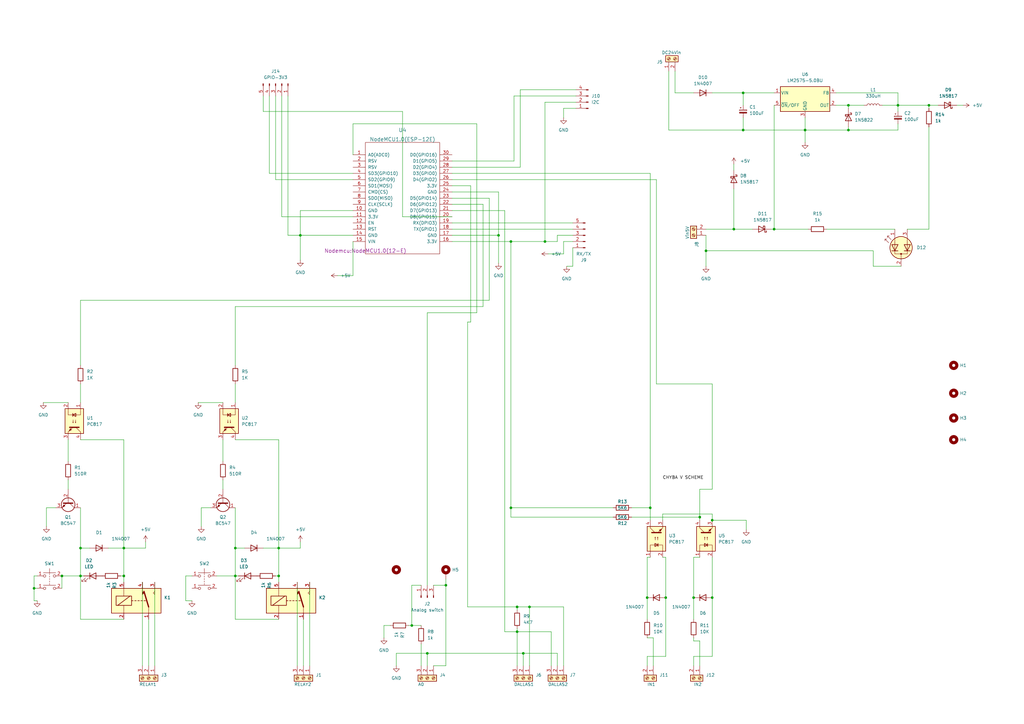
<source format=kicad_sch>
(kicad_sch (version 20211123) (generator eeschema)

  (uuid 9538e4ed-27e6-4c37-b989-9859dc0d49e8)

  (paper "A3")

  (title_block
    (title "TEST_mPLC v1.0")
    (date "2022-01-03")
    (rev "1.0")
    (company "Marian Bodnar")
    (comment 1 "Kopirovat len s povolenim majitela")
  )

  (lib_symbols
    (symbol "Connector:Conn_01x03_Male" (pin_names (offset 1.016) hide) (in_bom yes) (on_board yes)
      (property "Reference" "J" (id 0) (at 0 5.08 0)
        (effects (font (size 1.27 1.27)))
      )
      (property "Value" "Conn_01x03_Male" (id 1) (at 0 -5.08 0)
        (effects (font (size 1.27 1.27)))
      )
      (property "Footprint" "" (id 2) (at 0 0 0)
        (effects (font (size 1.27 1.27)) hide)
      )
      (property "Datasheet" "~" (id 3) (at 0 0 0)
        (effects (font (size 1.27 1.27)) hide)
      )
      (property "ki_keywords" "connector" (id 4) (at 0 0 0)
        (effects (font (size 1.27 1.27)) hide)
      )
      (property "ki_description" "Generic connector, single row, 01x03, script generated (kicad-library-utils/schlib/autogen/connector/)" (id 5) (at 0 0 0)
        (effects (font (size 1.27 1.27)) hide)
      )
      (property "ki_fp_filters" "Connector*:*_1x??_*" (id 6) (at 0 0 0)
        (effects (font (size 1.27 1.27)) hide)
      )
      (symbol "Conn_01x03_Male_1_1"
        (polyline
          (pts
            (xy 1.27 -2.54)
            (xy 0.8636 -2.54)
          )
          (stroke (width 0.1524) (type default) (color 0 0 0 0))
          (fill (type none))
        )
        (polyline
          (pts
            (xy 1.27 0)
            (xy 0.8636 0)
          )
          (stroke (width 0.1524) (type default) (color 0 0 0 0))
          (fill (type none))
        )
        (polyline
          (pts
            (xy 1.27 2.54)
            (xy 0.8636 2.54)
          )
          (stroke (width 0.1524) (type default) (color 0 0 0 0))
          (fill (type none))
        )
        (rectangle (start 0.8636 -2.413) (end 0 -2.667)
          (stroke (width 0.1524) (type default) (color 0 0 0 0))
          (fill (type outline))
        )
        (rectangle (start 0.8636 0.127) (end 0 -0.127)
          (stroke (width 0.1524) (type default) (color 0 0 0 0))
          (fill (type outline))
        )
        (rectangle (start 0.8636 2.667) (end 0 2.413)
          (stroke (width 0.1524) (type default) (color 0 0 0 0))
          (fill (type outline))
        )
        (pin passive line (at 5.08 2.54 180) (length 3.81)
          (name "Pin_1" (effects (font (size 1.27 1.27))))
          (number "1" (effects (font (size 1.27 1.27))))
        )
        (pin passive line (at 5.08 0 180) (length 3.81)
          (name "Pin_2" (effects (font (size 1.27 1.27))))
          (number "2" (effects (font (size 1.27 1.27))))
        )
        (pin passive line (at 5.08 -2.54 180) (length 3.81)
          (name "Pin_3" (effects (font (size 1.27 1.27))))
          (number "3" (effects (font (size 1.27 1.27))))
        )
      )
    )
    (symbol "Connector:Conn_01x04_Male" (pin_names (offset 1.016) hide) (in_bom yes) (on_board yes)
      (property "Reference" "J" (id 0) (at 0 5.08 0)
        (effects (font (size 1.27 1.27)))
      )
      (property "Value" "Conn_01x04_Male" (id 1) (at 0 -7.62 0)
        (effects (font (size 1.27 1.27)))
      )
      (property "Footprint" "" (id 2) (at 0 0 0)
        (effects (font (size 1.27 1.27)) hide)
      )
      (property "Datasheet" "~" (id 3) (at 0 0 0)
        (effects (font (size 1.27 1.27)) hide)
      )
      (property "ki_keywords" "connector" (id 4) (at 0 0 0)
        (effects (font (size 1.27 1.27)) hide)
      )
      (property "ki_description" "Generic connector, single row, 01x04, script generated (kicad-library-utils/schlib/autogen/connector/)" (id 5) (at 0 0 0)
        (effects (font (size 1.27 1.27)) hide)
      )
      (property "ki_fp_filters" "Connector*:*_1x??_*" (id 6) (at 0 0 0)
        (effects (font (size 1.27 1.27)) hide)
      )
      (symbol "Conn_01x04_Male_1_1"
        (polyline
          (pts
            (xy 1.27 -5.08)
            (xy 0.8636 -5.08)
          )
          (stroke (width 0.1524) (type default) (color 0 0 0 0))
          (fill (type none))
        )
        (polyline
          (pts
            (xy 1.27 -2.54)
            (xy 0.8636 -2.54)
          )
          (stroke (width 0.1524) (type default) (color 0 0 0 0))
          (fill (type none))
        )
        (polyline
          (pts
            (xy 1.27 0)
            (xy 0.8636 0)
          )
          (stroke (width 0.1524) (type default) (color 0 0 0 0))
          (fill (type none))
        )
        (polyline
          (pts
            (xy 1.27 2.54)
            (xy 0.8636 2.54)
          )
          (stroke (width 0.1524) (type default) (color 0 0 0 0))
          (fill (type none))
        )
        (rectangle (start 0.8636 -4.953) (end 0 -5.207)
          (stroke (width 0.1524) (type default) (color 0 0 0 0))
          (fill (type outline))
        )
        (rectangle (start 0.8636 -2.413) (end 0 -2.667)
          (stroke (width 0.1524) (type default) (color 0 0 0 0))
          (fill (type outline))
        )
        (rectangle (start 0.8636 0.127) (end 0 -0.127)
          (stroke (width 0.1524) (type default) (color 0 0 0 0))
          (fill (type outline))
        )
        (rectangle (start 0.8636 2.667) (end 0 2.413)
          (stroke (width 0.1524) (type default) (color 0 0 0 0))
          (fill (type outline))
        )
        (pin passive line (at 5.08 2.54 180) (length 3.81)
          (name "Pin_1" (effects (font (size 1.27 1.27))))
          (number "1" (effects (font (size 1.27 1.27))))
        )
        (pin passive line (at 5.08 0 180) (length 3.81)
          (name "Pin_2" (effects (font (size 1.27 1.27))))
          (number "2" (effects (font (size 1.27 1.27))))
        )
        (pin passive line (at 5.08 -2.54 180) (length 3.81)
          (name "Pin_3" (effects (font (size 1.27 1.27))))
          (number "3" (effects (font (size 1.27 1.27))))
        )
        (pin passive line (at 5.08 -5.08 180) (length 3.81)
          (name "Pin_4" (effects (font (size 1.27 1.27))))
          (number "4" (effects (font (size 1.27 1.27))))
        )
      )
    )
    (symbol "Connector:Conn_01x05_Male" (pin_names (offset 1.016) hide) (in_bom yes) (on_board yes)
      (property "Reference" "J" (id 0) (at 0 7.62 0)
        (effects (font (size 1.27 1.27)))
      )
      (property "Value" "Conn_01x05_Male" (id 1) (at 0 -7.62 0)
        (effects (font (size 1.27 1.27)))
      )
      (property "Footprint" "" (id 2) (at 0 0 0)
        (effects (font (size 1.27 1.27)) hide)
      )
      (property "Datasheet" "~" (id 3) (at 0 0 0)
        (effects (font (size 1.27 1.27)) hide)
      )
      (property "ki_keywords" "connector" (id 4) (at 0 0 0)
        (effects (font (size 1.27 1.27)) hide)
      )
      (property "ki_description" "Generic connector, single row, 01x05, script generated (kicad-library-utils/schlib/autogen/connector/)" (id 5) (at 0 0 0)
        (effects (font (size 1.27 1.27)) hide)
      )
      (property "ki_fp_filters" "Connector*:*_1x??_*" (id 6) (at 0 0 0)
        (effects (font (size 1.27 1.27)) hide)
      )
      (symbol "Conn_01x05_Male_1_1"
        (polyline
          (pts
            (xy 1.27 -5.08)
            (xy 0.8636 -5.08)
          )
          (stroke (width 0.1524) (type default) (color 0 0 0 0))
          (fill (type none))
        )
        (polyline
          (pts
            (xy 1.27 -2.54)
            (xy 0.8636 -2.54)
          )
          (stroke (width 0.1524) (type default) (color 0 0 0 0))
          (fill (type none))
        )
        (polyline
          (pts
            (xy 1.27 0)
            (xy 0.8636 0)
          )
          (stroke (width 0.1524) (type default) (color 0 0 0 0))
          (fill (type none))
        )
        (polyline
          (pts
            (xy 1.27 2.54)
            (xy 0.8636 2.54)
          )
          (stroke (width 0.1524) (type default) (color 0 0 0 0))
          (fill (type none))
        )
        (polyline
          (pts
            (xy 1.27 5.08)
            (xy 0.8636 5.08)
          )
          (stroke (width 0.1524) (type default) (color 0 0 0 0))
          (fill (type none))
        )
        (rectangle (start 0.8636 -4.953) (end 0 -5.207)
          (stroke (width 0.1524) (type default) (color 0 0 0 0))
          (fill (type outline))
        )
        (rectangle (start 0.8636 -2.413) (end 0 -2.667)
          (stroke (width 0.1524) (type default) (color 0 0 0 0))
          (fill (type outline))
        )
        (rectangle (start 0.8636 0.127) (end 0 -0.127)
          (stroke (width 0.1524) (type default) (color 0 0 0 0))
          (fill (type outline))
        )
        (rectangle (start 0.8636 2.667) (end 0 2.413)
          (stroke (width 0.1524) (type default) (color 0 0 0 0))
          (fill (type outline))
        )
        (rectangle (start 0.8636 5.207) (end 0 4.953)
          (stroke (width 0.1524) (type default) (color 0 0 0 0))
          (fill (type outline))
        )
        (pin passive line (at 5.08 5.08 180) (length 3.81)
          (name "Pin_1" (effects (font (size 1.27 1.27))))
          (number "1" (effects (font (size 1.27 1.27))))
        )
        (pin passive line (at 5.08 2.54 180) (length 3.81)
          (name "Pin_2" (effects (font (size 1.27 1.27))))
          (number "2" (effects (font (size 1.27 1.27))))
        )
        (pin passive line (at 5.08 0 180) (length 3.81)
          (name "Pin_3" (effects (font (size 1.27 1.27))))
          (number "3" (effects (font (size 1.27 1.27))))
        )
        (pin passive line (at 5.08 -2.54 180) (length 3.81)
          (name "Pin_4" (effects (font (size 1.27 1.27))))
          (number "4" (effects (font (size 1.27 1.27))))
        )
        (pin passive line (at 5.08 -5.08 180) (length 3.81)
          (name "Pin_5" (effects (font (size 1.27 1.27))))
          (number "5" (effects (font (size 1.27 1.27))))
        )
      )
    )
    (symbol "Connector:Screw_Terminal_01x02" (pin_names (offset 1.016) hide) (in_bom yes) (on_board yes)
      (property "Reference" "J" (id 0) (at 0 2.54 0)
        (effects (font (size 1.27 1.27)))
      )
      (property "Value" "Screw_Terminal_01x02" (id 1) (at 0 -5.08 0)
        (effects (font (size 1.27 1.27)))
      )
      (property "Footprint" "" (id 2) (at 0 0 0)
        (effects (font (size 1.27 1.27)) hide)
      )
      (property "Datasheet" "~" (id 3) (at 0 0 0)
        (effects (font (size 1.27 1.27)) hide)
      )
      (property "ki_keywords" "screw terminal" (id 4) (at 0 0 0)
        (effects (font (size 1.27 1.27)) hide)
      )
      (property "ki_description" "Generic screw terminal, single row, 01x02, script generated (kicad-library-utils/schlib/autogen/connector/)" (id 5) (at 0 0 0)
        (effects (font (size 1.27 1.27)) hide)
      )
      (property "ki_fp_filters" "TerminalBlock*:*" (id 6) (at 0 0 0)
        (effects (font (size 1.27 1.27)) hide)
      )
      (symbol "Screw_Terminal_01x02_1_1"
        (rectangle (start -1.27 1.27) (end 1.27 -3.81)
          (stroke (width 0.254) (type default) (color 0 0 0 0))
          (fill (type background))
        )
        (circle (center 0 -2.54) (radius 0.635)
          (stroke (width 0.1524) (type default) (color 0 0 0 0))
          (fill (type none))
        )
        (polyline
          (pts
            (xy -0.5334 -2.2098)
            (xy 0.3302 -3.048)
          )
          (stroke (width 0.1524) (type default) (color 0 0 0 0))
          (fill (type none))
        )
        (polyline
          (pts
            (xy -0.5334 0.3302)
            (xy 0.3302 -0.508)
          )
          (stroke (width 0.1524) (type default) (color 0 0 0 0))
          (fill (type none))
        )
        (polyline
          (pts
            (xy -0.3556 -2.032)
            (xy 0.508 -2.8702)
          )
          (stroke (width 0.1524) (type default) (color 0 0 0 0))
          (fill (type none))
        )
        (polyline
          (pts
            (xy -0.3556 0.508)
            (xy 0.508 -0.3302)
          )
          (stroke (width 0.1524) (type default) (color 0 0 0 0))
          (fill (type none))
        )
        (circle (center 0 0) (radius 0.635)
          (stroke (width 0.1524) (type default) (color 0 0 0 0))
          (fill (type none))
        )
        (pin passive line (at -5.08 0 0) (length 3.81)
          (name "Pin_1" (effects (font (size 1.27 1.27))))
          (number "1" (effects (font (size 1.27 1.27))))
        )
        (pin passive line (at -5.08 -2.54 0) (length 3.81)
          (name "Pin_2" (effects (font (size 1.27 1.27))))
          (number "2" (effects (font (size 1.27 1.27))))
        )
      )
    )
    (symbol "Connector:Screw_Terminal_01x03" (pin_names (offset 1.016) hide) (in_bom yes) (on_board yes)
      (property "Reference" "J" (id 0) (at 0 5.08 0)
        (effects (font (size 1.27 1.27)))
      )
      (property "Value" "Screw_Terminal_01x03" (id 1) (at 0 -5.08 0)
        (effects (font (size 1.27 1.27)))
      )
      (property "Footprint" "" (id 2) (at 0 0 0)
        (effects (font (size 1.27 1.27)) hide)
      )
      (property "Datasheet" "~" (id 3) (at 0 0 0)
        (effects (font (size 1.27 1.27)) hide)
      )
      (property "ki_keywords" "screw terminal" (id 4) (at 0 0 0)
        (effects (font (size 1.27 1.27)) hide)
      )
      (property "ki_description" "Generic screw terminal, single row, 01x03, script generated (kicad-library-utils/schlib/autogen/connector/)" (id 5) (at 0 0 0)
        (effects (font (size 1.27 1.27)) hide)
      )
      (property "ki_fp_filters" "TerminalBlock*:*" (id 6) (at 0 0 0)
        (effects (font (size 1.27 1.27)) hide)
      )
      (symbol "Screw_Terminal_01x03_1_1"
        (rectangle (start -1.27 3.81) (end 1.27 -3.81)
          (stroke (width 0.254) (type default) (color 0 0 0 0))
          (fill (type background))
        )
        (circle (center 0 -2.54) (radius 0.635)
          (stroke (width 0.1524) (type default) (color 0 0 0 0))
          (fill (type none))
        )
        (polyline
          (pts
            (xy -0.5334 -2.2098)
            (xy 0.3302 -3.048)
          )
          (stroke (width 0.1524) (type default) (color 0 0 0 0))
          (fill (type none))
        )
        (polyline
          (pts
            (xy -0.5334 0.3302)
            (xy 0.3302 -0.508)
          )
          (stroke (width 0.1524) (type default) (color 0 0 0 0))
          (fill (type none))
        )
        (polyline
          (pts
            (xy -0.5334 2.8702)
            (xy 0.3302 2.032)
          )
          (stroke (width 0.1524) (type default) (color 0 0 0 0))
          (fill (type none))
        )
        (polyline
          (pts
            (xy -0.3556 -2.032)
            (xy 0.508 -2.8702)
          )
          (stroke (width 0.1524) (type default) (color 0 0 0 0))
          (fill (type none))
        )
        (polyline
          (pts
            (xy -0.3556 0.508)
            (xy 0.508 -0.3302)
          )
          (stroke (width 0.1524) (type default) (color 0 0 0 0))
          (fill (type none))
        )
        (polyline
          (pts
            (xy -0.3556 3.048)
            (xy 0.508 2.2098)
          )
          (stroke (width 0.1524) (type default) (color 0 0 0 0))
          (fill (type none))
        )
        (circle (center 0 0) (radius 0.635)
          (stroke (width 0.1524) (type default) (color 0 0 0 0))
          (fill (type none))
        )
        (circle (center 0 2.54) (radius 0.635)
          (stroke (width 0.1524) (type default) (color 0 0 0 0))
          (fill (type none))
        )
        (pin passive line (at -5.08 2.54 0) (length 3.81)
          (name "Pin_1" (effects (font (size 1.27 1.27))))
          (number "1" (effects (font (size 1.27 1.27))))
        )
        (pin passive line (at -5.08 0 0) (length 3.81)
          (name "Pin_2" (effects (font (size 1.27 1.27))))
          (number "2" (effects (font (size 1.27 1.27))))
        )
        (pin passive line (at -5.08 -2.54 0) (length 3.81)
          (name "Pin_3" (effects (font (size 1.27 1.27))))
          (number "3" (effects (font (size 1.27 1.27))))
        )
      )
    )
    (symbol "Device:C_Polarized_Small" (pin_numbers hide) (pin_names (offset 0.254) hide) (in_bom yes) (on_board yes)
      (property "Reference" "C" (id 0) (at 0.254 1.778 0)
        (effects (font (size 1.27 1.27)) (justify left))
      )
      (property "Value" "C_Polarized_Small" (id 1) (at 0.254 -2.032 0)
        (effects (font (size 1.27 1.27)) (justify left))
      )
      (property "Footprint" "" (id 2) (at 0 0 0)
        (effects (font (size 1.27 1.27)) hide)
      )
      (property "Datasheet" "~" (id 3) (at 0 0 0)
        (effects (font (size 1.27 1.27)) hide)
      )
      (property "ki_keywords" "cap capacitor" (id 4) (at 0 0 0)
        (effects (font (size 1.27 1.27)) hide)
      )
      (property "ki_description" "Polarized capacitor, small symbol" (id 5) (at 0 0 0)
        (effects (font (size 1.27 1.27)) hide)
      )
      (property "ki_fp_filters" "CP_*" (id 6) (at 0 0 0)
        (effects (font (size 1.27 1.27)) hide)
      )
      (symbol "C_Polarized_Small_0_1"
        (rectangle (start -1.524 -0.3048) (end 1.524 -0.6858)
          (stroke (width 0) (type default) (color 0 0 0 0))
          (fill (type outline))
        )
        (rectangle (start -1.524 0.6858) (end 1.524 0.3048)
          (stroke (width 0) (type default) (color 0 0 0 0))
          (fill (type none))
        )
        (polyline
          (pts
            (xy -1.27 1.524)
            (xy -0.762 1.524)
          )
          (stroke (width 0) (type default) (color 0 0 0 0))
          (fill (type none))
        )
        (polyline
          (pts
            (xy -1.016 1.27)
            (xy -1.016 1.778)
          )
          (stroke (width 0) (type default) (color 0 0 0 0))
          (fill (type none))
        )
      )
      (symbol "C_Polarized_Small_1_1"
        (pin passive line (at 0 2.54 270) (length 1.8542)
          (name "~" (effects (font (size 1.27 1.27))))
          (number "1" (effects (font (size 1.27 1.27))))
        )
        (pin passive line (at 0 -2.54 90) (length 1.8542)
          (name "~" (effects (font (size 1.27 1.27))))
          (number "2" (effects (font (size 1.27 1.27))))
        )
      )
    )
    (symbol "Device:L" (pin_numbers hide) (pin_names (offset 1.016) hide) (in_bom yes) (on_board yes)
      (property "Reference" "L" (id 0) (at -1.27 0 90)
        (effects (font (size 1.27 1.27)))
      )
      (property "Value" "L" (id 1) (at 1.905 0 90)
        (effects (font (size 1.27 1.27)))
      )
      (property "Footprint" "" (id 2) (at 0 0 0)
        (effects (font (size 1.27 1.27)) hide)
      )
      (property "Datasheet" "~" (id 3) (at 0 0 0)
        (effects (font (size 1.27 1.27)) hide)
      )
      (property "ki_keywords" "inductor choke coil reactor magnetic" (id 4) (at 0 0 0)
        (effects (font (size 1.27 1.27)) hide)
      )
      (property "ki_description" "Inductor" (id 5) (at 0 0 0)
        (effects (font (size 1.27 1.27)) hide)
      )
      (property "ki_fp_filters" "Choke_* *Coil* Inductor_* L_*" (id 6) (at 0 0 0)
        (effects (font (size 1.27 1.27)) hide)
      )
      (symbol "L_0_1"
        (arc (start 0 -2.54) (mid 0.635 -1.905) (end 0 -1.27)
          (stroke (width 0) (type default) (color 0 0 0 0))
          (fill (type none))
        )
        (arc (start 0 -1.27) (mid 0.635 -0.635) (end 0 0)
          (stroke (width 0) (type default) (color 0 0 0 0))
          (fill (type none))
        )
        (arc (start 0 0) (mid 0.635 0.635) (end 0 1.27)
          (stroke (width 0) (type default) (color 0 0 0 0))
          (fill (type none))
        )
        (arc (start 0 1.27) (mid 0.635 1.905) (end 0 2.54)
          (stroke (width 0) (type default) (color 0 0 0 0))
          (fill (type none))
        )
      )
      (symbol "L_1_1"
        (pin passive line (at 0 3.81 270) (length 1.27)
          (name "1" (effects (font (size 1.27 1.27))))
          (number "1" (effects (font (size 1.27 1.27))))
        )
        (pin passive line (at 0 -3.81 90) (length 1.27)
          (name "2" (effects (font (size 1.27 1.27))))
          (number "2" (effects (font (size 1.27 1.27))))
        )
      )
    )
    (symbol "Device:LED" (pin_numbers hide) (pin_names (offset 1.016) hide) (in_bom yes) (on_board yes)
      (property "Reference" "D" (id 0) (at 0 2.54 0)
        (effects (font (size 1.27 1.27)))
      )
      (property "Value" "LED" (id 1) (at 0 -2.54 0)
        (effects (font (size 1.27 1.27)))
      )
      (property "Footprint" "" (id 2) (at 0 0 0)
        (effects (font (size 1.27 1.27)) hide)
      )
      (property "Datasheet" "~" (id 3) (at 0 0 0)
        (effects (font (size 1.27 1.27)) hide)
      )
      (property "ki_keywords" "LED diode" (id 4) (at 0 0 0)
        (effects (font (size 1.27 1.27)) hide)
      )
      (property "ki_description" "Light emitting diode" (id 5) (at 0 0 0)
        (effects (font (size 1.27 1.27)) hide)
      )
      (property "ki_fp_filters" "LED* LED_SMD:* LED_THT:*" (id 6) (at 0 0 0)
        (effects (font (size 1.27 1.27)) hide)
      )
      (symbol "LED_0_1"
        (polyline
          (pts
            (xy -1.27 -1.27)
            (xy -1.27 1.27)
          )
          (stroke (width 0.254) (type default) (color 0 0 0 0))
          (fill (type none))
        )
        (polyline
          (pts
            (xy -1.27 0)
            (xy 1.27 0)
          )
          (stroke (width 0) (type default) (color 0 0 0 0))
          (fill (type none))
        )
        (polyline
          (pts
            (xy 1.27 -1.27)
            (xy 1.27 1.27)
            (xy -1.27 0)
            (xy 1.27 -1.27)
          )
          (stroke (width 0.254) (type default) (color 0 0 0 0))
          (fill (type none))
        )
        (polyline
          (pts
            (xy -3.048 -0.762)
            (xy -4.572 -2.286)
            (xy -3.81 -2.286)
            (xy -4.572 -2.286)
            (xy -4.572 -1.524)
          )
          (stroke (width 0) (type default) (color 0 0 0 0))
          (fill (type none))
        )
        (polyline
          (pts
            (xy -1.778 -0.762)
            (xy -3.302 -2.286)
            (xy -2.54 -2.286)
            (xy -3.302 -2.286)
            (xy -3.302 -1.524)
          )
          (stroke (width 0) (type default) (color 0 0 0 0))
          (fill (type none))
        )
      )
      (symbol "LED_1_1"
        (pin passive line (at -3.81 0 0) (length 2.54)
          (name "K" (effects (font (size 1.27 1.27))))
          (number "1" (effects (font (size 1.27 1.27))))
        )
        (pin passive line (at 3.81 0 180) (length 2.54)
          (name "A" (effects (font (size 1.27 1.27))))
          (number "2" (effects (font (size 1.27 1.27))))
        )
      )
    )
    (symbol "Device:LED_Dual_AKA" (pin_names (offset 0) hide) (in_bom yes) (on_board yes)
      (property "Reference" "D" (id 0) (at 0 5.715 0)
        (effects (font (size 1.27 1.27)))
      )
      (property "Value" "LED_Dual_AKA" (id 1) (at 0 -6.35 0)
        (effects (font (size 1.27 1.27)))
      )
      (property "Footprint" "" (id 2) (at 0 0 0)
        (effects (font (size 1.27 1.27)) hide)
      )
      (property "Datasheet" "~" (id 3) (at 0 0 0)
        (effects (font (size 1.27 1.27)) hide)
      )
      (property "ki_keywords" "LED diode bicolor dual" (id 4) (at 0 0 0)
        (effects (font (size 1.27 1.27)) hide)
      )
      (property "ki_description" "Dual LED, common cathode on pin 2" (id 5) (at 0 0 0)
        (effects (font (size 1.27 1.27)) hide)
      )
      (property "ki_fp_filters" "LED* LED_SMD:* LED_THT:*" (id 6) (at 0 0 0)
        (effects (font (size 1.27 1.27)) hide)
      )
      (symbol "LED_Dual_AKA_0_1"
        (circle (center -2.54 0) (radius 0.2794)
          (stroke (width 0) (type default) (color 0 0 0 0))
          (fill (type outline))
        )
        (polyline
          (pts
            (xy -4.572 0)
            (xy -2.54 0)
          )
          (stroke (width 0) (type default) (color 0 0 0 0))
          (fill (type none))
        )
        (polyline
          (pts
            (xy -1.27 -1.27)
            (xy -1.27 -3.81)
          )
          (stroke (width 0.254) (type default) (color 0 0 0 0))
          (fill (type none))
        )
        (polyline
          (pts
            (xy -1.27 1.27)
            (xy -1.27 3.81)
          )
          (stroke (width 0.254) (type default) (color 0 0 0 0))
          (fill (type none))
        )
        (polyline
          (pts
            (xy 3.81 -2.54)
            (xy 1.905 -2.54)
          )
          (stroke (width 0) (type default) (color 0 0 0 0))
          (fill (type none))
        )
        (polyline
          (pts
            (xy 3.81 2.54)
            (xy 1.905 2.54)
          )
          (stroke (width 0) (type default) (color 0 0 0 0))
          (fill (type none))
        )
        (polyline
          (pts
            (xy 1.27 -3.81)
            (xy 1.27 -1.27)
            (xy -1.27 -2.54)
            (xy 1.27 -3.81)
          )
          (stroke (width 0.254) (type default) (color 0 0 0 0))
          (fill (type none))
        )
        (polyline
          (pts
            (xy 1.27 1.27)
            (xy 1.27 3.81)
            (xy -1.27 2.54)
            (xy 1.27 1.27)
          )
          (stroke (width 0.254) (type default) (color 0 0 0 0))
          (fill (type none))
        )
        (polyline
          (pts
            (xy 2.032 2.54)
            (xy -2.54 2.54)
            (xy -2.54 -2.54)
            (xy 2.032 -2.54)
          )
          (stroke (width 0) (type default) (color 0 0 0 0))
          (fill (type none))
        )
        (polyline
          (pts
            (xy 2.032 5.08)
            (xy 3.556 6.604)
            (xy 2.794 6.604)
            (xy 3.556 6.604)
            (xy 3.556 5.842)
          )
          (stroke (width 0) (type default) (color 0 0 0 0))
          (fill (type none))
        )
        (polyline
          (pts
            (xy 3.302 4.064)
            (xy 4.826 5.588)
            (xy 4.064 5.588)
            (xy 4.826 5.588)
            (xy 4.826 4.826)
          )
          (stroke (width 0) (type default) (color 0 0 0 0))
          (fill (type none))
        )
        (circle (center 0 0) (radius 4.572)
          (stroke (width 0.254) (type default) (color 0 0 0 0))
          (fill (type background))
        )
      )
      (symbol "LED_Dual_AKA_1_1"
        (pin input line (at 7.62 2.54 180) (length 3.81)
          (name "A1" (effects (font (size 1.27 1.27))))
          (number "1" (effects (font (size 1.27 1.27))))
        )
        (pin input line (at -7.62 0 0) (length 3.048)
          (name "K" (effects (font (size 1.27 1.27))))
          (number "2" (effects (font (size 1.27 1.27))))
        )
        (pin input line (at 7.62 -2.54 180) (length 3.81)
          (name "A2" (effects (font (size 1.27 1.27))))
          (number "3" (effects (font (size 1.27 1.27))))
        )
      )
    )
    (symbol "Device:R" (pin_numbers hide) (pin_names (offset 0)) (in_bom yes) (on_board yes)
      (property "Reference" "R" (id 0) (at 2.032 0 90)
        (effects (font (size 1.27 1.27)))
      )
      (property "Value" "R" (id 1) (at 0 0 90)
        (effects (font (size 1.27 1.27)))
      )
      (property "Footprint" "" (id 2) (at -1.778 0 90)
        (effects (font (size 1.27 1.27)) hide)
      )
      (property "Datasheet" "~" (id 3) (at 0 0 0)
        (effects (font (size 1.27 1.27)) hide)
      )
      (property "ki_keywords" "R res resistor" (id 4) (at 0 0 0)
        (effects (font (size 1.27 1.27)) hide)
      )
      (property "ki_description" "Resistor" (id 5) (at 0 0 0)
        (effects (font (size 1.27 1.27)) hide)
      )
      (property "ki_fp_filters" "R_*" (id 6) (at 0 0 0)
        (effects (font (size 1.27 1.27)) hide)
      )
      (symbol "R_0_1"
        (rectangle (start -1.016 -2.54) (end 1.016 2.54)
          (stroke (width 0.254) (type default) (color 0 0 0 0))
          (fill (type none))
        )
      )
      (symbol "R_1_1"
        (pin passive line (at 0 3.81 270) (length 1.27)
          (name "~" (effects (font (size 1.27 1.27))))
          (number "1" (effects (font (size 1.27 1.27))))
        )
        (pin passive line (at 0 -3.81 90) (length 1.27)
          (name "~" (effects (font (size 1.27 1.27))))
          (number "2" (effects (font (size 1.27 1.27))))
        )
      )
    )
    (symbol "Diode:1N4007" (pin_numbers hide) (pin_names (offset 1.016) hide) (in_bom yes) (on_board yes)
      (property "Reference" "D" (id 0) (at 0 2.54 0)
        (effects (font (size 1.27 1.27)))
      )
      (property "Value" "1N4007" (id 1) (at 0 -2.54 0)
        (effects (font (size 1.27 1.27)))
      )
      (property "Footprint" "Diode_THT:D_DO-41_SOD81_P10.16mm_Horizontal" (id 2) (at 0 -4.445 0)
        (effects (font (size 1.27 1.27)) hide)
      )
      (property "Datasheet" "http://www.vishay.com/docs/88503/1n4001.pdf" (id 3) (at 0 0 0)
        (effects (font (size 1.27 1.27)) hide)
      )
      (property "ki_keywords" "diode" (id 4) (at 0 0 0)
        (effects (font (size 1.27 1.27)) hide)
      )
      (property "ki_description" "1000V 1A General Purpose Rectifier Diode, DO-41" (id 5) (at 0 0 0)
        (effects (font (size 1.27 1.27)) hide)
      )
      (property "ki_fp_filters" "D*DO?41*" (id 6) (at 0 0 0)
        (effects (font (size 1.27 1.27)) hide)
      )
      (symbol "1N4007_0_1"
        (polyline
          (pts
            (xy -1.27 1.27)
            (xy -1.27 -1.27)
          )
          (stroke (width 0.254) (type default) (color 0 0 0 0))
          (fill (type none))
        )
        (polyline
          (pts
            (xy 1.27 0)
            (xy -1.27 0)
          )
          (stroke (width 0) (type default) (color 0 0 0 0))
          (fill (type none))
        )
        (polyline
          (pts
            (xy 1.27 1.27)
            (xy 1.27 -1.27)
            (xy -1.27 0)
            (xy 1.27 1.27)
          )
          (stroke (width 0.254) (type default) (color 0 0 0 0))
          (fill (type none))
        )
      )
      (symbol "1N4007_1_1"
        (pin passive line (at -3.81 0 0) (length 2.54)
          (name "K" (effects (font (size 1.27 1.27))))
          (number "1" (effects (font (size 1.27 1.27))))
        )
        (pin passive line (at 3.81 0 180) (length 2.54)
          (name "A" (effects (font (size 1.27 1.27))))
          (number "2" (effects (font (size 1.27 1.27))))
        )
      )
    )
    (symbol "Diode:1N5817" (pin_numbers hide) (pin_names (offset 1.016) hide) (in_bom yes) (on_board yes)
      (property "Reference" "D" (id 0) (at 0 2.54 0)
        (effects (font (size 1.27 1.27)))
      )
      (property "Value" "1N5817" (id 1) (at 0 -2.54 0)
        (effects (font (size 1.27 1.27)))
      )
      (property "Footprint" "Diode_THT:D_DO-41_SOD81_P10.16mm_Horizontal" (id 2) (at 0 -4.445 0)
        (effects (font (size 1.27 1.27)) hide)
      )
      (property "Datasheet" "http://www.vishay.com/docs/88525/1n5817.pdf" (id 3) (at 0 0 0)
        (effects (font (size 1.27 1.27)) hide)
      )
      (property "ki_keywords" "diode Schottky" (id 4) (at 0 0 0)
        (effects (font (size 1.27 1.27)) hide)
      )
      (property "ki_description" "20V 1A Schottky Barrier Rectifier Diode, DO-41" (id 5) (at 0 0 0)
        (effects (font (size 1.27 1.27)) hide)
      )
      (property "ki_fp_filters" "D*DO?41*" (id 6) (at 0 0 0)
        (effects (font (size 1.27 1.27)) hide)
      )
      (symbol "1N5817_0_1"
        (polyline
          (pts
            (xy 1.27 0)
            (xy -1.27 0)
          )
          (stroke (width 0) (type default) (color 0 0 0 0))
          (fill (type none))
        )
        (polyline
          (pts
            (xy 1.27 1.27)
            (xy 1.27 -1.27)
            (xy -1.27 0)
            (xy 1.27 1.27)
          )
          (stroke (width 0.254) (type default) (color 0 0 0 0))
          (fill (type none))
        )
        (polyline
          (pts
            (xy -1.905 0.635)
            (xy -1.905 1.27)
            (xy -1.27 1.27)
            (xy -1.27 -1.27)
            (xy -0.635 -1.27)
            (xy -0.635 -0.635)
          )
          (stroke (width 0.254) (type default) (color 0 0 0 0))
          (fill (type none))
        )
      )
      (symbol "1N5817_1_1"
        (pin passive line (at -3.81 0 0) (length 2.54)
          (name "K" (effects (font (size 1.27 1.27))))
          (number "1" (effects (font (size 1.27 1.27))))
        )
        (pin passive line (at 3.81 0 180) (length 2.54)
          (name "A" (effects (font (size 1.27 1.27))))
          (number "2" (effects (font (size 1.27 1.27))))
        )
      )
    )
    (symbol "Diode:1N5822" (pin_numbers hide) (pin_names (offset 1.016) hide) (in_bom yes) (on_board yes)
      (property "Reference" "D" (id 0) (at 0 2.54 0)
        (effects (font (size 1.27 1.27)))
      )
      (property "Value" "1N5822" (id 1) (at 0 -2.54 0)
        (effects (font (size 1.27 1.27)))
      )
      (property "Footprint" "Diode_THT:D_DO-201AD_P15.24mm_Horizontal" (id 2) (at 0 -4.445 0)
        (effects (font (size 1.27 1.27)) hide)
      )
      (property "Datasheet" "http://www.vishay.com/docs/88526/1n5820.pdf" (id 3) (at 0 0 0)
        (effects (font (size 1.27 1.27)) hide)
      )
      (property "ki_keywords" "diode Schottky" (id 4) (at 0 0 0)
        (effects (font (size 1.27 1.27)) hide)
      )
      (property "ki_description" "40V 3A Schottky Barrier Rectifier Diode, DO-201AD" (id 5) (at 0 0 0)
        (effects (font (size 1.27 1.27)) hide)
      )
      (property "ki_fp_filters" "D*DO?201AD*" (id 6) (at 0 0 0)
        (effects (font (size 1.27 1.27)) hide)
      )
      (symbol "1N5822_0_1"
        (polyline
          (pts
            (xy 1.27 0)
            (xy -1.27 0)
          )
          (stroke (width 0) (type default) (color 0 0 0 0))
          (fill (type none))
        )
        (polyline
          (pts
            (xy 1.27 1.27)
            (xy 1.27 -1.27)
            (xy -1.27 0)
            (xy 1.27 1.27)
          )
          (stroke (width 0.254) (type default) (color 0 0 0 0))
          (fill (type none))
        )
        (polyline
          (pts
            (xy -1.905 0.635)
            (xy -1.905 1.27)
            (xy -1.27 1.27)
            (xy -1.27 -1.27)
            (xy -0.635 -1.27)
            (xy -0.635 -0.635)
          )
          (stroke (width 0.254) (type default) (color 0 0 0 0))
          (fill (type none))
        )
      )
      (symbol "1N5822_1_1"
        (pin passive line (at -3.81 0 0) (length 2.54)
          (name "K" (effects (font (size 1.27 1.27))))
          (number "1" (effects (font (size 1.27 1.27))))
        )
        (pin passive line (at 3.81 0 180) (length 2.54)
          (name "A" (effects (font (size 1.27 1.27))))
          (number "2" (effects (font (size 1.27 1.27))))
        )
      )
    )
    (symbol "ESP8266:NodeMCU1.0(ESP-12E)" (pin_names (offset 1.016)) (in_bom yes) (on_board yes)
      (property "Reference" "U" (id 0) (at 0 21.59 0)
        (effects (font (size 1.524 1.524)))
      )
      (property "Value" "NodeMCU1.0(ESP-12E)" (id 1) (at 0 -21.59 0)
        (effects (font (size 1.524 1.524)))
      )
      (property "Footprint" "" (id 2) (at -15.24 -21.59 0)
        (effects (font (size 1.524 1.524)))
      )
      (property "Datasheet" "" (id 3) (at -15.24 -21.59 0)
        (effects (font (size 1.524 1.524)))
      )
      (symbol "NodeMCU1.0(ESP-12E)_0_1"
        (rectangle (start -15.24 -22.86) (end 15.24 22.86)
          (stroke (width 0) (type default) (color 0 0 0 0))
          (fill (type none))
        )
      )
      (symbol "NodeMCU1.0(ESP-12E)_1_1"
        (pin input line (at -20.32 17.78 0) (length 5.08)
          (name "A0(ADC0)" (effects (font (size 1.27 1.27))))
          (number "1" (effects (font (size 1.27 1.27))))
        )
        (pin input line (at -20.32 -5.08 0) (length 5.08)
          (name "GND" (effects (font (size 1.27 1.27))))
          (number "10" (effects (font (size 1.27 1.27))))
        )
        (pin input line (at -20.32 -7.62 0) (length 5.08)
          (name "3.3V" (effects (font (size 1.27 1.27))))
          (number "11" (effects (font (size 1.27 1.27))))
        )
        (pin input line (at -20.32 -10.16 0) (length 5.08)
          (name "EN" (effects (font (size 1.27 1.27))))
          (number "12" (effects (font (size 1.27 1.27))))
        )
        (pin input line (at -20.32 -12.7 0) (length 5.08)
          (name "RST" (effects (font (size 1.27 1.27))))
          (number "13" (effects (font (size 1.27 1.27))))
        )
        (pin input line (at -20.32 -15.24 0) (length 5.08)
          (name "GND" (effects (font (size 1.27 1.27))))
          (number "14" (effects (font (size 1.27 1.27))))
        )
        (pin input line (at -20.32 -17.78 0) (length 5.08)
          (name "VIN" (effects (font (size 1.27 1.27))))
          (number "15" (effects (font (size 1.27 1.27))))
        )
        (pin input line (at 20.32 -17.78 180) (length 5.08)
          (name "3.3V" (effects (font (size 1.27 1.27))))
          (number "16" (effects (font (size 1.27 1.27))))
        )
        (pin input line (at 20.32 -15.24 180) (length 5.08)
          (name "GND" (effects (font (size 1.27 1.27))))
          (number "17" (effects (font (size 1.27 1.27))))
        )
        (pin input line (at 20.32 -12.7 180) (length 5.08)
          (name "TX(GPIO1)" (effects (font (size 1.27 1.27))))
          (number "18" (effects (font (size 1.27 1.27))))
        )
        (pin input line (at 20.32 -10.16 180) (length 5.08)
          (name "RX(DPIO3)" (effects (font (size 1.27 1.27))))
          (number "19" (effects (font (size 1.27 1.27))))
        )
        (pin input line (at -20.32 15.24 0) (length 5.08)
          (name "RSV" (effects (font (size 1.27 1.27))))
          (number "2" (effects (font (size 1.27 1.27))))
        )
        (pin input line (at 20.32 -7.62 180) (length 5.08)
          (name "D8(GPIO15)" (effects (font (size 1.27 1.27))))
          (number "20" (effects (font (size 1.27 1.27))))
        )
        (pin input line (at 20.32 -5.08 180) (length 5.08)
          (name "D7(GPIO13)" (effects (font (size 1.27 1.27))))
          (number "21" (effects (font (size 1.27 1.27))))
        )
        (pin input line (at 20.32 -2.54 180) (length 5.08)
          (name "D6(GPIO12)" (effects (font (size 1.27 1.27))))
          (number "22" (effects (font (size 1.27 1.27))))
        )
        (pin input line (at 20.32 0 180) (length 5.08)
          (name "D5(GPIO14)" (effects (font (size 1.27 1.27))))
          (number "23" (effects (font (size 1.27 1.27))))
        )
        (pin input line (at 20.32 2.54 180) (length 5.08)
          (name "GND" (effects (font (size 1.27 1.27))))
          (number "24" (effects (font (size 1.27 1.27))))
        )
        (pin input line (at 20.32 5.08 180) (length 5.08)
          (name "3.3V" (effects (font (size 1.27 1.27))))
          (number "25" (effects (font (size 1.27 1.27))))
        )
        (pin input line (at 20.32 7.62 180) (length 5.08)
          (name "D4(GPIO2)" (effects (font (size 1.27 1.27))))
          (number "26" (effects (font (size 1.27 1.27))))
        )
        (pin input line (at 20.32 10.16 180) (length 5.08)
          (name "D3(GPIO0)" (effects (font (size 1.27 1.27))))
          (number "27" (effects (font (size 1.27 1.27))))
        )
        (pin input line (at 20.32 12.7 180) (length 5.08)
          (name "D2(GPIO4)" (effects (font (size 1.27 1.27))))
          (number "28" (effects (font (size 1.27 1.27))))
        )
        (pin input line (at 20.32 15.24 180) (length 5.08)
          (name "D1(GPIO5)" (effects (font (size 1.27 1.27))))
          (number "29" (effects (font (size 1.27 1.27))))
        )
        (pin input line (at -20.32 12.7 0) (length 5.08)
          (name "RSV" (effects (font (size 1.27 1.27))))
          (number "3" (effects (font (size 1.27 1.27))))
        )
        (pin input line (at 20.32 17.78 180) (length 5.08)
          (name "D0(GPIO16)" (effects (font (size 1.27 1.27))))
          (number "30" (effects (font (size 1.27 1.27))))
        )
        (pin input line (at -20.32 10.16 0) (length 5.08)
          (name "SD3(GPIO10)" (effects (font (size 1.27 1.27))))
          (number "4" (effects (font (size 1.27 1.27))))
        )
        (pin input line (at -20.32 7.62 0) (length 5.08)
          (name "SD2(GPIO9)" (effects (font (size 1.27 1.27))))
          (number "5" (effects (font (size 1.27 1.27))))
        )
        (pin input line (at -20.32 5.08 0) (length 5.08)
          (name "SD1(MOSI)" (effects (font (size 1.27 1.27))))
          (number "6" (effects (font (size 1.27 1.27))))
        )
        (pin input line (at -20.32 2.54 0) (length 5.08)
          (name "CMD(CS)" (effects (font (size 1.27 1.27))))
          (number "7" (effects (font (size 1.27 1.27))))
        )
        (pin input line (at -20.32 0 0) (length 5.08)
          (name "SDO(MISO)" (effects (font (size 1.27 1.27))))
          (number "8" (effects (font (size 1.27 1.27))))
        )
        (pin input line (at -20.32 -2.54 0) (length 5.08)
          (name "CLK(SCLK)" (effects (font (size 1.27 1.27))))
          (number "9" (effects (font (size 1.27 1.27))))
        )
      )
    )
    (symbol "Isolator:PC817" (pin_names (offset 1.016)) (in_bom yes) (on_board yes)
      (property "Reference" "U" (id 0) (at -5.08 5.08 0)
        (effects (font (size 1.27 1.27)) (justify left))
      )
      (property "Value" "PC817" (id 1) (at 0 5.08 0)
        (effects (font (size 1.27 1.27)) (justify left))
      )
      (property "Footprint" "Package_DIP:DIP-4_W7.62mm" (id 2) (at -5.08 -5.08 0)
        (effects (font (size 1.27 1.27) italic) (justify left) hide)
      )
      (property "Datasheet" "http://www.soselectronic.cz/a_info/resource/d/pc817.pdf" (id 3) (at 0 0 0)
        (effects (font (size 1.27 1.27)) (justify left) hide)
      )
      (property "ki_keywords" "NPN DC Optocoupler" (id 4) (at 0 0 0)
        (effects (font (size 1.27 1.27)) hide)
      )
      (property "ki_description" "DC Optocoupler, Vce 35V, CTR 50-300%, DIP-4" (id 5) (at 0 0 0)
        (effects (font (size 1.27 1.27)) hide)
      )
      (property "ki_fp_filters" "DIP*W7.62mm*" (id 6) (at 0 0 0)
        (effects (font (size 1.27 1.27)) hide)
      )
      (symbol "PC817_0_1"
        (rectangle (start -5.08 3.81) (end 5.08 -3.81)
          (stroke (width 0.254) (type default) (color 0 0 0 0))
          (fill (type background))
        )
        (polyline
          (pts
            (xy -3.175 -0.635)
            (xy -1.905 -0.635)
          )
          (stroke (width 0.254) (type default) (color 0 0 0 0))
          (fill (type none))
        )
        (polyline
          (pts
            (xy 2.54 0.635)
            (xy 4.445 2.54)
          )
          (stroke (width 0) (type default) (color 0 0 0 0))
          (fill (type none))
        )
        (polyline
          (pts
            (xy 4.445 -2.54)
            (xy 2.54 -0.635)
          )
          (stroke (width 0) (type default) (color 0 0 0 0))
          (fill (type outline))
        )
        (polyline
          (pts
            (xy 4.445 -2.54)
            (xy 5.08 -2.54)
          )
          (stroke (width 0) (type default) (color 0 0 0 0))
          (fill (type none))
        )
        (polyline
          (pts
            (xy 4.445 2.54)
            (xy 5.08 2.54)
          )
          (stroke (width 0) (type default) (color 0 0 0 0))
          (fill (type none))
        )
        (polyline
          (pts
            (xy -5.08 2.54)
            (xy -2.54 2.54)
            (xy -2.54 -0.635)
          )
          (stroke (width 0) (type default) (color 0 0 0 0))
          (fill (type none))
        )
        (polyline
          (pts
            (xy -2.54 -0.635)
            (xy -2.54 -2.54)
            (xy -5.08 -2.54)
          )
          (stroke (width 0) (type default) (color 0 0 0 0))
          (fill (type none))
        )
        (polyline
          (pts
            (xy 2.54 1.905)
            (xy 2.54 -1.905)
            (xy 2.54 -1.905)
          )
          (stroke (width 0.508) (type default) (color 0 0 0 0))
          (fill (type none))
        )
        (polyline
          (pts
            (xy -2.54 -0.635)
            (xy -3.175 0.635)
            (xy -1.905 0.635)
            (xy -2.54 -0.635)
          )
          (stroke (width 0.254) (type default) (color 0 0 0 0))
          (fill (type none))
        )
        (polyline
          (pts
            (xy -0.508 -0.508)
            (xy 0.762 -0.508)
            (xy 0.381 -0.635)
            (xy 0.381 -0.381)
            (xy 0.762 -0.508)
          )
          (stroke (width 0) (type default) (color 0 0 0 0))
          (fill (type none))
        )
        (polyline
          (pts
            (xy -0.508 0.508)
            (xy 0.762 0.508)
            (xy 0.381 0.381)
            (xy 0.381 0.635)
            (xy 0.762 0.508)
          )
          (stroke (width 0) (type default) (color 0 0 0 0))
          (fill (type none))
        )
        (polyline
          (pts
            (xy 3.048 -1.651)
            (xy 3.556 -1.143)
            (xy 4.064 -2.159)
            (xy 3.048 -1.651)
            (xy 3.048 -1.651)
          )
          (stroke (width 0) (type default) (color 0 0 0 0))
          (fill (type outline))
        )
      )
      (symbol "PC817_1_1"
        (pin passive line (at -7.62 2.54 0) (length 2.54)
          (name "~" (effects (font (size 1.27 1.27))))
          (number "1" (effects (font (size 1.27 1.27))))
        )
        (pin passive line (at -7.62 -2.54 0) (length 2.54)
          (name "~" (effects (font (size 1.27 1.27))))
          (number "2" (effects (font (size 1.27 1.27))))
        )
        (pin passive line (at 7.62 -2.54 180) (length 2.54)
          (name "~" (effects (font (size 1.27 1.27))))
          (number "3" (effects (font (size 1.27 1.27))))
        )
        (pin passive line (at 7.62 2.54 180) (length 2.54)
          (name "~" (effects (font (size 1.27 1.27))))
          (number "4" (effects (font (size 1.27 1.27))))
        )
      )
    )
    (symbol "Mechanical:MountingHole" (pin_names (offset 1.016)) (in_bom yes) (on_board yes)
      (property "Reference" "H" (id 0) (at 0 5.08 0)
        (effects (font (size 1.27 1.27)))
      )
      (property "Value" "MountingHole" (id 1) (at 0 3.175 0)
        (effects (font (size 1.27 1.27)))
      )
      (property "Footprint" "" (id 2) (at 0 0 0)
        (effects (font (size 1.27 1.27)) hide)
      )
      (property "Datasheet" "~" (id 3) (at 0 0 0)
        (effects (font (size 1.27 1.27)) hide)
      )
      (property "ki_keywords" "mounting hole" (id 4) (at 0 0 0)
        (effects (font (size 1.27 1.27)) hide)
      )
      (property "ki_description" "Mounting Hole without connection" (id 5) (at 0 0 0)
        (effects (font (size 1.27 1.27)) hide)
      )
      (property "ki_fp_filters" "MountingHole*" (id 6) (at 0 0 0)
        (effects (font (size 1.27 1.27)) hide)
      )
      (symbol "MountingHole_0_1"
        (circle (center 0 0) (radius 1.27)
          (stroke (width 1.27) (type default) (color 0 0 0 0))
          (fill (type none))
        )
      )
    )
    (symbol "Mechanical:MountingHole_Pad" (pin_numbers hide) (pin_names (offset 1.016) hide) (in_bom yes) (on_board yes)
      (property "Reference" "H" (id 0) (at 0 6.35 0)
        (effects (font (size 1.27 1.27)))
      )
      (property "Value" "MountingHole_Pad" (id 1) (at 0 4.445 0)
        (effects (font (size 1.27 1.27)))
      )
      (property "Footprint" "" (id 2) (at 0 0 0)
        (effects (font (size 1.27 1.27)) hide)
      )
      (property "Datasheet" "~" (id 3) (at 0 0 0)
        (effects (font (size 1.27 1.27)) hide)
      )
      (property "ki_keywords" "mounting hole" (id 4) (at 0 0 0)
        (effects (font (size 1.27 1.27)) hide)
      )
      (property "ki_description" "Mounting Hole with connection" (id 5) (at 0 0 0)
        (effects (font (size 1.27 1.27)) hide)
      )
      (property "ki_fp_filters" "MountingHole*Pad*" (id 6) (at 0 0 0)
        (effects (font (size 1.27 1.27)) hide)
      )
      (symbol "MountingHole_Pad_0_1"
        (circle (center 0 1.27) (radius 1.27)
          (stroke (width 1.27) (type default) (color 0 0 0 0))
          (fill (type none))
        )
      )
      (symbol "MountingHole_Pad_1_1"
        (pin input line (at 0 -2.54 90) (length 2.54)
          (name "1" (effects (font (size 1.27 1.27))))
          (number "1" (effects (font (size 1.27 1.27))))
        )
      )
    )
    (symbol "Regulator_Switching:LM2575-5.0BU" (pin_names (offset 0.254)) (in_bom yes) (on_board yes)
      (property "Reference" "U" (id 0) (at -10.16 6.35 0)
        (effects (font (size 1.27 1.27)) (justify left))
      )
      (property "Value" "LM2575-5.0BU" (id 1) (at 0 6.35 0)
        (effects (font (size 1.27 1.27)) (justify left))
      )
      (property "Footprint" "Package_TO_SOT_SMD:TO-263-5_TabPin3" (id 2) (at 0 -6.35 0)
        (effects (font (size 1.27 1.27) italic) (justify left) hide)
      )
      (property "Datasheet" "http://ww1.microchip.com/downloads/en/DeviceDoc/lm2575.pdf" (id 3) (at 0 0 0)
        (effects (font (size 1.27 1.27)) hide)
      )
      (property "ki_keywords" "Buck regulator Switcher" (id 4) (at 0 0 0)
        (effects (font (size 1.27 1.27)) hide)
      )
      (property "ki_description" "Fixed 5.0V 52kHz Simple 1A Buck Regulator, TO-263" (id 5) (at 0 0 0)
        (effects (font (size 1.27 1.27)) hide)
      )
      (property "ki_fp_filters" "TO?263*" (id 6) (at 0 0 0)
        (effects (font (size 1.27 1.27)) hide)
      )
      (symbol "LM2575-5.0BU_0_1"
        (rectangle (start -10.16 5.08) (end 10.16 -5.08)
          (stroke (width 0.254) (type default) (color 0 0 0 0))
          (fill (type background))
        )
      )
      (symbol "LM2575-5.0BU_1_1"
        (pin power_in line (at -12.7 2.54 0) (length 2.54)
          (name "VIN" (effects (font (size 1.27 1.27))))
          (number "1" (effects (font (size 1.27 1.27))))
        )
        (pin output line (at 12.7 -2.54 180) (length 2.54)
          (name "OUT" (effects (font (size 1.27 1.27))))
          (number "2" (effects (font (size 1.27 1.27))))
        )
        (pin power_in line (at 0 -7.62 90) (length 2.54)
          (name "GND" (effects (font (size 1.27 1.27))))
          (number "3" (effects (font (size 1.27 1.27))))
        )
        (pin input line (at 12.7 2.54 180) (length 2.54)
          (name "FB" (effects (font (size 1.27 1.27))))
          (number "4" (effects (font (size 1.27 1.27))))
        )
        (pin input line (at -12.7 -2.54 0) (length 2.54)
          (name "~{ON}/OFF" (effects (font (size 1.27 1.27))))
          (number "5" (effects (font (size 1.27 1.27))))
        )
      )
    )
    (symbol "Relay:SANYOU_SRD_Form_C" (in_bom yes) (on_board yes)
      (property "Reference" "K" (id 0) (at 11.43 3.81 0)
        (effects (font (size 1.27 1.27)) (justify left))
      )
      (property "Value" "SANYOU_SRD_Form_C" (id 1) (at 11.43 1.27 0)
        (effects (font (size 1.27 1.27)) (justify left))
      )
      (property "Footprint" "Relay_THT:Relay_SPDT_SANYOU_SRD_Series_Form_C" (id 2) (at 11.43 -1.27 0)
        (effects (font (size 1.27 1.27)) (justify left) hide)
      )
      (property "Datasheet" "http://www.sanyourelay.ca/public/products/pdf/SRD.pdf" (id 3) (at 0 0 0)
        (effects (font (size 1.27 1.27)) hide)
      )
      (property "ki_keywords" "Single Pole Relay SPDT" (id 4) (at 0 0 0)
        (effects (font (size 1.27 1.27)) hide)
      )
      (property "ki_description" "Sanyo SRD relay, Single Pole Miniature Power Relay," (id 5) (at 0 0 0)
        (effects (font (size 1.27 1.27)) hide)
      )
      (property "ki_fp_filters" "Relay*SPDT*SANYOU*SRD*Series*Form*C*" (id 6) (at 0 0 0)
        (effects (font (size 1.27 1.27)) hide)
      )
      (symbol "SANYOU_SRD_Form_C_0_0"
        (polyline
          (pts
            (xy 7.62 5.08)
            (xy 7.62 2.54)
            (xy 6.985 3.175)
            (xy 7.62 3.81)
          )
          (stroke (width 0) (type default) (color 0 0 0 0))
          (fill (type none))
        )
      )
      (symbol "SANYOU_SRD_Form_C_0_1"
        (rectangle (start -10.16 5.08) (end 10.16 -5.08)
          (stroke (width 0.254) (type default) (color 0 0 0 0))
          (fill (type background))
        )
        (rectangle (start -8.255 1.905) (end -1.905 -1.905)
          (stroke (width 0.254) (type default) (color 0 0 0 0))
          (fill (type none))
        )
        (polyline
          (pts
            (xy -7.62 -1.905)
            (xy -2.54 1.905)
          )
          (stroke (width 0.254) (type default) (color 0 0 0 0))
          (fill (type none))
        )
        (polyline
          (pts
            (xy -5.08 -5.08)
            (xy -5.08 -1.905)
          )
          (stroke (width 0) (type default) (color 0 0 0 0))
          (fill (type none))
        )
        (polyline
          (pts
            (xy -5.08 5.08)
            (xy -5.08 1.905)
          )
          (stroke (width 0) (type default) (color 0 0 0 0))
          (fill (type none))
        )
        (polyline
          (pts
            (xy -1.905 0)
            (xy -1.27 0)
          )
          (stroke (width 0.254) (type default) (color 0 0 0 0))
          (fill (type none))
        )
        (polyline
          (pts
            (xy -0.635 0)
            (xy 0 0)
          )
          (stroke (width 0.254) (type default) (color 0 0 0 0))
          (fill (type none))
        )
        (polyline
          (pts
            (xy 0.635 0)
            (xy 1.27 0)
          )
          (stroke (width 0.254) (type default) (color 0 0 0 0))
          (fill (type none))
        )
        (polyline
          (pts
            (xy 1.905 0)
            (xy 2.54 0)
          )
          (stroke (width 0.254) (type default) (color 0 0 0 0))
          (fill (type none))
        )
        (polyline
          (pts
            (xy 3.175 0)
            (xy 3.81 0)
          )
          (stroke (width 0.254) (type default) (color 0 0 0 0))
          (fill (type none))
        )
        (polyline
          (pts
            (xy 5.08 -2.54)
            (xy 3.175 3.81)
          )
          (stroke (width 0.508) (type default) (color 0 0 0 0))
          (fill (type none))
        )
        (polyline
          (pts
            (xy 5.08 -2.54)
            (xy 5.08 -5.08)
          )
          (stroke (width 0) (type default) (color 0 0 0 0))
          (fill (type none))
        )
      )
      (symbol "SANYOU_SRD_Form_C_1_1"
        (polyline
          (pts
            (xy 2.54 3.81)
            (xy 3.175 3.175)
            (xy 2.54 2.54)
            (xy 2.54 5.08)
          )
          (stroke (width 0) (type default) (color 0 0 0 0))
          (fill (type outline))
        )
        (pin passive line (at 5.08 -7.62 90) (length 2.54)
          (name "~" (effects (font (size 1.27 1.27))))
          (number "1" (effects (font (size 1.27 1.27))))
        )
        (pin passive line (at -5.08 -7.62 90) (length 2.54)
          (name "~" (effects (font (size 1.27 1.27))))
          (number "2" (effects (font (size 1.27 1.27))))
        )
        (pin passive line (at 7.62 7.62 270) (length 2.54)
          (name "~" (effects (font (size 1.27 1.27))))
          (number "3" (effects (font (size 1.27 1.27))))
        )
        (pin passive line (at 2.54 7.62 270) (length 2.54)
          (name "~" (effects (font (size 1.27 1.27))))
          (number "4" (effects (font (size 1.27 1.27))))
        )
        (pin passive line (at -5.08 7.62 270) (length 2.54)
          (name "~" (effects (font (size 1.27 1.27))))
          (number "5" (effects (font (size 1.27 1.27))))
        )
      )
    )
    (symbol "SW_Push_Dual_1" (pin_names (offset 1.016) hide) (in_bom yes) (on_board yes)
      (property "Reference" "SW1" (id 0) (at 0 7.62 0)
        (effects (font (size 1.27 1.27)))
      )
      (property "Value" "SW1" (id 1) (at 0 5.08 0)
        (effects (font (size 1.27 1.27)))
      )
      (property "Footprint" "Button_Switch_THT:SW_PUSH_6mm" (id 2) (at 0 5.08 0)
        (effects (font (size 1.27 1.27)) hide)
      )
      (property "Datasheet" "~" (id 3) (at 0 5.08 0)
        (effects (font (size 1.27 1.27)) hide)
      )
      (property "ki_keywords" "switch normally-open pushbutton push-button" (id 4) (at 0 0 0)
        (effects (font (size 1.27 1.27)) hide)
      )
      (property "ki_description" "Push button switch, generic, symbol, four pins" (id 5) (at 0 0 0)
        (effects (font (size 1.27 1.27)) hide)
      )
      (symbol "SW_Push_Dual_1_0_1"
        (circle (center -2.032 -5.08) (radius 0.508)
          (stroke (width 0) (type default) (color 0 0 0 0))
          (fill (type none))
        )
        (circle (center -2.032 0) (radius 0.508)
          (stroke (width 0) (type default) (color 0 0 0 0))
          (fill (type none))
        )
        (polyline
          (pts
            (xy 0 -3.048)
            (xy 0 -3.556)
          )
          (stroke (width 0) (type default) (color 0 0 0 0))
          (fill (type none))
        )
        (polyline
          (pts
            (xy 0 -2.032)
            (xy 0 -2.54)
          )
          (stroke (width 0) (type default) (color 0 0 0 0))
          (fill (type none))
        )
        (polyline
          (pts
            (xy 0 -1.524)
            (xy 0 -1.016)
          )
          (stroke (width 0) (type default) (color 0 0 0 0))
          (fill (type none))
        )
        (polyline
          (pts
            (xy 0 -0.508)
            (xy 0 0)
          )
          (stroke (width 0) (type default) (color 0 0 0 0))
          (fill (type none))
        )
        (polyline
          (pts
            (xy 0 0.508)
            (xy 0 1.016)
          )
          (stroke (width 0) (type default) (color 0 0 0 0))
          (fill (type none))
        )
        (polyline
          (pts
            (xy 0 1.27)
            (xy 0 3.048)
          )
          (stroke (width 0) (type default) (color 0 0 0 0))
          (fill (type none))
        )
        (polyline
          (pts
            (xy 2.54 -3.81)
            (xy -2.54 -3.81)
          )
          (stroke (width 0) (type default) (color 0 0 0 0))
          (fill (type none))
        )
        (polyline
          (pts
            (xy 2.54 1.27)
            (xy -2.54 1.27)
          )
          (stroke (width 0) (type default) (color 0 0 0 0))
          (fill (type none))
        )
        (circle (center 2.032 -5.08) (radius 0.508)
          (stroke (width 0) (type default) (color 0 0 0 0))
          (fill (type none))
        )
        (circle (center 2.032 0) (radius 0.508)
          (stroke (width 0) (type default) (color 0 0 0 0))
          (fill (type none))
        )
        (pin passive line (at -5.08 -5.08 0) (length 2.54)
          (name "1" (effects (font (size 1.27 1.27))))
          (number "1" (effects (font (size 1.27 1.27))))
        )
        (pin passive line (at -5.08 0 0) (length 2.54)
          (name "1" (effects (font (size 1.27 1.27))))
          (number "1" (effects (font (size 1.27 1.27))))
        )
        (pin passive line (at 5.08 -5.08 180) (length 2.54)
          (name "2" (effects (font (size 1.27 1.27))))
          (number "2" (effects (font (size 1.27 1.27))))
        )
        (pin passive line (at 5.08 0 180) (length 2.54)
          (name "2" (effects (font (size 1.27 1.27))))
          (number "2" (effects (font (size 1.27 1.27))))
        )
      )
    )
    (symbol "Switch:SW_Push_Dual" (pin_names (offset 1.016) hide) (in_bom yes) (on_board yes)
      (property "Reference" "SW2" (id 0) (at 0 7.62 0)
        (effects (font (size 1.27 1.27)))
      )
      (property "Value" "SW1" (id 1) (at 0 5.08 0)
        (effects (font (size 1.27 1.27)))
      )
      (property "Footprint" "Button_Switch_THT:SW_PUSH_6mm" (id 2) (at 0 5.08 0)
        (effects (font (size 1.27 1.27)) hide)
      )
      (property "Datasheet" "~" (id 3) (at 0 5.08 0)
        (effects (font (size 1.27 1.27)) hide)
      )
      (property "ki_keywords" "switch normally-open pushbutton push-button" (id 4) (at 0 0 0)
        (effects (font (size 1.27 1.27)) hide)
      )
      (property "ki_description" "Push button switch, generic, symbol, four pins" (id 5) (at 0 0 0)
        (effects (font (size 1.27 1.27)) hide)
      )
      (symbol "SW_Push_Dual_0_1"
        (circle (center -2.032 -5.08) (radius 0.508)
          (stroke (width 0) (type default) (color 0 0 0 0))
          (fill (type none))
        )
        (circle (center -2.032 0) (radius 0.508)
          (stroke (width 0) (type default) (color 0 0 0 0))
          (fill (type none))
        )
        (polyline
          (pts
            (xy 0 -3.048)
            (xy 0 -3.556)
          )
          (stroke (width 0) (type default) (color 0 0 0 0))
          (fill (type none))
        )
        (polyline
          (pts
            (xy 0 -2.032)
            (xy 0 -2.54)
          )
          (stroke (width 0) (type default) (color 0 0 0 0))
          (fill (type none))
        )
        (polyline
          (pts
            (xy 0 -1.524)
            (xy 0 -1.016)
          )
          (stroke (width 0) (type default) (color 0 0 0 0))
          (fill (type none))
        )
        (polyline
          (pts
            (xy 0 -0.508)
            (xy 0 0)
          )
          (stroke (width 0) (type default) (color 0 0 0 0))
          (fill (type none))
        )
        (polyline
          (pts
            (xy 0 0.508)
            (xy 0 1.016)
          )
          (stroke (width 0) (type default) (color 0 0 0 0))
          (fill (type none))
        )
        (polyline
          (pts
            (xy 0 1.27)
            (xy 0 3.048)
          )
          (stroke (width 0) (type default) (color 0 0 0 0))
          (fill (type none))
        )
        (polyline
          (pts
            (xy 2.54 -3.81)
            (xy -2.54 -3.81)
          )
          (stroke (width 0) (type default) (color 0 0 0 0))
          (fill (type none))
        )
        (polyline
          (pts
            (xy 2.54 1.27)
            (xy -2.54 1.27)
          )
          (stroke (width 0) (type default) (color 0 0 0 0))
          (fill (type none))
        )
        (circle (center 2.032 -5.08) (radius 0.508)
          (stroke (width 0) (type default) (color 0 0 0 0))
          (fill (type none))
        )
        (circle (center 2.032 0) (radius 0.508)
          (stroke (width 0) (type default) (color 0 0 0 0))
          (fill (type none))
        )
        (pin passive line (at -5.08 -5.08 0) (length 2.54)
          (name "1" (effects (font (size 1.27 1.27))))
          (number "1" (effects (font (size 1.27 1.27))))
        )
        (pin passive line (at -5.08 0 0) (length 2.54)
          (name "1" (effects (font (size 1.27 1.27))))
          (number "1" (effects (font (size 1.27 1.27))))
        )
        (pin passive line (at 5.08 -5.08 180) (length 2.54)
          (name "2" (effects (font (size 1.27 1.27))))
          (number "2" (effects (font (size 1.27 1.27))))
        )
        (pin passive line (at 5.08 0 180) (length 2.54)
          (name "2" (effects (font (size 1.27 1.27))))
          (number "2" (effects (font (size 1.27 1.27))))
        )
      )
    )
    (symbol "Transistor_BJT:BC547" (pin_names (offset 0) hide) (in_bom yes) (on_board yes)
      (property "Reference" "Q" (id 0) (at 5.08 1.905 0)
        (effects (font (size 1.27 1.27)) (justify left))
      )
      (property "Value" "BC547" (id 1) (at 5.08 0 0)
        (effects (font (size 1.27 1.27)) (justify left))
      )
      (property "Footprint" "Package_TO_SOT_THT:TO-92_Inline" (id 2) (at 5.08 -1.905 0)
        (effects (font (size 1.27 1.27) italic) (justify left) hide)
      )
      (property "Datasheet" "https://www.onsemi.com/pub/Collateral/BC550-D.pdf" (id 3) (at 0 0 0)
        (effects (font (size 1.27 1.27)) (justify left) hide)
      )
      (property "ki_keywords" "NPN Transistor" (id 4) (at 0 0 0)
        (effects (font (size 1.27 1.27)) hide)
      )
      (property "ki_description" "0.1A Ic, 45V Vce, Small Signal NPN Transistor, TO-92" (id 5) (at 0 0 0)
        (effects (font (size 1.27 1.27)) hide)
      )
      (property "ki_fp_filters" "TO?92*" (id 6) (at 0 0 0)
        (effects (font (size 1.27 1.27)) hide)
      )
      (symbol "BC547_0_1"
        (polyline
          (pts
            (xy 0 0)
            (xy 0.635 0)
          )
          (stroke (width 0) (type default) (color 0 0 0 0))
          (fill (type none))
        )
        (polyline
          (pts
            (xy 0.635 0.635)
            (xy 2.54 2.54)
          )
          (stroke (width 0) (type default) (color 0 0 0 0))
          (fill (type none))
        )
        (polyline
          (pts
            (xy 0.635 -0.635)
            (xy 2.54 -2.54)
            (xy 2.54 -2.54)
          )
          (stroke (width 0) (type default) (color 0 0 0 0))
          (fill (type none))
        )
        (polyline
          (pts
            (xy 0.635 1.905)
            (xy 0.635 -1.905)
            (xy 0.635 -1.905)
          )
          (stroke (width 0.508) (type default) (color 0 0 0 0))
          (fill (type none))
        )
        (polyline
          (pts
            (xy 1.27 -1.778)
            (xy 1.778 -1.27)
            (xy 2.286 -2.286)
            (xy 1.27 -1.778)
            (xy 1.27 -1.778)
          )
          (stroke (width 0) (type default) (color 0 0 0 0))
          (fill (type outline))
        )
        (circle (center 1.27 0) (radius 2.8194)
          (stroke (width 0.254) (type default) (color 0 0 0 0))
          (fill (type none))
        )
      )
      (symbol "BC547_1_1"
        (pin passive line (at 2.54 5.08 270) (length 2.54)
          (name "C" (effects (font (size 1.27 1.27))))
          (number "1" (effects (font (size 1.27 1.27))))
        )
        (pin input line (at -5.08 0 0) (length 5.08)
          (name "B" (effects (font (size 1.27 1.27))))
          (number "2" (effects (font (size 1.27 1.27))))
        )
        (pin passive line (at 2.54 -5.08 90) (length 2.54)
          (name "E" (effects (font (size 1.27 1.27))))
          (number "3" (effects (font (size 1.27 1.27))))
        )
      )
    )
    (symbol "power:+5V" (power) (pin_names (offset 0)) (in_bom yes) (on_board yes)
      (property "Reference" "#PWR" (id 0) (at 0 -3.81 0)
        (effects (font (size 1.27 1.27)) hide)
      )
      (property "Value" "+5V" (id 1) (at 0 3.556 0)
        (effects (font (size 1.27 1.27)))
      )
      (property "Footprint" "" (id 2) (at 0 0 0)
        (effects (font (size 1.27 1.27)) hide)
      )
      (property "Datasheet" "" (id 3) (at 0 0 0)
        (effects (font (size 1.27 1.27)) hide)
      )
      (property "ki_keywords" "power-flag" (id 4) (at 0 0 0)
        (effects (font (size 1.27 1.27)) hide)
      )
      (property "ki_description" "Power symbol creates a global label with name \"+5V\"" (id 5) (at 0 0 0)
        (effects (font (size 1.27 1.27)) hide)
      )
      (symbol "+5V_0_1"
        (polyline
          (pts
            (xy -0.762 1.27)
            (xy 0 2.54)
          )
          (stroke (width 0) (type default) (color 0 0 0 0))
          (fill (type none))
        )
        (polyline
          (pts
            (xy 0 0)
            (xy 0 2.54)
          )
          (stroke (width 0) (type default) (color 0 0 0 0))
          (fill (type none))
        )
        (polyline
          (pts
            (xy 0 2.54)
            (xy 0.762 1.27)
          )
          (stroke (width 0) (type default) (color 0 0 0 0))
          (fill (type none))
        )
      )
      (symbol "+5V_1_1"
        (pin power_in line (at 0 0 90) (length 0) hide
          (name "+5V" (effects (font (size 1.27 1.27))))
          (number "1" (effects (font (size 1.27 1.27))))
        )
      )
    )
    (symbol "power:GND" (power) (pin_names (offset 0)) (in_bom yes) (on_board yes)
      (property "Reference" "#PWR" (id 0) (at 0 -6.35 0)
        (effects (font (size 1.27 1.27)) hide)
      )
      (property "Value" "GND" (id 1) (at 0 -3.81 0)
        (effects (font (size 1.27 1.27)))
      )
      (property "Footprint" "" (id 2) (at 0 0 0)
        (effects (font (size 1.27 1.27)) hide)
      )
      (property "Datasheet" "" (id 3) (at 0 0 0)
        (effects (font (size 1.27 1.27)) hide)
      )
      (property "ki_keywords" "power-flag" (id 4) (at 0 0 0)
        (effects (font (size 1.27 1.27)) hide)
      )
      (property "ki_description" "Power symbol creates a global label with name \"GND\" , ground" (id 5) (at 0 0 0)
        (effects (font (size 1.27 1.27)) hide)
      )
      (symbol "GND_0_1"
        (polyline
          (pts
            (xy 0 0)
            (xy 0 -1.27)
            (xy 1.27 -1.27)
            (xy 0 -2.54)
            (xy -1.27 -1.27)
            (xy 0 -1.27)
          )
          (stroke (width 0) (type default) (color 0 0 0 0))
          (fill (type none))
        )
      )
      (symbol "GND_1_1"
        (pin power_in line (at 0 0 270) (length 0) hide
          (name "GND" (effects (font (size 1.27 1.27))))
          (number "1" (effects (font (size 1.27 1.27))))
        )
      )
    )
  )

  (junction (at 209.55 208.28) (diameter 0) (color 0 0 0 0)
    (uuid 08aafd37-7616-48bf-9f3c-0f9870f3d5cc)
  )
  (junction (at 284.48 245.11) (diameter 0) (color 0 0 0 0)
    (uuid 0eb07671-92fe-44fc-b0a3-e3b4926ed504)
  )
  (junction (at 330.2 53.34) (diameter 0) (color 0 0 0 0)
    (uuid 1b776c94-fc3e-44c1-86f7-337d66a0743e)
  )
  (junction (at 96.52 236.22) (diameter 0) (color 0 0 0 0)
    (uuid 209bcb6c-223d-4fa4-9e38-7e29d1e4dae8)
  )
  (junction (at 114.3 224.79) (diameter 0) (color 0 0 0 0)
    (uuid 2252d14b-d658-41d5-9721-ce7805c5d75e)
  )
  (junction (at 304.8 38.1) (diameter 0) (color 0 0 0 0)
    (uuid 22c595f7-5b7d-4eb6-a327-c70081989877)
  )
  (junction (at 13.97 241.3) (diameter 0) (color 0 0 0 0)
    (uuid 2c43c4b1-fa90-44c6-9a2e-dbddd2e2b437)
  )
  (junction (at 212.09 259.08) (diameter 0) (color 0 0 0 0)
    (uuid 316d2aa7-41de-4b5e-ad88-b574730a5916)
  )
  (junction (at 50.8 236.22) (diameter 0) (color 0 0 0 0)
    (uuid 33326767-a1cb-4fac-aae8-3d671417d772)
  )
  (junction (at 168.91 256.54) (diameter 0) (color 0 0 0 0)
    (uuid 39e5f912-6662-45d3-828b-17c7761adaee)
  )
  (junction (at 304.8 53.34) (diameter 0) (color 0 0 0 0)
    (uuid 3b64b701-3a66-4c80-8f67-88030e3b85ea)
  )
  (junction (at 114.3 236.22) (diameter 0) (color 0 0 0 0)
    (uuid 3d8a17d6-0928-4ec5-a738-9ba167fc4486)
  )
  (junction (at 96.52 224.79) (diameter 0) (color 0 0 0 0)
    (uuid 467f3153-8bc6-44dd-83ab-6920b4ff437e)
  )
  (junction (at 217.17 248.92) (diameter 0) (color 0 0 0 0)
    (uuid 60128716-301f-459a-af26-d4ca7a7b4ca5)
  )
  (junction (at 123.19 96.52) (diameter 0) (color 0 0 0 0)
    (uuid 667e37be-5099-41bc-8253-750edc5f65f4)
  )
  (junction (at 182.88 240.03) (diameter 0) (color 0 0 0 0)
    (uuid 6814ed24-58d9-46cf-8635-6de6b8536300)
  )
  (junction (at 347.98 43.18) (diameter 0) (color 0 0 0 0)
    (uuid 6b48a8a7-1823-43f9-9899-17bc463ed693)
  )
  (junction (at 223.52 99.06) (diameter 0) (color 0 0 0 0)
    (uuid 6d97ea8b-fa4e-44a6-b353-9557571427a0)
  )
  (junction (at 33.02 236.22) (diameter 0) (color 0 0 0 0)
    (uuid 7a431cb8-168d-4928-ad7b-73d3f52801e6)
  )
  (junction (at 273.05 245.11) (diameter 0) (color 0 0 0 0)
    (uuid 7f60956f-f4e7-405f-a7a2-7dfc0a967b5a)
  )
  (junction (at 381 43.18) (diameter 0) (color 0 0 0 0)
    (uuid 803d2211-a69d-473b-8668-dd5dfbfef54b)
  )
  (junction (at 25.4 236.22) (diameter 0) (color 0 0 0 0)
    (uuid 86d34d68-2a01-4d37-a92f-45a575b17086)
  )
  (junction (at 175.26 267.97) (diameter 0) (color 0 0 0 0)
    (uuid 8dfc4de3-d29f-4769-95b3-c72a95aec225)
  )
  (junction (at 368.3 43.18) (diameter 0) (color 0 0 0 0)
    (uuid 909a581d-4524-4f85-a54b-7c4999e5163a)
  )
  (junction (at 347.98 53.34) (diameter 0) (color 0 0 0 0)
    (uuid 9969ccc1-d9be-4470-b243-777b23d74a18)
  )
  (junction (at 287.02 212.09) (diameter 0) (color 0 0 0 0)
    (uuid 9fca9f38-313d-4d63-b508-772bf3dd10b0)
  )
  (junction (at 266.7 208.28) (diameter 0) (color 0 0 0 0)
    (uuid a5f2f826-e671-406e-9ecb-2a3bcfb2d4f5)
  )
  (junction (at 289.56 102.87) (diameter 0) (color 0 0 0 0)
    (uuid a9a8d6b6-7311-478b-a9d0-188f6b90249a)
  )
  (junction (at 209.55 99.06) (diameter 0) (color 0 0 0 0)
    (uuid aaaa32a0-360f-4462-b895-9b01f1f86048)
  )
  (junction (at 300.99 93.98) (diameter 0) (color 0 0 0 0)
    (uuid ad0ef188-2189-48ec-a796-f1e755729a63)
  )
  (junction (at 204.47 96.52) (diameter 0) (color 0 0 0 0)
    (uuid b4a30354-ec44-4517-ad9f-a36e178f047c)
  )
  (junction (at 212.09 248.92) (diameter 0) (color 0 0 0 0)
    (uuid ceb0dec1-cbd2-4841-8d14-c266a4a53f4c)
  )
  (junction (at 292.1 213.36) (diameter 0) (color 0 0 0 0)
    (uuid d3f91831-a89c-4542-8e7a-f9f232ef2ec4)
  )
  (junction (at 265.43 245.11) (diameter 0) (color 0 0 0 0)
    (uuid dc650dd4-a251-44d7-887f-d4f77f85a48f)
  )
  (junction (at 292.1 245.11) (diameter 0) (color 0 0 0 0)
    (uuid e9c03460-0d64-4f91-8fc0-90a0d7f11942)
  )
  (junction (at 50.8 224.79) (diameter 0) (color 0 0 0 0)
    (uuid f14b94c8-1125-43e7-8fe3-67418ceace11)
  )
  (junction (at 317.5 93.98) (diameter 0) (color 0 0 0 0)
    (uuid f19bd8b1-b7c3-49b6-904f-d6db78be45ca)
  )
  (junction (at 33.02 224.79) (diameter 0) (color 0 0 0 0)
    (uuid f24f93d5-c6ea-4391-84c2-4b6430663eab)
  )
  (junction (at 214.63 267.97) (diameter 0) (color 0 0 0 0)
    (uuid f68e46a8-3527-4689-85cf-010bfd87180a)
  )

  (wire (pts (xy 198.12 125.73) (xy 198.12 83.82))
    (stroke (width 0) (type default) (color 0 0 0 0))
    (uuid 0065ffaf-510d-4ab6-a979-ab2cc7ec41f5)
  )
  (wire (pts (xy 195.58 128.27) (xy 195.58 50.8))
    (stroke (width 0) (type default) (color 0 0 0 0))
    (uuid 066698fb-f4f6-46d3-8efe-85d80ca4bf7c)
  )
  (wire (pts (xy 381 43.18) (xy 384.81 43.18))
    (stroke (width 0) (type default) (color 0 0 0 0))
    (uuid 07bbb15b-9eab-42ec-acd4-0f5ed1a1d85d)
  )
  (wire (pts (xy 123.19 222.25) (xy 123.19 224.79))
    (stroke (width 0) (type default) (color 0 0 0 0))
    (uuid 08b9fdc0-8b8c-43ed-b172-de430898edfe)
  )
  (wire (pts (xy 33.02 180.34) (xy 50.8 180.34))
    (stroke (width 0) (type default) (color 0 0 0 0))
    (uuid 0950aac4-5713-43ab-bd99-a5ab9b5856fc)
  )
  (wire (pts (xy 59.69 224.79) (xy 50.8 224.79))
    (stroke (width 0) (type default) (color 0 0 0 0))
    (uuid 0a660d59-8ed6-4ab3-bf78-82eadeb26d97)
  )
  (wire (pts (xy 175.26 273.05) (xy 175.26 267.97))
    (stroke (width 0) (type default) (color 0 0 0 0))
    (uuid 0ad42134-2c1a-4266-b00e-30aa1d97d87d)
  )
  (wire (pts (xy 175.26 267.97) (xy 162.56 267.97))
    (stroke (width 0) (type default) (color 0 0 0 0))
    (uuid 0cfaab19-c18d-4183-9854-26ca3384d031)
  )
  (wire (pts (xy 144.78 71.12) (xy 110.49 71.12))
    (stroke (width 0) (type default) (color 0 0 0 0))
    (uuid 0f9fac60-5c51-4c57-a739-25737834d233)
  )
  (wire (pts (xy 193.04 132.08) (xy 193.04 76.2))
    (stroke (width 0) (type default) (color 0 0 0 0))
    (uuid 0fc045df-4c8d-41a7-97c3-3193762afc22)
  )
  (wire (pts (xy 212.09 273.05) (xy 212.09 259.08))
    (stroke (width 0) (type default) (color 0 0 0 0))
    (uuid 1085340b-7bcf-4221-b646-26a7b5e486a5)
  )
  (wire (pts (xy 212.09 257.81) (xy 212.09 259.08))
    (stroke (width 0) (type default) (color 0 0 0 0))
    (uuid 120e4f2a-4a39-4078-8fc3-15ba74ccf536)
  )
  (wire (pts (xy 185.42 68.58) (xy 213.36 68.58))
    (stroke (width 0) (type default) (color 0 0 0 0))
    (uuid 122a6df0-ea26-486b-be62-1f72959c287e)
  )
  (wire (pts (xy 121.92 238.76) (xy 121.92 273.05))
    (stroke (width 0) (type default) (color 0 0 0 0))
    (uuid 1272464a-9b4e-4a69-bede-57e4dc9fc654)
  )
  (wire (pts (xy 36.83 224.79) (xy 33.02 224.79))
    (stroke (width 0) (type default) (color 0 0 0 0))
    (uuid 127e00aa-66ed-43fd-a93b-e6396a207fb8)
  )
  (wire (pts (xy 165.1 45.72) (xy 107.95 45.72))
    (stroke (width 0) (type default) (color 0 0 0 0))
    (uuid 1289e80d-ae73-4023-98a0-2af943d4458f)
  )
  (wire (pts (xy 19.05 208.28) (xy 19.05 215.9))
    (stroke (width 0) (type default) (color 0 0 0 0))
    (uuid 154994ca-513d-4170-b25b-54836a0377fb)
  )
  (wire (pts (xy 347.98 43.18) (xy 347.98 44.45))
    (stroke (width 0) (type default) (color 0 0 0 0))
    (uuid 163301a3-8e60-4437-9c75-8437342cce43)
  )
  (wire (pts (xy 113.03 73.66) (xy 113.03 39.37))
    (stroke (width 0) (type default) (color 0 0 0 0))
    (uuid 16b13271-f417-4eba-9a1e-c21e93471865)
  )
  (wire (pts (xy 33.02 157.48) (xy 33.02 165.1))
    (stroke (width 0) (type default) (color 0 0 0 0))
    (uuid 179e7ab6-3904-4a43-b274-22d9714573f5)
  )
  (wire (pts (xy 381 44.45) (xy 381 43.18))
    (stroke (width 0) (type default) (color 0 0 0 0))
    (uuid 187c67d8-6744-4f31-85ab-133725fe804b)
  )
  (wire (pts (xy 209.55 212.09) (xy 209.55 208.28))
    (stroke (width 0) (type default) (color 0 0 0 0))
    (uuid 19006e6f-a773-47b5-9fae-54f3e68169a3)
  )
  (wire (pts (xy 274.32 53.34) (xy 304.8 53.34))
    (stroke (width 0) (type default) (color 0 0 0 0))
    (uuid 1987be08-fdd8-4259-8903-7ec2037461b8)
  )
  (wire (pts (xy 59.69 222.25) (xy 59.69 224.79))
    (stroke (width 0) (type default) (color 0 0 0 0))
    (uuid 198ae6c6-537d-4baf-aa81-66e2fddd708e)
  )
  (wire (pts (xy 33.02 208.28) (xy 33.02 224.79))
    (stroke (width 0) (type default) (color 0 0 0 0))
    (uuid 1a300e3b-9aae-44f8-b441-72d9d9f2a12e)
  )
  (wire (pts (xy 200.66 123.19) (xy 200.66 81.28))
    (stroke (width 0) (type default) (color 0 0 0 0))
    (uuid 1c5da2cd-e157-4a80-a03e-7bc7371227ca)
  )
  (wire (pts (xy 110.49 71.12) (xy 110.49 39.37))
    (stroke (width 0) (type default) (color 0 0 0 0))
    (uuid 1ccede38-44c9-4f2b-9f09-48cc5453ed83)
  )
  (wire (pts (xy 172.72 240.03) (xy 168.91 240.03))
    (stroke (width 0) (type default) (color 0 0 0 0))
    (uuid 1d4f5d66-7e77-49da-be40-3ba4a48c1683)
  )
  (wire (pts (xy 292.1 210.82) (xy 292.1 213.36))
    (stroke (width 0) (type default) (color 0 0 0 0))
    (uuid 22d3503f-c69f-4f10-9e96-34b00417aabc)
  )
  (wire (pts (xy 361.95 43.18) (xy 368.3 43.18))
    (stroke (width 0) (type default) (color 0 0 0 0))
    (uuid 22e51b3d-545a-4bbc-b851-81587d18bc88)
  )
  (wire (pts (xy 259.08 208.28) (xy 266.7 208.28))
    (stroke (width 0) (type default) (color 0 0 0 0))
    (uuid 2383c53f-7b49-494d-95a6-688ae988a6c3)
  )
  (wire (pts (xy 115.57 88.9) (xy 144.78 88.9))
    (stroke (width 0) (type default) (color 0 0 0 0))
    (uuid 253dbbd0-a53f-4d8c-b666-2baa645a1bf7)
  )
  (wire (pts (xy 185.42 99.06) (xy 209.55 99.06))
    (stroke (width 0) (type default) (color 0 0 0 0))
    (uuid 27fc4a95-072a-4111-9c56-6c1745c106b4)
  )
  (wire (pts (xy 259.08 212.09) (xy 287.02 212.09))
    (stroke (width 0) (type default) (color 0 0 0 0))
    (uuid 2a556173-8a05-4909-9574-4faa5a2c896d)
  )
  (wire (pts (xy 49.53 236.22) (xy 50.8 236.22))
    (stroke (width 0) (type default) (color 0 0 0 0))
    (uuid 2a8e6136-8be0-4a91-86dc-7691d1902ada)
  )
  (wire (pts (xy 300.99 93.98) (xy 308.61 93.98))
    (stroke (width 0) (type default) (color 0 0 0 0))
    (uuid 2b628ec4-4e30-4144-b0f3-d56da412e86e)
  )
  (wire (pts (xy 25.4 236.22) (xy 25.4 241.3))
    (stroke (width 0) (type default) (color 0 0 0 0))
    (uuid 2df546ce-ca7a-40f6-9ba2-ed9fd9069bf7)
  )
  (wire (pts (xy 13.97 241.3) (xy 15.24 241.3))
    (stroke (width 0) (type default) (color 0 0 0 0))
    (uuid 2f46ed4d-16d3-4d8c-a0e5-8ec051ca01bb)
  )
  (wire (pts (xy 175.26 240.03) (xy 175.26 128.27))
    (stroke (width 0) (type default) (color 0 0 0 0))
    (uuid 30720614-4af9-406d-9d62-925d9b88b6c5)
  )
  (wire (pts (xy 330.2 53.34) (xy 347.98 53.34))
    (stroke (width 0) (type default) (color 0 0 0 0))
    (uuid 30d0c073-0aad-4cc9-a819-0bb231ed3eb4)
  )
  (wire (pts (xy 276.86 38.1) (xy 284.48 38.1))
    (stroke (width 0) (type default) (color 0 0 0 0))
    (uuid 3125f115-d46c-4254-9931-0644c2b79c46)
  )
  (wire (pts (xy 185.42 76.2) (xy 193.04 76.2))
    (stroke (width 0) (type default) (color 0 0 0 0))
    (uuid 32d87b2e-78cd-4f45-b511-f71814959666)
  )
  (wire (pts (xy 271.78 213.36) (xy 271.78 210.82))
    (stroke (width 0) (type default) (color 0 0 0 0))
    (uuid 32e7065a-91f9-46fd-8ef1-738fb994429d)
  )
  (wire (pts (xy 207.01 259.08) (xy 212.09 259.08))
    (stroke (width 0) (type default) (color 0 0 0 0))
    (uuid 349b6029-1151-4722-86d7-eafc33ca0099)
  )
  (wire (pts (xy 265.43 245.11) (xy 265.43 254))
    (stroke (width 0) (type default) (color 0 0 0 0))
    (uuid 356317cd-7639-417f-9050-c885733136af)
  )
  (wire (pts (xy 381 93.98) (xy 372.11 93.98))
    (stroke (width 0) (type default) (color 0 0 0 0))
    (uuid 371bb471-e599-4451-821b-cbf6b7a9780c)
  )
  (wire (pts (xy 63.5 238.76) (xy 63.5 273.05))
    (stroke (width 0) (type default) (color 0 0 0 0))
    (uuid 38295c4b-0b6c-4181-9509-24a418c385e4)
  )
  (wire (pts (xy 234.95 99.06) (xy 231.14 99.06))
    (stroke (width 0) (type default) (color 0 0 0 0))
    (uuid 38339003-6b1a-44c9-8d42-2a18849a06e0)
  )
  (wire (pts (xy 177.8 240.03) (xy 182.88 240.03))
    (stroke (width 0) (type default) (color 0 0 0 0))
    (uuid 3c1ee6c0-64c9-46f5-8f05-b3968cdf41ea)
  )
  (wire (pts (xy 266.7 71.12) (xy 266.7 208.28))
    (stroke (width 0) (type default) (color 0 0 0 0))
    (uuid 3d25ea00-3597-4b84-9896-d06c9254cef7)
  )
  (wire (pts (xy 115.57 39.37) (xy 115.57 88.9))
    (stroke (width 0) (type default) (color 0 0 0 0))
    (uuid 3dc4a454-e3c6-4827-a24d-1de607aa7cd3)
  )
  (wire (pts (xy 123.19 96.52) (xy 123.19 106.68))
    (stroke (width 0) (type default) (color 0 0 0 0))
    (uuid 40bc7304-5477-4784-8dd1-d65cc4b7b0ca)
  )
  (wire (pts (xy 44.45 224.79) (xy 50.8 224.79))
    (stroke (width 0) (type default) (color 0 0 0 0))
    (uuid 43cfb362-c4cb-4f78-81a1-ab8519b512c1)
  )
  (wire (pts (xy 175.26 128.27) (xy 195.58 128.27))
    (stroke (width 0) (type default) (color 0 0 0 0))
    (uuid 489b008f-e944-4a78-a78d-96c64fede22a)
  )
  (wire (pts (xy 118.11 96.52) (xy 123.19 96.52))
    (stroke (width 0) (type default) (color 0 0 0 0))
    (uuid 49eee70e-fc85-4514-bab9-11fd1d36f5fd)
  )
  (wire (pts (xy 22.86 208.28) (xy 19.05 208.28))
    (stroke (width 0) (type default) (color 0 0 0 0))
    (uuid 4b8d7ab4-8f3f-4f7a-9155-83ea3b1416e5)
  )
  (wire (pts (xy 273.05 228.6) (xy 273.05 245.11))
    (stroke (width 0) (type default) (color 0 0 0 0))
    (uuid 4c9ed3c0-e36e-46d9-b386-71978f1695fe)
  )
  (wire (pts (xy 347.98 43.18) (xy 354.33 43.18))
    (stroke (width 0) (type default) (color 0 0 0 0))
    (uuid 4e1d9036-90e6-4e91-bae6-3e937c55b744)
  )
  (wire (pts (xy 316.23 93.98) (xy 317.5 93.98))
    (stroke (width 0) (type default) (color 0 0 0 0))
    (uuid 4ef2a617-a417-4b9b-9d20-667a5333e95b)
  )
  (wire (pts (xy 50.8 254) (xy 33.02 254))
    (stroke (width 0) (type default) (color 0 0 0 0))
    (uuid 506135ad-ecf0-4cc4-850e-612d30e4d858)
  )
  (wire (pts (xy 107.95 45.72) (xy 107.95 39.37))
    (stroke (width 0) (type default) (color 0 0 0 0))
    (uuid 52796f75-db8b-47aa-a75d-569f7d1a7887)
  )
  (wire (pts (xy 91.44 180.34) (xy 91.44 189.23))
    (stroke (width 0) (type default) (color 0 0 0 0))
    (uuid 53ae8055-c458-4470-aa19-056cdbb57b7e)
  )
  (wire (pts (xy 144.78 73.66) (xy 113.03 73.66))
    (stroke (width 0) (type default) (color 0 0 0 0))
    (uuid 54bf140f-99ff-4fea-b9d4-4ea343e4bd8c)
  )
  (wire (pts (xy 234.95 109.22) (xy 232.41 109.22))
    (stroke (width 0) (type default) (color 0 0 0 0))
    (uuid 54f50c6e-fd0d-482e-acf3-36c8df55e1b2)
  )
  (wire (pts (xy 15.24 236.22) (xy 13.97 236.22))
    (stroke (width 0) (type default) (color 0 0 0 0))
    (uuid 558e6835-d1f1-4dd3-be07-a0cc2d6d0b45)
  )
  (wire (pts (xy 392.43 43.18) (xy 394.97 43.18))
    (stroke (width 0) (type default) (color 0 0 0 0))
    (uuid 56ba5bc1-c47b-4230-935f-48dfd1472fff)
  )
  (wire (pts (xy 266.7 228.6) (xy 265.43 228.6))
    (stroke (width 0) (type default) (color 0 0 0 0))
    (uuid 56ce3f8f-5ba8-47da-b306-22f87bc677f8)
  )
  (wire (pts (xy 185.42 91.44) (xy 234.95 91.44))
    (stroke (width 0) (type default) (color 0 0 0 0))
    (uuid 5900d9b9-1db5-42c0-b28d-d0a49e9e5a50)
  )
  (wire (pts (xy 292.1 157.48) (xy 269.24 157.48))
    (stroke (width 0) (type default) (color 0 0 0 0))
    (uuid 5b5126f4-53bf-49bd-b97f-3a5e15c85c03)
  )
  (wire (pts (xy 251.46 212.09) (xy 209.55 212.09))
    (stroke (width 0) (type default) (color 0 0 0 0))
    (uuid 5c6d5d31-ce7c-44c9-864d-157fed29d3f5)
  )
  (wire (pts (xy 191.77 132.08) (xy 193.04 132.08))
    (stroke (width 0) (type default) (color 0 0 0 0))
    (uuid 5d921c84-0499-40f8-913c-574a7450cb19)
  )
  (wire (pts (xy 33.02 236.22) (xy 25.4 236.22))
    (stroke (width 0) (type default) (color 0 0 0 0))
    (uuid 5f081d45-9e1c-491f-84bb-563c9ec52339)
  )
  (wire (pts (xy 50.8 224.79) (xy 50.8 236.22))
    (stroke (width 0) (type default) (color 0 0 0 0))
    (uuid 62e4e0a4-5e19-46d0-a3c8-afaf74b3e257)
  )
  (wire (pts (xy 27.94 180.34) (xy 27.94 189.23))
    (stroke (width 0) (type default) (color 0 0 0 0))
    (uuid 65b09ada-21ae-46b5-ae14-a243395be2cc)
  )
  (wire (pts (xy 317.5 43.18) (xy 317.5 93.98))
    (stroke (width 0) (type default) (color 0 0 0 0))
    (uuid 67513b99-303b-47ce-894f-bed03b8f2caf)
  )
  (wire (pts (xy 347.98 53.34) (xy 368.3 53.34))
    (stroke (width 0) (type default) (color 0 0 0 0))
    (uuid 6902e95f-d2a8-49d0-88f6-e5670b9002ad)
  )
  (wire (pts (xy 182.88 237.49) (xy 182.88 240.03))
    (stroke (width 0) (type default) (color 0 0 0 0))
    (uuid 6966f950-f2ec-44e4-adaf-fce0568c77d2)
  )
  (wire (pts (xy 231.14 273.05) (xy 231.14 248.92))
    (stroke (width 0) (type default) (color 0 0 0 0))
    (uuid 6a559803-2eb2-4ede-bd1b-d7ac65666670)
  )
  (wire (pts (xy 172.72 264.16) (xy 172.72 273.05))
    (stroke (width 0) (type default) (color 0 0 0 0))
    (uuid 6aee6a89-552b-4f3d-baa2-780121d0bcc1)
  )
  (wire (pts (xy 123.19 224.79) (xy 114.3 224.79))
    (stroke (width 0) (type default) (color 0 0 0 0))
    (uuid 6b732748-1750-431c-aec9-7ace69c8e938)
  )
  (wire (pts (xy 33.02 149.86) (xy 33.02 123.19))
    (stroke (width 0) (type default) (color 0 0 0 0))
    (uuid 6c571201-4b3c-45f7-ac94-9319de57b45f)
  )
  (wire (pts (xy 231.14 104.14) (xy 224.79 104.14))
    (stroke (width 0) (type default) (color 0 0 0 0))
    (uuid 6d17fec5-91b9-48a6-9d8f-6315fe51dddd)
  )
  (wire (pts (xy 267.97 261.62) (xy 267.97 273.05))
    (stroke (width 0) (type default) (color 0 0 0 0))
    (uuid 6d1c70ac-5e4c-48a1-a4c6-71a9b8ab91a1)
  )
  (wire (pts (xy 223.52 41.91) (xy 223.52 99.06))
    (stroke (width 0) (type default) (color 0 0 0 0))
    (uuid 72fc0e0a-1ff4-4bf2-9a39-ecac3ddfada1)
  )
  (wire (pts (xy 60.96 254) (xy 60.96 273.05))
    (stroke (width 0) (type default) (color 0 0 0 0))
    (uuid 739a338b-c051-4c40-a851-2831f8baaeaf)
  )
  (wire (pts (xy 292.1 38.1) (xy 304.8 38.1))
    (stroke (width 0) (type default) (color 0 0 0 0))
    (uuid 73aab265-a2bd-4a31-aebd-afa8ad338a7b)
  )
  (wire (pts (xy 342.9 43.18) (xy 347.98 43.18))
    (stroke (width 0) (type default) (color 0 0 0 0))
    (uuid 74ce1f2f-3d06-4955-95a7-49580db6c808)
  )
  (wire (pts (xy 58.42 238.76) (xy 58.42 273.05))
    (stroke (width 0) (type default) (color 0 0 0 0))
    (uuid 75441496-3c6f-48e4-9c4b-f618fb7dcf28)
  )
  (wire (pts (xy 284.48 228.6) (xy 284.48 245.11))
    (stroke (width 0) (type default) (color 0 0 0 0))
    (uuid 75e4e502-3a13-4067-a8d7-e4e5e8010b94)
  )
  (wire (pts (xy 214.63 273.05) (xy 214.63 267.97))
    (stroke (width 0) (type default) (color 0 0 0 0))
    (uuid 75e82e92-63ee-4262-90c2-c30d07b3ba57)
  )
  (wire (pts (xy 191.77 248.92) (xy 191.77 132.08))
    (stroke (width 0) (type default) (color 0 0 0 0))
    (uuid 764550cc-25e4-49e6-a766-fbda8cdba476)
  )
  (wire (pts (xy 287.02 212.09) (xy 287.02 213.36))
    (stroke (width 0) (type default) (color 0 0 0 0))
    (uuid 7681312a-acac-43f5-9473-471f6aca685d)
  )
  (wire (pts (xy 204.47 78.74) (xy 204.47 96.52))
    (stroke (width 0) (type default) (color 0 0 0 0))
    (uuid 78b72187-3c3c-4e20-a00c-6d78d064c4ec)
  )
  (wire (pts (xy 185.42 83.82) (xy 198.12 83.82))
    (stroke (width 0) (type default) (color 0 0 0 0))
    (uuid 78f9fbc4-2529-4df4-a2c4-ebfcbce8c080)
  )
  (wire (pts (xy 185.42 86.36) (xy 207.01 86.36))
    (stroke (width 0) (type default) (color 0 0 0 0))
    (uuid 7941002d-6398-4559-880c-fb7997a18e35)
  )
  (wire (pts (xy 165.1 88.9) (xy 165.1 45.72))
    (stroke (width 0) (type default) (color 0 0 0 0))
    (uuid 7a0c0d7f-ab1a-4814-aac8-5c20dfbe39b5)
  )
  (wire (pts (xy 33.02 254) (xy 33.02 236.22))
    (stroke (width 0) (type default) (color 0 0 0 0))
    (uuid 7b3f9f7a-7fa7-4b3f-9eeb-54534ead7981)
  )
  (wire (pts (xy 306.07 213.36) (xy 306.07 217.17))
    (stroke (width 0) (type default) (color 0 0 0 0))
    (uuid 7b4a7e44-21cd-4da0-954f-380bbae46926)
  )
  (wire (pts (xy 81.28 165.1) (xy 91.44 165.1))
    (stroke (width 0) (type default) (color 0 0 0 0))
    (uuid 7c4363c3-8e54-45a1-9f07-d475aa8a7813)
  )
  (wire (pts (xy 114.3 236.22) (xy 114.3 238.76))
    (stroke (width 0) (type default) (color 0 0 0 0))
    (uuid 7de6a9ef-5816-4fd1-869e-921395311c2b)
  )
  (wire (pts (xy 185.42 96.52) (xy 204.47 96.52))
    (stroke (width 0) (type default) (color 0 0 0 0))
    (uuid 7e3ed8d8-d880-45a5-93b8-c360ab7266f6)
  )
  (wire (pts (xy 96.52 236.22) (xy 88.9 236.22))
    (stroke (width 0) (type default) (color 0 0 0 0))
    (uuid 7f2a4cce-e376-4574-bfdf-bc74663fb87f)
  )
  (wire (pts (xy 284.48 245.11) (xy 284.48 254))
    (stroke (width 0) (type default) (color 0 0 0 0))
    (uuid 7fa8c325-e93f-43fa-9eab-dd6fe295f860)
  )
  (wire (pts (xy 144.78 99.06) (xy 144.78 113.03))
    (stroke (width 0) (type default) (color 0 0 0 0))
    (uuid 811471b9-13ea-44bc-987e-7e9f0dd06c76)
  )
  (wire (pts (xy 217.17 248.92) (xy 212.09 248.92))
    (stroke (width 0) (type default) (color 0 0 0 0))
    (uuid 814060aa-1d25-4d2e-a9b5-c6a8d962d537)
  )
  (wire (pts (xy 213.36 36.83) (xy 236.22 36.83))
    (stroke (width 0) (type default) (color 0 0 0 0))
    (uuid 81aae9af-200a-40b7-9a1a-67cab583330b)
  )
  (wire (pts (xy 157.48 256.54) (xy 157.48 261.62))
    (stroke (width 0) (type default) (color 0 0 0 0))
    (uuid 8275e433-5514-404e-bd43-e742d510f7d0)
  )
  (wire (pts (xy 96.52 149.86) (xy 96.52 125.73))
    (stroke (width 0) (type default) (color 0 0 0 0))
    (uuid 84cad122-1e8c-4eac-8edb-0d3d14bc591d)
  )
  (wire (pts (xy 231.14 248.92) (xy 217.17 248.92))
    (stroke (width 0) (type default) (color 0 0 0 0))
    (uuid 84f40d02-a644-4d5c-8898-64c7f2e7e0fd)
  )
  (wire (pts (xy 265.43 228.6) (xy 265.43 245.11))
    (stroke (width 0) (type default) (color 0 0 0 0))
    (uuid 853971ec-577f-458b-b476-403515996515)
  )
  (wire (pts (xy 292.1 269.24) (xy 292.1 245.11))
    (stroke (width 0) (type default) (color 0 0 0 0))
    (uuid 855b17c0-0991-4883-a89b-425f2b8cf16c)
  )
  (wire (pts (xy 228.6 267.97) (xy 214.63 267.97))
    (stroke (width 0) (type default) (color 0 0 0 0))
    (uuid 85b94c6b-cd42-4be0-985c-4611cf17ca3d)
  )
  (wire (pts (xy 207.01 86.36) (xy 207.01 259.08))
    (stroke (width 0) (type default) (color 0 0 0 0))
    (uuid 85e7e3cf-5bec-4769-bd45-c4ce90426a1c)
  )
  (wire (pts (xy 96.52 208.28) (xy 96.52 224.79))
    (stroke (width 0) (type default) (color 0 0 0 0))
    (uuid 86740a05-cc3f-437e-a0a5-bc6824e1934c)
  )
  (wire (pts (xy 226.06 259.08) (xy 226.06 273.05))
    (stroke (width 0) (type default) (color 0 0 0 0))
    (uuid 871267cc-bfc4-4cd7-8b61-2550b72fe5f6)
  )
  (wire (pts (xy 96.52 125.73) (xy 198.12 125.73))
    (stroke (width 0) (type default) (color 0 0 0 0))
    (uuid 892e5b55-2b79-4c97-8620-272c7978feb5)
  )
  (wire (pts (xy 292.1 157.48) (xy 292.1 200.66))
    (stroke (width 0) (type default) (color 0 0 0 0))
    (uuid 89610a63-df22-427f-b3cd-2b835de8ad24)
  )
  (wire (pts (xy 97.79 236.22) (xy 96.52 236.22))
    (stroke (width 0) (type default) (color 0 0 0 0))
    (uuid 89a29b33-1e85-460a-978c-8c523b07f439)
  )
  (wire (pts (xy 50.8 236.22) (xy 50.8 238.76))
    (stroke (width 0) (type default) (color 0 0 0 0))
    (uuid 8a8b619f-d214-4b51-9eea-02ae8bfc5aec)
  )
  (wire (pts (xy 33.02 123.19) (xy 200.66 123.19))
    (stroke (width 0) (type default) (color 0 0 0 0))
    (uuid 8b395292-c7d7-43ff-8f3c-4fb5303ab71b)
  )
  (wire (pts (xy 185.42 88.9) (xy 165.1 88.9))
    (stroke (width 0) (type default) (color 0 0 0 0))
    (uuid 8ca761a8-ed4a-4e6a-8a53-596574ccff70)
  )
  (wire (pts (xy 123.19 86.36) (xy 123.19 96.52))
    (stroke (width 0) (type default) (color 0 0 0 0))
    (uuid 8ca99728-fd72-45bb-a9bb-8f91a2a09334)
  )
  (wire (pts (xy 204.47 96.52) (xy 204.47 107.95))
    (stroke (width 0) (type default) (color 0 0 0 0))
    (uuid 90081b76-4978-45ab-8b18-34dcb006adc3)
  )
  (wire (pts (xy 284.48 269.24) (xy 292.1 269.24))
    (stroke (width 0) (type default) (color 0 0 0 0))
    (uuid 90aa2d5f-d8ee-4db5-99ff-9dda0cb799eb)
  )
  (wire (pts (xy 228.6 96.52) (xy 234.95 96.52))
    (stroke (width 0) (type default) (color 0 0 0 0))
    (uuid 90b61fb1-1c32-403e-92b5-1d3714da5ad2)
  )
  (wire (pts (xy 144.78 50.8) (xy 144.78 63.5))
    (stroke (width 0) (type default) (color 0 0 0 0))
    (uuid 91215657-b221-4ea1-9597-a9a58bff8ba4)
  )
  (wire (pts (xy 300.99 67.31) (xy 300.99 69.85))
    (stroke (width 0) (type default) (color 0 0 0 0))
    (uuid 915eee07-5c4f-45e3-a618-020c29faa632)
  )
  (wire (pts (xy 212.09 248.92) (xy 191.77 248.92))
    (stroke (width 0) (type default) (color 0 0 0 0))
    (uuid 93a512d3-97f5-4f35-95c8-d77d2b797791)
  )
  (wire (pts (xy 330.2 53.34) (xy 330.2 58.42))
    (stroke (width 0) (type default) (color 0 0 0 0))
    (uuid 952072d6-c2f5-4f15-a147-c13907926dfc)
  )
  (wire (pts (xy 33.02 224.79) (xy 33.02 236.22))
    (stroke (width 0) (type default) (color 0 0 0 0))
    (uuid 95d9764a-5250-41aa-9d9d-1c680c06f80a)
  )
  (wire (pts (xy 217.17 248.92) (xy 217.17 273.05))
    (stroke (width 0) (type default) (color 0 0 0 0))
    (uuid 987e39e1-a585-4ddb-bea2-f602092aee99)
  )
  (wire (pts (xy 236.22 44.45) (xy 231.14 44.45))
    (stroke (width 0) (type default) (color 0 0 0 0))
    (uuid 98d2c378-1127-4f93-b888-2a69d0cea608)
  )
  (wire (pts (xy 200.66 81.28) (xy 185.42 81.28))
    (stroke (width 0) (type default) (color 0 0 0 0))
    (uuid 9a92b92e-a46e-46cf-8341-3eca558534c9)
  )
  (wire (pts (xy 358.14 109.22) (xy 358.14 102.87))
    (stroke (width 0) (type default) (color 0 0 0 0))
    (uuid 9accefb0-1985-45df-9b54-aab71ca93015)
  )
  (wire (pts (xy 304.8 48.26) (xy 304.8 53.34))
    (stroke (width 0) (type default) (color 0 0 0 0))
    (uuid 9bfcacd6-06b4-49c2-a41e-b25f46316c07)
  )
  (wire (pts (xy 234.95 101.6) (xy 234.95 109.22))
    (stroke (width 0) (type default) (color 0 0 0 0))
    (uuid 9cdc1dc4-b0c1-4f42-8c85-78d40787d908)
  )
  (wire (pts (xy 265.43 269.24) (xy 273.05 269.24))
    (stroke (width 0) (type default) (color 0 0 0 0))
    (uuid 9d4b742c-4c70-4d29-9985-6aec07ea9dde)
  )
  (wire (pts (xy 76.2 236.22) (xy 76.2 246.38))
    (stroke (width 0) (type default) (color 0 0 0 0))
    (uuid 9d6a24d1-6a79-4cef-9106-fc653d71939d)
  )
  (wire (pts (xy 369.57 109.22) (xy 358.14 109.22))
    (stroke (width 0) (type default) (color 0 0 0 0))
    (uuid 9d90dd6d-2fa1-420e-837a-fc252302db9e)
  )
  (wire (pts (xy 13.97 246.38) (xy 15.24 246.38))
    (stroke (width 0) (type default) (color 0 0 0 0))
    (uuid 9e59fd16-9cbf-4219-9975-b3a044a8f043)
  )
  (wire (pts (xy 185.42 78.74) (xy 204.47 78.74))
    (stroke (width 0) (type default) (color 0 0 0 0))
    (uuid 9e8de16b-3177-475d-aa91-878e42c9de93)
  )
  (wire (pts (xy 96.52 254) (xy 96.52 236.22))
    (stroke (width 0) (type default) (color 0 0 0 0))
    (uuid 9f98cfb6-db57-4ff7-b8a9-36341e66457c)
  )
  (wire (pts (xy 269.24 73.66) (xy 185.42 73.66))
    (stroke (width 0) (type default) (color 0 0 0 0))
    (uuid a05e865f-b177-4ee7-a9d0-e027237be5d6)
  )
  (wire (pts (xy 292.1 213.36) (xy 306.07 213.36))
    (stroke (width 0) (type default) (color 0 0 0 0))
    (uuid a124dbde-dd97-481e-be58-daaa8ce74167)
  )
  (wire (pts (xy 168.91 240.03) (xy 168.91 256.54))
    (stroke (width 0) (type default) (color 0 0 0 0))
    (uuid a161fe8b-cb4c-42a1-8700-667c251e2757)
  )
  (wire (pts (xy 304.8 53.34) (xy 330.2 53.34))
    (stroke (width 0) (type default) (color 0 0 0 0))
    (uuid a1a21bf0-f2f1-4a70-8966-3c1dab28c0c2)
  )
  (wire (pts (xy 284.48 262.89) (xy 287.02 262.89))
    (stroke (width 0) (type default) (color 0 0 0 0))
    (uuid a248badc-f608-4d6a-a66b-d7cf9f302583)
  )
  (wire (pts (xy 162.56 267.97) (xy 162.56 273.05))
    (stroke (width 0) (type default) (color 0 0 0 0))
    (uuid a26c1180-f92a-49ec-a28e-6d9c671962da)
  )
  (wire (pts (xy 223.52 99.06) (xy 228.6 99.06))
    (stroke (width 0) (type default) (color 0 0 0 0))
    (uuid a2dbe107-59e2-4a86-929f-2c23230a20fd)
  )
  (wire (pts (xy 265.43 261.62) (xy 267.97 261.62))
    (stroke (width 0) (type default) (color 0 0 0 0))
    (uuid a2e524b8-d923-4fc4-ace8-e56e470ea9bd)
  )
  (wire (pts (xy 118.11 39.37) (xy 118.11 96.52))
    (stroke (width 0) (type default) (color 0 0 0 0))
    (uuid a37a4516-cbc7-4370-84c4-07eb7bc1cba6)
  )
  (wire (pts (xy 107.95 224.79) (xy 114.3 224.79))
    (stroke (width 0) (type default) (color 0 0 0 0))
    (uuid a3fbe74f-7efe-4d54-853f-e5be2647245a)
  )
  (wire (pts (xy 213.36 36.83) (xy 213.36 68.58))
    (stroke (width 0) (type default) (color 0 0 0 0))
    (uuid a5ac012d-c700-4c11-a15a-fb1bf86da0bd)
  )
  (wire (pts (xy 368.3 50.8) (xy 368.3 53.34))
    (stroke (width 0) (type default) (color 0 0 0 0))
    (uuid a94340bd-eef7-437e-b1d9-e700d41bdf41)
  )
  (wire (pts (xy 182.88 273.05) (xy 177.8 273.05))
    (stroke (width 0) (type default) (color 0 0 0 0))
    (uuid a955f3df-7180-4ab6-8a12-7b9637b9ee31)
  )
  (wire (pts (xy 209.55 99.06) (xy 223.52 99.06))
    (stroke (width 0) (type default) (color 0 0 0 0))
    (uuid a9ab4c03-304d-42e9-832e-c69cff939dec)
  )
  (wire (pts (xy 96.52 180.34) (xy 114.3 180.34))
    (stroke (width 0) (type default) (color 0 0 0 0))
    (uuid aa9ba88a-6885-4fa0-934c-3a2e8e81fbaa)
  )
  (wire (pts (xy 287.02 200.66) (xy 287.02 212.09))
    (stroke (width 0) (type default) (color 0 0 0 0))
    (uuid aad80f42-9cf9-4ffb-bcec-58e92e9a9b0f)
  )
  (wire (pts (xy 231.14 44.45) (xy 231.14 48.26))
    (stroke (width 0) (type default) (color 0 0 0 0))
    (uuid aadb8646-d817-488b-8c28-e0667387c752)
  )
  (wire (pts (xy 300.99 77.47) (xy 300.99 93.98))
    (stroke (width 0) (type default) (color 0 0 0 0))
    (uuid ac71e926-4c8e-4296-a402-8fdb41fd0903)
  )
  (wire (pts (xy 127 238.76) (xy 127 273.05))
    (stroke (width 0) (type default) (color 0 0 0 0))
    (uuid ad91fd24-c22a-4d5e-85a3-b72e6456d925)
  )
  (wire (pts (xy 284.48 273.05) (xy 284.48 269.24))
    (stroke (width 0) (type default) (color 0 0 0 0))
    (uuid add2449b-69dc-434c-87b0-dcc33d33f8f8)
  )
  (wire (pts (xy 287.02 262.89) (xy 287.02 273.05))
    (stroke (width 0) (type default) (color 0 0 0 0))
    (uuid b083d4e6-3e9f-447b-9db5-d3c7c4e89784)
  )
  (wire (pts (xy 114.3 254) (xy 96.52 254))
    (stroke (width 0) (type default) (color 0 0 0 0))
    (uuid b0b69941-4aca-4439-8f71-28c78a4ba56f)
  )
  (wire (pts (xy 236.22 41.91) (xy 223.52 41.91))
    (stroke (width 0) (type default) (color 0 0 0 0))
    (uuid b41b3ed9-3c76-4b6b-a362-83449e270fc3)
  )
  (wire (pts (xy 287.02 228.6) (xy 284.48 228.6))
    (stroke (width 0) (type default) (color 0 0 0 0))
    (uuid b497375c-9ff3-4b46-9765-db38217bbaf6)
  )
  (wire (pts (xy 209.55 208.28) (xy 251.46 208.28))
    (stroke (width 0) (type default) (color 0 0 0 0))
    (uuid b67aa70b-469f-433e-a2d5-5708d6adb069)
  )
  (wire (pts (xy 96.52 157.48) (xy 96.52 165.1))
    (stroke (width 0) (type default) (color 0 0 0 0))
    (uuid b78d6f0c-0a5c-47f4-b14e-1d389daeec5e)
  )
  (wire (pts (xy 175.26 267.97) (xy 214.63 267.97))
    (stroke (width 0) (type default) (color 0 0 0 0))
    (uuid b7fcae2f-2a26-4971-92dd-6597813cff48)
  )
  (wire (pts (xy 82.55 208.28) (xy 82.55 215.9))
    (stroke (width 0) (type default) (color 0 0 0 0))
    (uuid bcac8844-485c-4c8c-bcfe-5c94f852e8aa)
  )
  (wire (pts (xy 76.2 246.38) (xy 78.74 246.38))
    (stroke (width 0) (type default) (color 0 0 0 0))
    (uuid be4a4c58-9df0-4aab-aa6f-34966cba709c)
  )
  (wire (pts (xy 212.09 259.08) (xy 226.06 259.08))
    (stroke (width 0) (type default) (color 0 0 0 0))
    (uuid becab02a-90a3-490e-9589-acd6be6a76fa)
  )
  (wire (pts (xy 168.91 256.54) (xy 172.72 256.54))
    (stroke (width 0) (type default) (color 0 0 0 0))
    (uuid bf72553f-2423-49e0-9a6e-c982fe454140)
  )
  (wire (pts (xy 271.78 210.82) (xy 292.1 210.82))
    (stroke (width 0) (type default) (color 0 0 0 0))
    (uuid c1c71016-2454-4692-9956-267caf849550)
  )
  (wire (pts (xy 212.09 248.92) (xy 212.09 250.19))
    (stroke (width 0) (type default) (color 0 0 0 0))
    (uuid c293663c-4b85-468e-8897-cb60de278ac4)
  )
  (wire (pts (xy 266.7 208.28) (xy 266.7 213.36))
    (stroke (width 0) (type default) (color 0 0 0 0))
    (uuid c41a5f02-e94b-4f4a-9ce1-24de1d63d08e)
  )
  (wire (pts (xy 347.98 52.07) (xy 347.98 53.34))
    (stroke (width 0) (type default) (color 0 0 0 0))
    (uuid c4a6c7d5-28ea-4c2b-9729-abf7f88c308a)
  )
  (wire (pts (xy 210.82 39.37) (xy 210.82 66.04))
    (stroke (width 0) (type default) (color 0 0 0 0))
    (uuid c5ebe833-d37f-4eb0-aed0-11f27d169276)
  )
  (wire (pts (xy 368.3 43.18) (xy 368.3 45.72))
    (stroke (width 0) (type default) (color 0 0 0 0))
    (uuid c7277a09-ed89-4820-86fd-4165681c2d6a)
  )
  (wire (pts (xy 231.14 99.06) (xy 231.14 104.14))
    (stroke (width 0) (type default) (color 0 0 0 0))
    (uuid c7ad00a7-ef42-458e-aee9-115b09480551)
  )
  (wire (pts (xy 292.1 200.66) (xy 287.02 200.66))
    (stroke (width 0) (type default) (color 0 0 0 0))
    (uuid cb7ca199-165a-456f-9e2e-17d673127d4a)
  )
  (wire (pts (xy 284.48 261.62) (xy 284.48 262.89))
    (stroke (width 0) (type default) (color 0 0 0 0))
    (uuid cca7a491-c154-493c-96d6-2b0d46175fa5)
  )
  (wire (pts (xy 342.9 38.1) (xy 368.3 38.1))
    (stroke (width 0) (type default) (color 0 0 0 0))
    (uuid ccc7bc23-b757-4172-bb33-c6b6890b16af)
  )
  (wire (pts (xy 91.44 196.85) (xy 91.44 200.66))
    (stroke (width 0) (type default) (color 0 0 0 0))
    (uuid cf388aaa-fd37-452b-8d20-cdf39e6cf02d)
  )
  (wire (pts (xy 160.02 256.54) (xy 157.48 256.54))
    (stroke (width 0) (type default) (color 0 0 0 0))
    (uuid d1835506-d782-4631-965a-5b9ee9bac56e)
  )
  (wire (pts (xy 368.3 43.18) (xy 381 43.18))
    (stroke (width 0) (type default) (color 0 0 0 0))
    (uuid d1d7808f-15cc-414e-8313-d2c6d49630dc)
  )
  (wire (pts (xy 124.46 254) (xy 124.46 273.05))
    (stroke (width 0) (type default) (color 0 0 0 0))
    (uuid d2d522e5-0cf0-4f91-b735-5ec9a24ec405)
  )
  (wire (pts (xy 27.94 196.85) (xy 27.94 200.66))
    (stroke (width 0) (type default) (color 0 0 0 0))
    (uuid d4c2da86-d0fd-421d-b83c-05d4b938d5d2)
  )
  (wire (pts (xy 289.56 96.52) (xy 289.56 102.87))
    (stroke (width 0) (type default) (color 0 0 0 0))
    (uuid d5000fd3-103a-42ad-bd66-c8b1e2b85f22)
  )
  (wire (pts (xy 17.78 165.1) (xy 27.94 165.1))
    (stroke (width 0) (type default) (color 0 0 0 0))
    (uuid d50c6017-9662-49e7-a632-5b7305d16d5a)
  )
  (wire (pts (xy 269.24 157.48) (xy 269.24 73.66))
    (stroke (width 0) (type default) (color 0 0 0 0))
    (uuid d61d9856-ba29-4e5b-b9b5-131177d7cdc0)
  )
  (wire (pts (xy 330.2 48.26) (xy 330.2 53.34))
    (stroke (width 0) (type default) (color 0 0 0 0))
    (uuid d8345f25-4318-4422-a789-ca6e806aefba)
  )
  (wire (pts (xy 273.05 269.24) (xy 273.05 245.11))
    (stroke (width 0) (type default) (color 0 0 0 0))
    (uuid d9197a1c-c8ad-428f-b688-6fa73a95b06d)
  )
  (wire (pts (xy 114.3 180.34) (xy 114.3 224.79))
    (stroke (width 0) (type default) (color 0 0 0 0))
    (uuid d9c0156b-9b1b-4dd2-a333-06d83c6815ad)
  )
  (wire (pts (xy 13.97 241.3) (xy 13.97 246.38))
    (stroke (width 0) (type default) (color 0 0 0 0))
    (uuid da5cdf12-8ef7-4be6-8cd3-8c80ce72d1e2)
  )
  (wire (pts (xy 228.6 273.05) (xy 228.6 267.97))
    (stroke (width 0) (type default) (color 0 0 0 0))
    (uuid dd76721b-874c-4cdc-a4c2-314c208ab46c)
  )
  (wire (pts (xy 13.97 236.22) (xy 13.97 241.3))
    (stroke (width 0) (type default) (color 0 0 0 0))
    (uuid ddaec4b3-3ee8-4a56-af8a-2ba91a7356b2)
  )
  (wire (pts (xy 265.43 273.05) (xy 265.43 269.24))
    (stroke (width 0) (type default) (color 0 0 0 0))
    (uuid de244538-b9ab-4c19-8d86-d3b6335d94fb)
  )
  (wire (pts (xy 358.14 102.87) (xy 289.56 102.87))
    (stroke (width 0) (type default) (color 0 0 0 0))
    (uuid de32da4d-7cd9-4351-a3a4-1604231e7447)
  )
  (wire (pts (xy 271.78 228.6) (xy 273.05 228.6))
    (stroke (width 0) (type default) (color 0 0 0 0))
    (uuid de9ece81-94e9-4692-a639-71eb4793b087)
  )
  (wire (pts (xy 113.03 236.22) (xy 114.3 236.22))
    (stroke (width 0) (type default) (color 0 0 0 0))
    (uuid deb6e0b8-454c-4518-b249-c35614462933)
  )
  (wire (pts (xy 34.29 236.22) (xy 33.02 236.22))
    (stroke (width 0) (type default) (color 0 0 0 0))
    (uuid dee7079b-cd68-4c6c-a352-0cc1eacf1528)
  )
  (wire (pts (xy 276.86 29.21) (xy 276.86 38.1))
    (stroke (width 0) (type default) (color 0 0 0 0))
    (uuid e158ef01-4dd5-4d9a-af13-38c22a8c0969)
  )
  (wire (pts (xy 50.8 180.34) (xy 50.8 224.79))
    (stroke (width 0) (type default) (color 0 0 0 0))
    (uuid e159d852-dda8-4bea-a507-2f349eabef88)
  )
  (wire (pts (xy 304.8 38.1) (xy 304.8 43.18))
    (stroke (width 0) (type default) (color 0 0 0 0))
    (uuid e1c7ead3-5b37-4e37-aec1-03bd0dfcecfe)
  )
  (wire (pts (xy 317.5 38.1) (xy 304.8 38.1))
    (stroke (width 0) (type default) (color 0 0 0 0))
    (uuid e28f76b7-5e1d-4a05-bcc3-03df4fd14bf1)
  )
  (wire (pts (xy 228.6 99.06) (xy 228.6 96.52))
    (stroke (width 0) (type default) (color 0 0 0 0))
    (uuid e2dcc8aa-60e8-49d4-9bb8-936e5f379d99)
  )
  (wire (pts (xy 96.52 224.79) (xy 96.52 236.22))
    (stroke (width 0) (type default) (color 0 0 0 0))
    (uuid e5c68918-3143-4553-ac48-e65b521dd65e)
  )
  (wire (pts (xy 123.19 96.52) (xy 144.78 96.52))
    (stroke (width 0) (type default) (color 0 0 0 0))
    (uuid e5fa91d1-894f-4a86-aa9b-20f602ffb4ef)
  )
  (wire (pts (xy 144.78 113.03) (xy 138.43 113.03))
    (stroke (width 0) (type default) (color 0 0 0 0))
    (uuid e69e74a7-7fc6-4696-b8bb-c6eeaa4c3307)
  )
  (wire (pts (xy 292.1 228.6) (xy 292.1 245.11))
    (stroke (width 0) (type default) (color 0 0 0 0))
    (uuid e78a3498-df91-4e83-b7b2-2a98b4cf117a)
  )
  (wire (pts (xy 209.55 208.28) (xy 209.55 99.06))
    (stroke (width 0) (type default) (color 0 0 0 0))
    (uuid e85d12fa-221c-44a3-8c55-c34fdaf20f60)
  )
  (wire (pts (xy 289.56 93.98) (xy 300.99 93.98))
    (stroke (width 0) (type default) (color 0 0 0 0))
    (uuid e8816fdd-ff6e-4993-a43e-466a6b00a919)
  )
  (wire (pts (xy 185.42 93.98) (xy 234.95 93.98))
    (stroke (width 0) (type default) (color 0 0 0 0))
    (uuid e9bb0d97-6932-462a-9f7f-20850da310e1)
  )
  (wire (pts (xy 182.88 240.03) (xy 182.88 273.05))
    (stroke (width 0) (type default) (color 0 0 0 0))
    (uuid ebe14623-8689-4a82-bf58-c70c2c2083b0)
  )
  (wire (pts (xy 78.74 236.22) (xy 76.2 236.22))
    (stroke (width 0) (type default) (color 0 0 0 0))
    (uuid ec275fb2-d37e-405a-aadd-490fcef034be)
  )
  (wire (pts (xy 339.09 93.98) (xy 367.03 93.98))
    (stroke (width 0) (type default) (color 0 0 0 0))
    (uuid ec846e4e-3d96-4ba6-810e-afad6d05195d)
  )
  (wire (pts (xy 144.78 86.36) (xy 123.19 86.36))
    (stroke (width 0) (type default) (color 0 0 0 0))
    (uuid f23eb923-8ef4-4747-a05d-225f64301f6d)
  )
  (wire (pts (xy 86.36 208.28) (xy 82.55 208.28))
    (stroke (width 0) (type default) (color 0 0 0 0))
    (uuid f247afea-7e48-4336-8706-0955d192637e)
  )
  (wire (pts (xy 289.56 102.87) (xy 289.56 109.22))
    (stroke (width 0) (type default) (color 0 0 0 0))
    (uuid f24dbfdb-f0ab-49f7-bb2d-292c47f97d1a)
  )
  (wire (pts (xy 274.32 29.21) (xy 274.32 53.34))
    (stroke (width 0) (type default) (color 0 0 0 0))
    (uuid f2ab8a8f-0004-4aa9-a785-3cf63ef7a7f9)
  )
  (wire (pts (xy 317.5 93.98) (xy 331.47 93.98))
    (stroke (width 0) (type default) (color 0 0 0 0))
    (uuid f2e1a544-7f19-44ab-a750-36e76c92d614)
  )
  (wire (pts (xy 167.64 256.54) (xy 168.91 256.54))
    (stroke (width 0) (type default) (color 0 0 0 0))
    (uuid f422064c-ecac-4d64-a3d4-1cc413e741b4)
  )
  (wire (pts (xy 210.82 39.37) (xy 236.22 39.37))
    (stroke (width 0) (type default) (color 0 0 0 0))
    (uuid f567359a-58fa-431d-a25d-d1578a265814)
  )
  (wire (pts (xy 114.3 224.79) (xy 114.3 236.22))
    (stroke (width 0) (type default) (color 0 0 0 0))
    (uuid f65c2062-20a5-4c98-b5ec-c925678ca194)
  )
  (wire (pts (xy 185.42 66.04) (xy 210.82 66.04))
    (stroke (width 0) (type default) (color 0 0 0 0))
    (uuid f77d1efc-5d29-4d6f-9b18-562686fa424f)
  )
  (wire (pts (xy 100.33 224.79) (xy 96.52 224.79))
    (stroke (width 0) (type default) (color 0 0 0 0))
    (uuid faa8d497-cdd5-44d1-b79b-17daa432bec0)
  )
  (wire (pts (xy 381 52.07) (xy 381 93.98))
    (stroke (width 0) (type default) (color 0 0 0 0))
    (uuid fab7c7f2-2c43-4fd1-9187-63ab859136b2)
  )
  (wire (pts (xy 195.58 50.8) (xy 144.78 50.8))
    (stroke (width 0) (type default) (color 0 0 0 0))
    (uuid fb5c7a25-3cb7-41aa-9365-dd834388c673)
  )
  (wire (pts (xy 266.7 71.12) (xy 185.42 71.12))
    (stroke (width 0) (type default) (color 0 0 0 0))
    (uuid fe1d3e7f-f274-4990-821f-d986330c6e1b)
  )
  (wire (pts (xy 368.3 38.1) (xy 368.3 43.18))
    (stroke (width 0) (type default) (color 0 0 0 0))
    (uuid ff9d6cd1-2bba-416e-b6b3-9efc061ffd02)
  )

  (label "CHYBA V SCHEME" (at 271.78 196.85 0)
    (effects (font (size 1.27 1.27)) (justify left bottom))
    (uuid b102885e-07e1-488d-adba-75e311799943)
  )

  (symbol (lib_id "Connector:Screw_Terminal_01x03") (at 175.26 278.13 270) (unit 1)
    (in_bom yes) (on_board yes)
    (uuid 020d0aee-3d34-45e2-bf21-981269947d10)
    (property "Reference" "J4" (id 0) (at 180.34 276.8599 90)
      (effects (font (size 1.27 1.27)) (justify left))
    )
    (property "Value" "A0" (id 1) (at 171.45 280.67 90)
      (effects (font (size 1.27 1.27)) (justify left))
    )
    (property "Footprint" "TerminalBlock:TerminalBlock_Altech_AK300-3_P5.00mm" (id 2) (at 175.26 278.13 0)
      (effects (font (size 1.27 1.27)) hide)
    )
    (property "Datasheet" "~" (id 3) (at 175.26 278.13 0)
      (effects (font (size 1.27 1.27)) hide)
    )
    (pin "1" (uuid 2c2bd298-3da4-42f8-bc3b-1ded3b486711))
    (pin "2" (uuid e32f1567-eede-407c-aa95-7395eb3563d1))
    (pin "3" (uuid 11de39a7-ff5c-4411-a465-c9ec1b806dd7))
  )

  (symbol (lib_id "Relay:SANYOU_SRD_Form_C") (at 55.88 246.38 0) (unit 1)
    (in_bom yes) (on_board yes)
    (uuid 0432af54-cd35-4c3c-88e6-bbc1a7d2c6b4)
    (property "Reference" "K1" (id 0) (at 67.31 245.1099 0)
      (effects (font (size 1.27 1.27)) (justify left))
    )
    (property "Value" "SANYOU_SRD_Form_C" (id 1) (at 64.77 254 0)
      (effects (font (size 1.27 1.27)) (justify left) hide)
    )
    (property "Footprint" "Relay_THT:Relay_SPDT_SANYOU_SRD_Series_Form_C" (id 2) (at 67.31 247.65 0)
      (effects (font (size 1.27 1.27)) (justify left) hide)
    )
    (property "Datasheet" "http://www.sanyourelay.ca/public/products/pdf/SRD.pdf" (id 3) (at 55.88 246.38 0)
      (effects (font (size 1.27 1.27)) hide)
    )
    (pin "1" (uuid 2b3b0810-cd1d-48a1-a104-fe015cf2af3c))
    (pin "2" (uuid 7de935c6-9119-4940-8080-9aaeda4f0cdd))
    (pin "3" (uuid 774bd91e-6eb9-41ae-a7fd-20b88a031e1c))
    (pin "4" (uuid 41456f29-a703-4d12-85d0-c21ea7c0a452))
    (pin "5" (uuid 12fc5fae-2589-481a-9c5c-1325ed3bb3b8))
  )

  (symbol (lib_id "power:GND") (at 157.48 261.62 0) (unit 1)
    (in_bom yes) (on_board yes) (fields_autoplaced)
    (uuid 044848ab-3b3a-4f27-a883-554142d0c2e6)
    (property "Reference" "#PWR04" (id 0) (at 157.48 267.97 0)
      (effects (font (size 1.27 1.27)) hide)
    )
    (property "Value" "GND" (id 1) (at 157.48 266.7 0))
    (property "Footprint" "" (id 2) (at 157.48 261.62 0)
      (effects (font (size 1.27 1.27)) hide)
    )
    (property "Datasheet" "" (id 3) (at 157.48 261.62 0)
      (effects (font (size 1.27 1.27)) hide)
    )
    (pin "1" (uuid 9740efb9-8d8d-4fdc-a269-e18a8d278a19))
  )

  (symbol (lib_id "Device:LED_Dual_AKA") (at 369.57 101.6 90) (unit 1)
    (in_bom yes) (on_board yes) (fields_autoplaced)
    (uuid 04b165cb-5125-43a1-b5ba-49fa43f5add1)
    (property "Reference" "D12" (id 0) (at 375.92 101.5364 90)
      (effects (font (size 1.27 1.27)) (justify right))
    )
    (property "Value" "LED_Dual_AKA" (id 1) (at 375.92 102.8064 90)
      (effects (font (size 1.27 1.27)) (justify right) hide)
    )
    (property "Footprint" "LED_THT:LED_D3.0mm-3" (id 2) (at 369.57 101.6 0)
      (effects (font (size 1.27 1.27)) hide)
    )
    (property "Datasheet" "~" (id 3) (at 369.57 101.6 0)
      (effects (font (size 1.27 1.27)) hide)
    )
    (pin "1" (uuid 4046b84e-e7d3-42c1-bfaa-4b2cb1adfcd9))
    (pin "2" (uuid 00bc3357-431c-410e-a66e-4c5083685eae))
    (pin "3" (uuid 06802bbf-5d00-4a28-b57d-edf147904001))
  )

  (symbol (lib_id "Device:R") (at 172.72 260.35 0) (unit 1)
    (in_bom yes) (on_board yes) (fields_autoplaced)
    (uuid 05592a4d-9a0d-4561-b916-4cfc98b6b5c0)
    (property "Reference" "R8" (id 0) (at 175.26 259.0799 0)
      (effects (font (size 1.27 1.27)) (justify left))
    )
    (property "Value" "1k" (id 1) (at 175.26 261.6199 0)
      (effects (font (size 1.27 1.27)) (justify left))
    )
    (property "Footprint" "Resistor_THT:R_Axial_DIN0207_L6.3mm_D2.5mm_P10.16mm_Horizontal" (id 2) (at 170.942 260.35 90)
      (effects (font (size 1.27 1.27)) hide)
    )
    (property "Datasheet" "~" (id 3) (at 172.72 260.35 0)
      (effects (font (size 1.27 1.27)) hide)
    )
    (pin "1" (uuid 0cf61248-ba92-4564-83eb-427c2bcfeb26))
    (pin "2" (uuid 86be1a8e-2d4f-406a-9d3e-6a284d29079a))
  )

  (symbol (lib_id "power:GND") (at 78.74 246.38 0) (unit 1)
    (in_bom yes) (on_board yes) (fields_autoplaced)
    (uuid 059f498f-8f50-4f62-974f-7ef140866367)
    (property "Reference" "#PWR01" (id 0) (at 78.74 252.73 0)
      (effects (font (size 1.27 1.27)) hide)
    )
    (property "Value" "GND" (id 1) (at 78.74 251.46 0))
    (property "Footprint" "" (id 2) (at 78.74 246.38 0)
      (effects (font (size 1.27 1.27)) hide)
    )
    (property "Datasheet" "" (id 3) (at 78.74 246.38 0)
      (effects (font (size 1.27 1.27)) hide)
    )
    (pin "1" (uuid db7798bf-79b9-4188-862c-92940c845fdb))
  )

  (symbol (lib_id "Mechanical:MountingHole") (at 391.16 180.34 0) (unit 1)
    (in_bom yes) (on_board yes) (fields_autoplaced)
    (uuid 08a2bbd6-81f2-4633-b71a-6cac5d42dbde)
    (property "Reference" "H4" (id 0) (at 393.7 180.3399 0)
      (effects (font (size 1.27 1.27)) (justify left))
    )
    (property "Value" "MountingHole" (id 1) (at 393.7 181.6099 0)
      (effects (font (size 1.27 1.27)) (justify left) hide)
    )
    (property "Footprint" "MountingHole:MountingHole_2.7mm_M2.5_DIN965_Pad" (id 2) (at 391.16 180.34 0)
      (effects (font (size 1.27 1.27)) hide)
    )
    (property "Datasheet" "~" (id 3) (at 391.16 180.34 0)
      (effects (font (size 1.27 1.27)) hide)
    )
  )

  (symbol (lib_id "Connector:Conn_01x05_Male") (at 240.03 96.52 180) (unit 1)
    (in_bom yes) (on_board yes) (fields_autoplaced)
    (uuid 0ddb5611-67b0-4d2b-b9e5-0680ed25c618)
    (property "Reference" "J9" (id 0) (at 239.395 106.68 0))
    (property "Value" "RX/TX" (id 1) (at 239.395 104.14 0))
    (property "Footprint" "Connector_PinHeader_2.54mm:PinHeader_1x05_P2.54mm_Vertical" (id 2) (at 240.03 96.52 0)
      (effects (font (size 1.27 1.27)) hide)
    )
    (property "Datasheet" "~" (id 3) (at 240.03 96.52 0)
      (effects (font (size 1.27 1.27)) hide)
    )
    (pin "1" (uuid a79cc010-722d-449a-9c2d-c6470d782b01))
    (pin "2" (uuid 7717cb67-5635-4597-b6a3-4d7f1f58ae76))
    (pin "3" (uuid 7a334b40-7485-4302-b898-a8c9efb2c85a))
    (pin "4" (uuid b40c1131-3a4a-42a8-9610-e22c6e4c2517))
    (pin "5" (uuid 0f2975de-f7a7-4fd6-8000-e78025496b6b))
  )

  (symbol (lib_id "Device:R") (at 91.44 193.04 0) (unit 1)
    (in_bom yes) (on_board yes) (fields_autoplaced)
    (uuid 0e1d7b3e-5021-4949-9421-f68bd780ca77)
    (property "Reference" "R4" (id 0) (at 93.98 191.7699 0)
      (effects (font (size 1.27 1.27)) (justify left))
    )
    (property "Value" "510R" (id 1) (at 93.98 194.3099 0)
      (effects (font (size 1.27 1.27)) (justify left))
    )
    (property "Footprint" "Resistor_THT:R_Axial_DIN0207_L6.3mm_D2.5mm_P10.16mm_Horizontal" (id 2) (at 89.662 193.04 90)
      (effects (font (size 1.27 1.27)) hide)
    )
    (property "Datasheet" "~" (id 3) (at 91.44 193.04 0)
      (effects (font (size 1.27 1.27)) hide)
    )
    (pin "1" (uuid 04963139-2fa8-4a49-84d7-3307cdd42c0e))
    (pin "2" (uuid bc3b23d9-320a-4fed-a686-42e2c903dbd2))
  )

  (symbol (lib_id "Device:R") (at 212.09 254 0) (unit 1)
    (in_bom yes) (on_board yes) (fields_autoplaced)
    (uuid 160da46f-496b-4a7b-8e78-d30e3673f0c0)
    (property "Reference" "R9" (id 0) (at 214.63 252.7299 0)
      (effects (font (size 1.27 1.27)) (justify left))
    )
    (property "Value" "4K7" (id 1) (at 214.63 255.2699 0)
      (effects (font (size 1.27 1.27)) (justify left))
    )
    (property "Footprint" "Resistor_THT:R_Axial_DIN0207_L6.3mm_D2.5mm_P10.16mm_Horizontal" (id 2) (at 210.312 254 90)
      (effects (font (size 1.27 1.27)) hide)
    )
    (property "Datasheet" "~" (id 3) (at 212.09 254 0)
      (effects (font (size 1.27 1.27)) hide)
    )
    (pin "1" (uuid c083b68e-962e-495f-a8f1-478c991a59ea))
    (pin "2" (uuid 6e037f1f-e82e-4bf8-9882-6725c483a161))
  )

  (symbol (lib_id "Isolator:PC817") (at 289.56 220.98 90) (unit 1)
    (in_bom yes) (on_board yes) (fields_autoplaced)
    (uuid 1a289dcf-69c9-49a0-bec6-52d900eb2efb)
    (property "Reference" "U5" (id 0) (at 294.64 219.7099 90)
      (effects (font (size 1.27 1.27)) (justify right))
    )
    (property "Value" "PC817" (id 1) (at 294.64 222.2499 90)
      (effects (font (size 1.27 1.27)) (justify right))
    )
    (property "Footprint" "Package_DIP:DIP-4_W7.62mm" (id 2) (at 294.64 226.06 0)
      (effects (font (size 1.27 1.27) italic) (justify left) hide)
    )
    (property "Datasheet" "http://www.soselectronic.cz/a_info/resource/d/pc817.pdf" (id 3) (at 289.56 220.98 0)
      (effects (font (size 1.27 1.27)) (justify left) hide)
    )
    (pin "1" (uuid 9c0c20c0-f8b4-4d6b-9edd-afcb84c71847))
    (pin "2" (uuid 5406c20d-7637-4803-8080-5c028aedcec5))
    (pin "3" (uuid 1e5e66ba-c1fb-429d-8298-15aaf7561e0e))
    (pin "4" (uuid 1df7d795-7db4-4143-a50f-46eb18061ee1))
  )

  (symbol (lib_id "Transistor_BJT:BC547") (at 91.44 205.74 270) (unit 1)
    (in_bom yes) (on_board yes) (fields_autoplaced)
    (uuid 2034f32f-0c83-42c3-add8-fa9d6c0449c8)
    (property "Reference" "Q2" (id 0) (at 91.44 212.09 90))
    (property "Value" "BC547" (id 1) (at 91.44 214.63 90))
    (property "Footprint" "Package_TO_SOT_THT:TO-92_Inline" (id 2) (at 89.535 210.82 0)
      (effects (font (size 1.27 1.27) italic) (justify left) hide)
    )
    (property "Datasheet" "https://www.onsemi.com/pub/Collateral/BC550-D.pdf" (id 3) (at 91.44 205.74 0)
      (effects (font (size 1.27 1.27)) (justify left) hide)
    )
    (pin "1" (uuid 14f2c90e-badf-40a8-9b84-20fd4a5e27a3))
    (pin "2" (uuid 0a834a73-f38c-4568-ab0d-9b075c5beea3))
    (pin "3" (uuid e1c419f0-7400-43e9-96b4-d2ae543b4e45))
  )

  (symbol (lib_id "power:GND") (at 17.78 165.1 0) (unit 1)
    (in_bom yes) (on_board yes) (fields_autoplaced)
    (uuid 20bbc0cf-9eae-4aee-9d9a-055aefae3f62)
    (property "Reference" "#PWR0114" (id 0) (at 17.78 171.45 0)
      (effects (font (size 1.27 1.27)) hide)
    )
    (property "Value" "GND" (id 1) (at 17.78 170.18 0))
    (property "Footprint" "" (id 2) (at 17.78 165.1 0)
      (effects (font (size 1.27 1.27)) hide)
    )
    (property "Datasheet" "" (id 3) (at 17.78 165.1 0)
      (effects (font (size 1.27 1.27)) hide)
    )
    (pin "1" (uuid 311d1ec5-d9f6-4d60-8076-9dd0704bc67b))
  )

  (symbol (lib_id "Device:R") (at 163.83 256.54 270) (unit 1)
    (in_bom yes) (on_board yes) (fields_autoplaced)
    (uuid 21bac0bf-c84a-4b38-8109-87667604482b)
    (property "Reference" "R7" (id 0) (at 165.1001 259.08 0)
      (effects (font (size 1.27 1.27)) (justify left))
    )
    (property "Value" "1k" (id 1) (at 162.5601 259.08 0)
      (effects (font (size 1.27 1.27)) (justify left))
    )
    (property "Footprint" "Resistor_THT:R_Axial_DIN0207_L6.3mm_D2.5mm_P10.16mm_Horizontal" (id 2) (at 163.83 254.762 90)
      (effects (font (size 1.27 1.27)) hide)
    )
    (property "Datasheet" "~" (id 3) (at 163.83 256.54 0)
      (effects (font (size 1.27 1.27)) hide)
    )
    (pin "1" (uuid e2b6e046-30ff-4b8c-82b3-ff5fd941609b))
    (pin "2" (uuid eb1c3149-8c1c-43e2-bdc0-9477426a4cf4))
  )

  (symbol (lib_id "ESP8266:NodeMCU1.0(ESP-12E)") (at 165.1 81.28 0) (unit 1)
    (in_bom yes) (on_board yes) (fields_autoplaced)
    (uuid 21f03edc-7dc7-49a8-8318-c5b41e18e08c)
    (property "Reference" "U4" (id 0) (at 165.1 53.34 0)
      (effects (font (size 1.524 1.524)))
    )
    (property "Value" "NodeMCU1.0(ESP-12E)" (id 1) (at 165.1 57.15 0)
      (effects (font (size 1.524 1.524)))
    )
    (property "Footprint" "Nodemcu:NodeMCU1.0(12-E)" (id 2) (at 149.86 102.87 0)
      (effects (font (size 1.524 1.524)))
    )
    (property "Datasheet" "" (id 3) (at 149.86 102.87 0)
      (effects (font (size 1.524 1.524)))
    )
    (pin "1" (uuid 4ca66012-283c-4df2-8fbf-43e338912fba))
    (pin "10" (uuid 507e616d-a86e-4333-8dcb-325c302e27d0))
    (pin "11" (uuid 8946db80-93ad-488f-a4e0-4eedeba526e6))
    (pin "12" (uuid a3b162d4-7d44-4490-9ed6-a02609803230))
    (pin "13" (uuid 5deb0517-118c-42ca-87b1-7c4cb16bf9fc))
    (pin "14" (uuid eb1c04fc-9bd3-4bb0-be5a-842693a84bae))
    (pin "15" (uuid b174a4e4-9837-48fa-866b-4fb61034dddb))
    (pin "16" (uuid 9e9207e4-7f95-4f9d-baec-782e9a39e59c))
    (pin "17" (uuid 3676457c-22e1-441f-8f35-c12184918d31))
    (pin "18" (uuid f172448f-c817-4039-a391-06eeb4fa58ce))
    (pin "19" (uuid db96f61c-d58c-454d-81c6-9e7872200e54))
    (pin "2" (uuid 224d4ba0-5a5d-4ab5-92d6-3ed5af39bfe6))
    (pin "20" (uuid d0075952-2435-4f3a-88df-bcb856ce2eea))
    (pin "21" (uuid f3c9b0fe-4ec9-4549-8449-8e28aef098cb))
    (pin "22" (uuid f6bb2269-b0f9-4fd9-a3cb-c07ae0ffcbef))
    (pin "23" (uuid f64a69a2-aedb-4371-9c7c-d0d2792c3313))
    (pin "24" (uuid 2e2ba6c9-3eb8-4c42-9364-f31309edc732))
    (pin "25" (uuid 83f817b8-13a7-4260-98f8-f1a2de76e71c))
    (pin "26" (uuid ebf14c23-06d7-4a8e-b7f8-590471058633))
    (pin "27" (uuid 7bf1d9e9-5d51-4e60-878f-19ad108f2e08))
    (pin "28" (uuid 751f9f66-4281-49ec-a148-7ac9e3fe60c8))
    (pin "29" (uuid eb21b2a8-cb58-4d21-a7a1-93a1064ac85a))
    (pin "3" (uuid 3f82cb29-b895-4492-aa38-43e24293602b))
    (pin "30" (uuid 57c86b3e-2b70-4627-b6d9-58283c231526))
    (pin "4" (uuid ab6dcf3d-d27a-4333-8b38-773c75785845))
    (pin "5" (uuid c46f40de-190f-4b60-9dda-83c6dcd34425))
    (pin "6" (uuid 6ec6e509-d26f-4696-b6c3-be5c71e27862))
    (pin "7" (uuid 60a15a43-fe16-45bc-b7f5-1360fb08d84e))
    (pin "8" (uuid 27d65b23-3880-4922-86e2-8815a2ee99cc))
    (pin "9" (uuid d81b5455-1f17-4465-b513-d73b5a807761))
  )

  (symbol (lib_id "Diode:1N4007") (at 104.14 224.79 180) (unit 1)
    (in_bom yes) (on_board yes)
    (uuid 2a8a9d9f-5f23-4969-8db5-26c87bb506c4)
    (property "Reference" "D4" (id 0) (at 104.14 218.44 0))
    (property "Value" "1N4007" (id 1) (at 113.03 220.98 0))
    (property "Footprint" "Diode_THT:D_DO-41_SOD81_P10.16mm_Horizontal" (id 2) (at 104.14 220.345 0)
      (effects (font (size 1.27 1.27)) hide)
    )
    (property "Datasheet" "http://www.vishay.com/docs/88503/1n4001.pdf" (id 3) (at 104.14 224.79 0)
      (effects (font (size 1.27 1.27)) hide)
    )
    (pin "1" (uuid ab5ed0b0-ebdb-4a93-9b84-60444db63a7c))
    (pin "2" (uuid efae5d19-2e2d-43cd-9c25-3e29295dfa46))
  )

  (symbol (lib_id "Diode:1N5817") (at 388.62 43.18 180) (unit 1)
    (in_bom yes) (on_board yes) (fields_autoplaced)
    (uuid 2c87ea8c-0c00-491b-bca7-db5008877044)
    (property "Reference" "D9" (id 0) (at 388.9375 36.83 0))
    (property "Value" "1N5817" (id 1) (at 388.9375 39.37 0))
    (property "Footprint" "Diode_THT:D_DO-41_SOD81_P10.16mm_Horizontal" (id 2) (at 388.62 38.735 0)
      (effects (font (size 1.27 1.27)) hide)
    )
    (property "Datasheet" "http://www.vishay.com/docs/88525/1n5817.pdf" (id 3) (at 388.62 43.18 0)
      (effects (font (size 1.27 1.27)) hide)
    )
    (pin "1" (uuid 70f1fbbd-e279-4ca1-aad3-dc940a58c064))
    (pin "2" (uuid e889e64d-176c-41a9-9f8a-0b18b06e7eef))
  )

  (symbol (lib_id "Connector:Screw_Terminal_01x03") (at 214.63 278.13 270) (unit 1)
    (in_bom yes) (on_board yes)
    (uuid 2dd97d15-e4ef-479f-94c6-4d52ed9a0096)
    (property "Reference" "J6" (id 0) (at 219.71 276.8599 90)
      (effects (font (size 1.27 1.27)) (justify left))
    )
    (property "Value" "DALLAS1" (id 1) (at 210.82 280.67 90)
      (effects (font (size 1.27 1.27)) (justify left))
    )
    (property "Footprint" "TerminalBlock:TerminalBlock_Altech_AK300-3_P5.00mm" (id 2) (at 214.63 278.13 0)
      (effects (font (size 1.27 1.27)) hide)
    )
    (property "Datasheet" "~" (id 3) (at 214.63 278.13 0)
      (effects (font (size 1.27 1.27)) hide)
    )
    (pin "1" (uuid 93a83f2e-15cd-4b1a-b677-56810cdb0186))
    (pin "2" (uuid e89de4ba-9f7d-42dd-ab44-28ce884b1e6b))
    (pin "3" (uuid 40ce582c-c948-4d2c-bc18-cad6199fdf32))
  )

  (symbol (lib_id "Device:R") (at 96.52 153.67 0) (unit 1)
    (in_bom yes) (on_board yes) (fields_autoplaced)
    (uuid 311ef2de-3070-4a9d-8c1f-814f4f914d79)
    (property "Reference" "R5" (id 0) (at 99.06 152.3999 0)
      (effects (font (size 1.27 1.27)) (justify left))
    )
    (property "Value" "1K" (id 1) (at 99.06 154.9399 0)
      (effects (font (size 1.27 1.27)) (justify left))
    )
    (property "Footprint" "Resistor_THT:R_Axial_DIN0207_L6.3mm_D2.5mm_P10.16mm_Horizontal" (id 2) (at 94.742 153.67 90)
      (effects (font (size 1.27 1.27)) hide)
    )
    (property "Datasheet" "~" (id 3) (at 96.52 153.67 0)
      (effects (font (size 1.27 1.27)) hide)
    )
    (pin "1" (uuid a7aade21-2540-4669-a6f1-3d7b15a739cf))
    (pin "2" (uuid 28cb95d1-3fc1-4225-b979-3354ecd5fc97))
  )

  (symbol (lib_id "power:GND") (at 82.55 215.9 0) (unit 1)
    (in_bom yes) (on_board yes) (fields_autoplaced)
    (uuid 31f97e83-4d6b-4005-aad0-fa6297adf55a)
    (property "Reference" "#PWR03" (id 0) (at 82.55 222.25 0)
      (effects (font (size 1.27 1.27)) hide)
    )
    (property "Value" "GND" (id 1) (at 82.55 220.98 0))
    (property "Footprint" "" (id 2) (at 82.55 215.9 0)
      (effects (font (size 1.27 1.27)) hide)
    )
    (property "Datasheet" "" (id 3) (at 82.55 215.9 0)
      (effects (font (size 1.27 1.27)) hide)
    )
    (pin "1" (uuid 03b5f41b-b3c0-4b99-a185-dbf36d3186e0))
  )

  (symbol (lib_id "Device:R") (at 109.22 236.22 270) (unit 1)
    (in_bom yes) (on_board yes) (fields_autoplaced)
    (uuid 34eece7f-4229-483d-a2a2-c3356a66792e)
    (property "Reference" "R6" (id 0) (at 110.4901 238.76 0)
      (effects (font (size 1.27 1.27)) (justify left))
    )
    (property "Value" "1k" (id 1) (at 107.9501 238.76 0)
      (effects (font (size 1.27 1.27)) (justify left))
    )
    (property "Footprint" "Resistor_THT:R_Axial_DIN0207_L6.3mm_D2.5mm_P10.16mm_Horizontal" (id 2) (at 109.22 234.442 90)
      (effects (font (size 1.27 1.27)) hide)
    )
    (property "Datasheet" "~" (id 3) (at 109.22 236.22 0)
      (effects (font (size 1.27 1.27)) hide)
    )
    (pin "1" (uuid 1c16b5c6-5805-4a11-8c1a-e5f84394fdec))
    (pin "2" (uuid fb1df593-2780-49bc-9e8b-acd8d0fef67e))
  )

  (symbol (lib_id "power:GND") (at 19.05 215.9 0) (unit 1)
    (in_bom yes) (on_board yes) (fields_autoplaced)
    (uuid 37901cb8-2e49-4bf3-a274-d4a29df38277)
    (property "Reference" "#PWR0112" (id 0) (at 19.05 222.25 0)
      (effects (font (size 1.27 1.27)) hide)
    )
    (property "Value" "GND" (id 1) (at 19.05 220.98 0))
    (property "Footprint" "" (id 2) (at 19.05 215.9 0)
      (effects (font (size 1.27 1.27)) hide)
    )
    (property "Datasheet" "" (id 3) (at 19.05 215.9 0)
      (effects (font (size 1.27 1.27)) hide)
    )
    (pin "1" (uuid 09d51290-c0ec-4572-a3b3-521c9f7e501b))
  )

  (symbol (lib_id "Device:R") (at 45.72 236.22 270) (unit 1)
    (in_bom yes) (on_board yes) (fields_autoplaced)
    (uuid 38ef3379-87fd-44ef-b2bf-8f81bf813d3a)
    (property "Reference" "R3" (id 0) (at 46.9901 238.76 0)
      (effects (font (size 1.27 1.27)) (justify left))
    )
    (property "Value" "1k" (id 1) (at 44.4501 238.76 0)
      (effects (font (size 1.27 1.27)) (justify left))
    )
    (property "Footprint" "Resistor_THT:R_Axial_DIN0207_L6.3mm_D2.5mm_P10.16mm_Horizontal" (id 2) (at 45.72 234.442 90)
      (effects (font (size 1.27 1.27)) hide)
    )
    (property "Datasheet" "~" (id 3) (at 45.72 236.22 0)
      (effects (font (size 1.27 1.27)) hide)
    )
    (pin "1" (uuid eb0dd0be-2bb5-460a-a0a7-4a4a280ed137))
    (pin "2" (uuid 3bc763ec-9092-428f-958a-ee2ccce14d70))
  )

  (symbol (lib_id "power:GND") (at 81.28 165.1 0) (unit 1)
    (in_bom yes) (on_board yes) (fields_autoplaced)
    (uuid 399a3394-9337-42ce-a011-a07a2e70e895)
    (property "Reference" "#PWR02" (id 0) (at 81.28 171.45 0)
      (effects (font (size 1.27 1.27)) hide)
    )
    (property "Value" "GND" (id 1) (at 81.28 170.18 0))
    (property "Footprint" "" (id 2) (at 81.28 165.1 0)
      (effects (font (size 1.27 1.27)) hide)
    )
    (property "Datasheet" "" (id 3) (at 81.28 165.1 0)
      (effects (font (size 1.27 1.27)) hide)
    )
    (pin "1" (uuid 90fdd55b-db5e-473e-8e7a-e1c109fb2a20))
  )

  (symbol (lib_id "Mechanical:MountingHole") (at 162.56 233.68 0) (unit 1)
    (in_bom yes) (on_board yes) (fields_autoplaced)
    (uuid 40e830ed-565c-4a2c-801a-09ef119a3b9f)
    (property "Reference" "H6" (id 0) (at 165.1 233.6799 0)
      (effects (font (size 1.27 1.27)) (justify left) hide)
    )
    (property "Value" "MountingHole" (id 1) (at 165.1 234.9499 0)
      (effects (font (size 1.27 1.27)) (justify left) hide)
    )
    (property "Footprint" "Nodemcu:Diera" (id 2) (at 162.56 233.68 0)
      (effects (font (size 1.27 1.27)) hide)
    )
    (property "Datasheet" "~" (id 3) (at 162.56 233.68 0)
      (effects (font (size 1.27 1.27)) hide)
    )
  )

  (symbol (lib_id "Device:R") (at 255.27 208.28 90) (unit 1)
    (in_bom yes) (on_board yes)
    (uuid 548bd154-819b-42db-a014-8e685035b65a)
    (property "Reference" "R12" (id 0) (at 255.27 214.63 90))
    (property "Value" "5K6" (id 1) (at 255.27 212.09 90))
    (property "Footprint" "Resistor_THT:R_Axial_DIN0207_L6.3mm_D2.5mm_P10.16mm_Horizontal" (id 2) (at 255.27 210.058 90)
      (effects (font (size 1.27 1.27)) hide)
    )
    (property "Datasheet" "~" (id 3) (at 255.27 208.28 0)
      (effects (font (size 1.27 1.27)) hide)
    )
    (pin "1" (uuid be78eeb8-8cc8-4eda-90e5-dd8547f82a44))
    (pin "2" (uuid c1e67712-b3b0-4642-b59f-965377b1cc1b))
  )

  (symbol (lib_id "power:+5V") (at 300.99 67.31 0) (unit 1)
    (in_bom yes) (on_board yes) (fields_autoplaced)
    (uuid 549912b3-f2d9-41b1-9f11-b9bbe3b8530b)
    (property "Reference" "#PWR014" (id 0) (at 300.99 71.12 0)
      (effects (font (size 1.27 1.27)) hide)
    )
    (property "Value" "+5V" (id 1) (at 303.53 66.0399 0)
      (effects (font (size 1.27 1.27)) (justify left))
    )
    (property "Footprint" "" (id 2) (at 300.99 67.31 0)
      (effects (font (size 1.27 1.27)) hide)
    )
    (property "Datasheet" "" (id 3) (at 300.99 67.31 0)
      (effects (font (size 1.27 1.27)) hide)
    )
    (pin "1" (uuid a25ca3c2-fd45-4ec0-baa4-4213ca09b4dc))
  )

  (symbol (lib_id "Connector:Conn_01x05_Male") (at 113.03 34.29 270) (unit 1)
    (in_bom yes) (on_board yes) (fields_autoplaced)
    (uuid 5663ceec-cccb-432d-8eee-561004641f2b)
    (property "Reference" "J14" (id 0) (at 113.03 29.21 90))
    (property "Value" "GPIO-3V3" (id 1) (at 113.03 31.75 90))
    (property "Footprint" "Connector_PinHeader_2.54mm:PinHeader_1x05_P2.54mm_Vertical" (id 2) (at 113.03 34.29 0)
      (effects (font (size 1.27 1.27)) hide)
    )
    (property "Datasheet" "~" (id 3) (at 113.03 34.29 0)
      (effects (font (size 1.27 1.27)) hide)
    )
    (pin "1" (uuid 1ec53565-9e83-4e60-9384-c369b1ecaf49))
    (pin "2" (uuid 4b4e1d7f-d822-46ff-9a14-179000c05866))
    (pin "3" (uuid 691c80b0-812b-48f7-806f-47d5924ad774))
    (pin "4" (uuid 86d909de-34d4-4271-a9e3-a406e6383e54))
    (pin "5" (uuid ea1cd787-da54-4d1e-930f-ee290e8d984d))
  )

  (symbol (lib_id "Device:L") (at 358.14 43.18 90) (unit 1)
    (in_bom yes) (on_board yes) (fields_autoplaced)
    (uuid 56b062b9-0eec-476c-a7a8-6a7c41dcf8e3)
    (property "Reference" "L1" (id 0) (at 358.14 36.83 90))
    (property "Value" "330uH" (id 1) (at 358.14 39.37 90))
    (property "Footprint" "Inductor_THT:L_Axial_L11.0mm_D4.5mm_P5.08mm_Vertical_Fastron_MECC" (id 2) (at 358.14 43.18 0)
      (effects (font (size 1.27 1.27)) hide)
    )
    (property "Datasheet" "~" (id 3) (at 358.14 43.18 0)
      (effects (font (size 1.27 1.27)) hide)
    )
    (pin "1" (uuid a8f3f2fd-ddc4-4892-92b2-53a7eee10fe3))
    (pin "2" (uuid efd71359-8b85-4b92-aef4-7036afbe1d32))
  )

  (symbol (lib_id "Connector:Screw_Terminal_01x02") (at 287.02 278.13 270) (unit 1)
    (in_bom yes) (on_board yes)
    (uuid 5bb352ee-ff6c-41bf-8a8f-7f89a90ae95f)
    (property "Reference" "J12" (id 0) (at 289.56 276.8599 90)
      (effects (font (size 1.27 1.27)) (justify left))
    )
    (property "Value" "IN2" (id 1) (at 284.48 280.67 90)
      (effects (font (size 1.27 1.27)) (justify left))
    )
    (property "Footprint" "TerminalBlock:TerminalBlock_Altech_AK300-2_P5.00mm" (id 2) (at 287.02 278.13 0)
      (effects (font (size 1.27 1.27)) hide)
    )
    (property "Datasheet" "~" (id 3) (at 287.02 278.13 0)
      (effects (font (size 1.27 1.27)) hide)
    )
    (pin "1" (uuid 53c8639e-44d6-457a-b85c-b749ebe92a4f))
    (pin "2" (uuid 61f3c3d8-912d-4ad1-bb3d-19c736e8d3b9))
  )

  (symbol (lib_id "power:GND") (at 123.19 106.68 0) (unit 1)
    (in_bom yes) (on_board yes) (fields_autoplaced)
    (uuid 5beadb08-1b3a-4d4d-8ce3-df7f5c5d5935)
    (property "Reference" "#PWR0102" (id 0) (at 123.19 113.03 0)
      (effects (font (size 1.27 1.27)) hide)
    )
    (property "Value" "GND" (id 1) (at 123.19 111.76 0))
    (property "Footprint" "" (id 2) (at 123.19 106.68 0)
      (effects (font (size 1.27 1.27)) hide)
    )
    (property "Datasheet" "" (id 3) (at 123.19 106.68 0)
      (effects (font (size 1.27 1.27)) hide)
    )
    (pin "1" (uuid ce6a0e87-ecf8-4beb-968f-b9249f8b5be0))
  )

  (symbol (lib_id "Isolator:PC817") (at 269.24 220.98 90) (unit 1)
    (in_bom yes) (on_board yes) (fields_autoplaced)
    (uuid 5cf6b91d-0fd9-413e-a070-4d01061a846b)
    (property "Reference" "U3" (id 0) (at 274.32 219.7099 90)
      (effects (font (size 1.27 1.27)) (justify right))
    )
    (property "Value" "PC817" (id 1) (at 274.32 222.2499 90)
      (effects (font (size 1.27 1.27)) (justify right))
    )
    (property "Footprint" "Package_DIP:DIP-4_W7.62mm" (id 2) (at 274.32 226.06 0)
      (effects (font (size 1.27 1.27) italic) (justify left) hide)
    )
    (property "Datasheet" "http://www.soselectronic.cz/a_info/resource/d/pc817.pdf" (id 3) (at 269.24 220.98 0)
      (effects (font (size 1.27 1.27)) (justify left) hide)
    )
    (pin "1" (uuid 784e5037-8178-4c54-8257-e3ca3d0bd24b))
    (pin "2" (uuid 067e1f81-db05-4864-9809-2651e108d482))
    (pin "3" (uuid 6f4bf812-138c-435a-8325-99bdfcb7fb2e))
    (pin "4" (uuid 836aa7f5-ce01-4f10-a876-590770e0c112))
  )

  (symbol (lib_id "Device:LED") (at 38.1 236.22 0) (unit 1)
    (in_bom yes) (on_board yes) (fields_autoplaced)
    (uuid 60890c02-5581-425e-9427-cf5aeeed4ea3)
    (property "Reference" "D2" (id 0) (at 36.5125 229.87 0))
    (property "Value" "LED" (id 1) (at 36.5125 232.41 0))
    (property "Footprint" "LED_THT:LED_D3.0mm" (id 2) (at 38.1 236.22 0)
      (effects (font (size 1.27 1.27)) hide)
    )
    (property "Datasheet" "~" (id 3) (at 38.1 236.22 0)
      (effects (font (size 1.27 1.27)) hide)
    )
    (pin "1" (uuid 64e7f525-6ab6-40c9-8af7-ceb7610954ab))
    (pin "2" (uuid f2f5b609-28e1-44c5-b711-63c0a821434f))
  )

  (symbol (lib_id "Device:C_Polarized_Small") (at 368.3 48.26 0) (unit 1)
    (in_bom yes) (on_board yes) (fields_autoplaced)
    (uuid 64a4b2ff-f9a6-495b-b1bb-b26a73781c9b)
    (property "Reference" "C2" (id 0) (at 370.84 46.4438 0)
      (effects (font (size 1.27 1.27)) (justify left))
    )
    (property "Value" "100uF" (id 1) (at 370.84 48.9838 0)
      (effects (font (size 1.27 1.27)) (justify left))
    )
    (property "Footprint" "Capacitor_THT:CP_Radial_D6.3mm_P2.50mm" (id 2) (at 368.3 48.26 0)
      (effects (font (size 1.27 1.27)) hide)
    )
    (property "Datasheet" "~" (id 3) (at 368.3 48.26 0)
      (effects (font (size 1.27 1.27)) hide)
    )
    (pin "1" (uuid 0d1b1c98-432e-491f-8ec2-c6cf00b93062))
    (pin "2" (uuid b08f5410-c010-4315-94f7-a3bc6fd6998c))
  )

  (symbol (lib_id "Device:R") (at 255.27 212.09 90) (unit 1)
    (in_bom yes) (on_board yes) (fields_autoplaced)
    (uuid 674806d0-adf4-4e26-8839-634224e885ac)
    (property "Reference" "R13" (id 0) (at 255.27 205.74 90))
    (property "Value" "5K6" (id 1) (at 255.27 208.28 90))
    (property "Footprint" "Resistor_THT:R_Axial_DIN0207_L6.3mm_D2.5mm_P10.16mm_Horizontal" (id 2) (at 255.27 213.868 90)
      (effects (font (size 1.27 1.27)) hide)
    )
    (property "Datasheet" "~" (id 3) (at 255.27 212.09 0)
      (effects (font (size 1.27 1.27)) hide)
    )
    (pin "1" (uuid da79c04c-a207-48dc-a5d7-8a078322a160))
    (pin "2" (uuid 311ec1bc-41ee-4a00-aa04-1b3f90e70b9a))
  )

  (symbol (lib_id "Diode:1N5817") (at 312.42 93.98 180) (unit 1)
    (in_bom yes) (on_board yes) (fields_autoplaced)
    (uuid 702e6cbb-2baf-41d2-b7ef-816864cd975b)
    (property "Reference" "D11" (id 0) (at 312.7375 87.63 0))
    (property "Value" "1N5817" (id 1) (at 312.7375 90.17 0))
    (property "Footprint" "Diode_THT:D_DO-41_SOD81_P10.16mm_Horizontal" (id 2) (at 312.42 89.535 0)
      (effects (font (size 1.27 1.27)) hide)
    )
    (property "Datasheet" "http://www.vishay.com/docs/88525/1n5817.pdf" (id 3) (at 312.42 93.98 0)
      (effects (font (size 1.27 1.27)) hide)
    )
    (pin "1" (uuid 229a3cb6-e5d8-47fd-9bc0-7560d26af0ee))
    (pin "2" (uuid 0ef89c1e-0c4c-41a3-9c9d-a5215dce88cd))
  )

  (symbol (lib_id "Device:R") (at 381 48.26 0) (unit 1)
    (in_bom yes) (on_board yes) (fields_autoplaced)
    (uuid 70681e12-3f25-4e31-8974-5f9fc01ca608)
    (property "Reference" "R14" (id 0) (at 383.54 46.9899 0)
      (effects (font (size 1.27 1.27)) (justify left))
    )
    (property "Value" "1k" (id 1) (at 383.54 49.5299 0)
      (effects (font (size 1.27 1.27)) (justify left))
    )
    (property "Footprint" "Resistor_THT:R_Axial_DIN0207_L6.3mm_D2.5mm_P10.16mm_Horizontal" (id 2) (at 379.222 48.26 90)
      (effects (font (size 1.27 1.27)) hide)
    )
    (property "Datasheet" "~" (id 3) (at 381 48.26 0)
      (effects (font (size 1.27 1.27)) hide)
    )
    (pin "1" (uuid 36ec552d-bba9-437f-9cf2-daffc9e413ee))
    (pin "2" (uuid 22ec9fe8-3b57-48e6-95a4-8c4a97f2e074))
  )

  (symbol (lib_id "power:+5V") (at 138.43 113.03 90) (unit 1)
    (in_bom yes) (on_board yes) (fields_autoplaced)
    (uuid 70ff73b3-a3fa-4265-832a-02603e0de12a)
    (property "Reference" "#PWR0104" (id 0) (at 142.24 113.03 0)
      (effects (font (size 1.27 1.27)) hide)
    )
    (property "Value" "+5V" (id 1) (at 139.7 113.0299 90)
      (effects (font (size 1.27 1.27)) (justify right))
    )
    (property "Footprint" "" (id 2) (at 138.43 113.03 0)
      (effects (font (size 1.27 1.27)) hide)
    )
    (property "Datasheet" "" (id 3) (at 138.43 113.03 0)
      (effects (font (size 1.27 1.27)) hide)
    )
    (pin "1" (uuid 13c657ec-4def-49ad-9a70-f9b32f24e0a4))
  )

  (symbol (lib_id "Mechanical:MountingHole_Pad") (at 182.88 234.95 0) (unit 1)
    (in_bom yes) (on_board yes) (fields_autoplaced)
    (uuid 7346a9a0-fde3-4c57-903b-6a4820ed7887)
    (property "Reference" "H5" (id 0) (at 185.42 233.6799 0)
      (effects (font (size 1.27 1.27)) (justify left))
    )
    (property "Value" "adsd" (id 1) (at 185.42 234.9499 0)
      (effects (font (size 1.27 1.27)) (justify left) hide)
    )
    (property "Footprint" "Nodemcu:Diera" (id 2) (at 182.88 234.95 0)
      (effects (font (size 1.27 1.27)) hide)
    )
    (property "Datasheet" "~" (id 3) (at 182.88 234.95 0)
      (effects (font (size 1.27 1.27)) hide)
    )
    (pin "1" (uuid 3a0d7442-c448-4bb2-bd89-e39578a10280))
  )

  (symbol (lib_id "Connector:Conn_01x04_Male") (at 241.3 41.91 180) (unit 1)
    (in_bom yes) (on_board yes) (fields_autoplaced)
    (uuid 78316308-de68-427b-a3bc-d0f7ea057ad8)
    (property "Reference" "J10" (id 0) (at 242.57 39.3699 0)
      (effects (font (size 1.27 1.27)) (justify right))
    )
    (property "Value" "I2C" (id 1) (at 242.57 41.9099 0)
      (effects (font (size 1.27 1.27)) (justify right))
    )
    (property "Footprint" "Connector_PinHeader_2.54mm:PinHeader_1x04_P2.54mm_Vertical" (id 2) (at 241.3 41.91 0)
      (effects (font (size 1.27 1.27)) hide)
    )
    (property "Datasheet" "~" (id 3) (at 241.3 41.91 0)
      (effects (font (size 1.27 1.27)) hide)
    )
    (pin "1" (uuid f1f68e25-3365-4191-89cc-baa4f39ced0a))
    (pin "2" (uuid ca42dcb4-7d72-4a96-917e-b541d1bfbb36))
    (pin "3" (uuid c56ccf48-9e7a-4703-af9a-c6a90ceb0418))
    (pin "4" (uuid 405ff558-afc1-459f-a2b6-d0d6ea02eb75))
  )

  (symbol (lib_id "power:+5V") (at 123.19 222.25 0) (unit 1)
    (in_bom yes) (on_board yes) (fields_autoplaced)
    (uuid 7858f20f-c287-455e-b942-60777c4301b7)
    (property "Reference" "#PWR0106" (id 0) (at 123.19 226.06 0)
      (effects (font (size 1.27 1.27)) hide)
    )
    (property "Value" "+5V" (id 1) (at 123.19 217.17 0))
    (property "Footprint" "" (id 2) (at 123.19 222.25 0)
      (effects (font (size 1.27 1.27)) hide)
    )
    (property "Datasheet" "" (id 3) (at 123.19 222.25 0)
      (effects (font (size 1.27 1.27)) hide)
    )
    (pin "1" (uuid acf0ac68-e2b2-4cd2-9b7e-35633939eace))
  )

  (symbol (lib_id "Device:R") (at 27.94 193.04 0) (unit 1)
    (in_bom yes) (on_board yes) (fields_autoplaced)
    (uuid 78c3c040-c019-4785-9a3e-e37927369452)
    (property "Reference" "R1" (id 0) (at 30.48 191.7699 0)
      (effects (font (size 1.27 1.27)) (justify left))
    )
    (property "Value" "510R" (id 1) (at 30.48 194.3099 0)
      (effects (font (size 1.27 1.27)) (justify left))
    )
    (property "Footprint" "Resistor_THT:R_Axial_DIN0207_L6.3mm_D2.5mm_P10.16mm_Horizontal" (id 2) (at 26.162 193.04 90)
      (effects (font (size 1.27 1.27)) hide)
    )
    (property "Datasheet" "~" (id 3) (at 27.94 193.04 0)
      (effects (font (size 1.27 1.27)) hide)
    )
    (pin "1" (uuid 5450ad2b-b5b4-4bcb-9ce6-04f499c00fb4))
    (pin "2" (uuid 1bf05b02-1237-4676-a727-143264a1dc83))
  )

  (symbol (lib_id "Isolator:PC817") (at 30.48 172.72 270) (unit 1)
    (in_bom yes) (on_board yes) (fields_autoplaced)
    (uuid 7abbe503-2f1a-45ad-9760-b5a2ff7b664d)
    (property "Reference" "U1" (id 0) (at 35.56 171.4499 90)
      (effects (font (size 1.27 1.27)) (justify left))
    )
    (property "Value" "PC817" (id 1) (at 35.56 173.9899 90)
      (effects (font (size 1.27 1.27)) (justify left))
    )
    (property "Footprint" "Package_DIP:DIP-4_W7.62mm" (id 2) (at 25.4 167.64 0)
      (effects (font (size 1.27 1.27) italic) (justify left) hide)
    )
    (property "Datasheet" "http://www.soselectronic.cz/a_info/resource/d/pc817.pdf" (id 3) (at 30.48 172.72 0)
      (effects (font (size 1.27 1.27)) (justify left) hide)
    )
    (pin "1" (uuid 66a379cf-41bb-4c62-9aa0-01fecb25753b))
    (pin "2" (uuid 3c24ac5e-07ff-478d-aead-6843d5c340ca))
    (pin "3" (uuid dd20d9e3-c4e6-4184-9875-969ca0d1c4e8))
    (pin "4" (uuid bbf45a9d-c64e-4f11-8540-e8fa39549699))
  )

  (symbol (lib_id "Diode:1N4007") (at 288.29 245.11 0) (unit 1)
    (in_bom yes) (on_board yes)
    (uuid 842b7cfb-bf91-4cda-8f98-ef047e316e1d)
    (property "Reference" "D6" (id 0) (at 288.29 251.46 0))
    (property "Value" "1N4007" (id 1) (at 279.4 248.92 0))
    (property "Footprint" "Diode_THT:D_DO-41_SOD81_P10.16mm_Horizontal" (id 2) (at 288.29 249.555 0)
      (effects (font (size 1.27 1.27)) hide)
    )
    (property "Datasheet" "http://www.vishay.com/docs/88503/1n4001.pdf" (id 3) (at 288.29 245.11 0)
      (effects (font (size 1.27 1.27)) hide)
    )
    (pin "1" (uuid a0874214-bed0-42f0-b884-f690dcf6b09d))
    (pin "2" (uuid d7aa70ff-e3bb-42c2-a697-7167aefb730b))
  )

  (symbol (lib_id "power:GND") (at 289.56 109.22 0) (unit 1)
    (in_bom yes) (on_board yes) (fields_autoplaced)
    (uuid 873121f3-c6eb-42e0-98e1-3876d6759cd8)
    (property "Reference" "#PWR06" (id 0) (at 289.56 115.57 0)
      (effects (font (size 1.27 1.27)) hide)
    )
    (property "Value" "GND" (id 1) (at 289.56 114.3 0))
    (property "Footprint" "" (id 2) (at 289.56 109.22 0)
      (effects (font (size 1.27 1.27)) hide)
    )
    (property "Datasheet" "" (id 3) (at 289.56 109.22 0)
      (effects (font (size 1.27 1.27)) hide)
    )
    (pin "1" (uuid fa2be1c9-a9f3-4cb3-8bcf-0c7d4e0afa4f))
  )

  (symbol (lib_id "Connector:Screw_Terminal_01x02") (at 284.48 96.52 180) (unit 1)
    (in_bom yes) (on_board yes)
    (uuid 883b796a-4d2a-4d98-abff-5ce9968f2c99)
    (property "Reference" "J8" (id 0) (at 285.7501 99.06 90)
      (effects (font (size 1.27 1.27)) (justify left))
    )
    (property "Value" "Vin5V" (id 1) (at 281.94 92.71 90)
      (effects (font (size 1.27 1.27)) (justify left))
    )
    (property "Footprint" "TerminalBlock:TerminalBlock_Altech_AK300-2_P5.00mm" (id 2) (at 284.48 96.52 0)
      (effects (font (size 1.27 1.27)) hide)
    )
    (property "Datasheet" "~" (id 3) (at 284.48 96.52 0)
      (effects (font (size 1.27 1.27)) hide)
    )
    (pin "1" (uuid f626e3b0-9290-40e2-8d6c-914549f2b253))
    (pin "2" (uuid f8b3e88b-aa04-4220-b5e7-f63c6e871726))
  )

  (symbol (lib_id "power:GND") (at 162.56 273.05 0) (unit 1)
    (in_bom yes) (on_board yes) (fields_autoplaced)
    (uuid 8b3517a4-4036-402a-9eaa-eddd690e56da)
    (property "Reference" "#PWR05" (id 0) (at 162.56 279.4 0)
      (effects (font (size 1.27 1.27)) hide)
    )
    (property "Value" "GND" (id 1) (at 162.56 278.13 0))
    (property "Footprint" "" (id 2) (at 162.56 273.05 0)
      (effects (font (size 1.27 1.27)) hide)
    )
    (property "Datasheet" "" (id 3) (at 162.56 273.05 0)
      (effects (font (size 1.27 1.27)) hide)
    )
    (pin "1" (uuid 5c175854-8e5c-42b0-9bc4-3a5f879b8b67))
  )

  (symbol (lib_id "Device:LED") (at 101.6 236.22 0) (unit 1)
    (in_bom yes) (on_board yes) (fields_autoplaced)
    (uuid 8ee07c2c-5f92-4011-957c-683c3d3526ea)
    (property "Reference" "D3" (id 0) (at 100.0125 229.87 0))
    (property "Value" "LED" (id 1) (at 100.0125 232.41 0))
    (property "Footprint" "LED_THT:LED_D3.0mm" (id 2) (at 101.6 236.22 0)
      (effects (font (size 1.27 1.27)) hide)
    )
    (property "Datasheet" "~" (id 3) (at 101.6 236.22 0)
      (effects (font (size 1.27 1.27)) hide)
    )
    (pin "1" (uuid 740726e7-49e8-439d-a849-7e8e811a1485))
    (pin "2" (uuid 18bff864-d246-4be4-adc0-67423309e8e0))
  )

  (symbol (lib_id "Connector:Screw_Terminal_01x03") (at 60.96 278.13 270) (unit 1)
    (in_bom yes) (on_board yes)
    (uuid 8ef849ff-309c-4f28-96c6-1ade2519131b)
    (property "Reference" "J3" (id 0) (at 66.04 276.8599 90)
      (effects (font (size 1.27 1.27)) (justify left))
    )
    (property "Value" "RELAY1" (id 1) (at 57.15 280.67 90)
      (effects (font (size 1.27 1.27)) (justify left))
    )
    (property "Footprint" "TerminalBlock:TerminalBlock_Altech_AK300-3_P5.00mm" (id 2) (at 60.96 278.13 0)
      (effects (font (size 1.27 1.27)) hide)
    )
    (property "Datasheet" "~" (id 3) (at 60.96 278.13 0)
      (effects (font (size 1.27 1.27)) hide)
    )
    (pin "1" (uuid 64e56c6e-e104-46f4-8e92-3a76954f8855))
    (pin "2" (uuid db0156f4-b0c7-441d-a44a-27d860ec4ff8))
    (pin "3" (uuid 1e5c1f34-c714-47af-ad66-0576a9258f5d))
  )

  (symbol (lib_id "Device:R") (at 265.43 257.81 0) (unit 1)
    (in_bom yes) (on_board yes) (fields_autoplaced)
    (uuid 901be3e7-4f75-4984-b62b-fcab4dce9a90)
    (property "Reference" "R10" (id 0) (at 267.97 256.5399 0)
      (effects (font (size 1.27 1.27)) (justify left))
    )
    (property "Value" "10K" (id 1) (at 267.97 259.0799 0)
      (effects (font (size 1.27 1.27)) (justify left))
    )
    (property "Footprint" "Resistor_THT:R_Axial_DIN0207_L6.3mm_D2.5mm_P10.16mm_Horizontal" (id 2) (at 263.652 257.81 90)
      (effects (font (size 1.27 1.27)) hide)
    )
    (property "Datasheet" "~" (id 3) (at 265.43 257.81 0)
      (effects (font (size 1.27 1.27)) hide)
    )
    (pin "1" (uuid 864aa3b9-55fe-468f-90c0-8507aced20d5))
    (pin "2" (uuid e0cdf95d-94bc-409c-957b-9c8440e43dfb))
  )

  (symbol (lib_id "Diode:1N5817") (at 300.99 73.66 270) (unit 1)
    (in_bom yes) (on_board yes) (fields_autoplaced)
    (uuid 911ad197-d869-4a7f-ad5d-2603f87ceb8a)
    (property "Reference" "D8" (id 0) (at 303.53 72.0724 90)
      (effects (font (size 1.27 1.27)) (justify left))
    )
    (property "Value" "1N5817" (id 1) (at 303.53 74.6124 90)
      (effects (font (size 1.27 1.27)) (justify left))
    )
    (property "Footprint" "Diode_THT:D_DO-41_SOD81_P10.16mm_Horizontal" (id 2) (at 296.545 73.66 0)
      (effects (font (size 1.27 1.27)) hide)
    )
    (property "Datasheet" "http://www.vishay.com/docs/88525/1n5817.pdf" (id 3) (at 300.99 73.66 0)
      (effects (font (size 1.27 1.27)) hide)
    )
    (pin "1" (uuid 5c51781c-4277-420f-81fd-e94c12ce2742))
    (pin "2" (uuid 351c28e1-12b8-4796-91ff-b2e958c077fc))
  )

  (symbol (lib_id "Connector:Screw_Terminal_01x03") (at 124.46 278.13 270) (unit 1)
    (in_bom yes) (on_board yes)
    (uuid 9305a1c7-0a3e-4d8b-b888-59fe42a1a5f9)
    (property "Reference" "J1" (id 0) (at 129.54 276.8599 90)
      (effects (font (size 1.27 1.27)) (justify left))
    )
    (property "Value" "RELAY2" (id 1) (at 120.65 280.67 90)
      (effects (font (size 1.27 1.27)) (justify left))
    )
    (property "Footprint" "TerminalBlock:TerminalBlock_Altech_AK300-3_P5.00mm" (id 2) (at 124.46 278.13 0)
      (effects (font (size 1.27 1.27)) hide)
    )
    (property "Datasheet" "~" (id 3) (at 124.46 278.13 0)
      (effects (font (size 1.27 1.27)) hide)
    )
    (pin "1" (uuid 0dd1b0f0-9456-4c09-b4ae-75dfa4c5bea1))
    (pin "2" (uuid dbbd9106-ff70-4b69-ba03-81b869548d7e))
    (pin "3" (uuid 01ceb806-5765-428e-a570-ceced46ec0b9))
  )

  (symbol (lib_name "SW_Push_Dual_1") (lib_id "Switch:SW_Push_Dual") (at 20.32 236.22 0) (unit 1)
    (in_bom yes) (on_board yes) (fields_autoplaced)
    (uuid 969aafdc-641a-4db3-a637-79ca04250239)
    (property "Reference" "SW1" (id 0) (at 20.32 228.6 0)
      (effects (font (size 1.27 1.27)) hide)
    )
    (property "Value" "SW1" (id 1) (at 20.32 231.14 0))
    (property "Footprint" "Button_Switch_THT:SW_PUSH_6mm" (id 2) (at 20.32 231.14 0)
      (effects (font (size 1.27 1.27)) hide)
    )
    (property "Datasheet" "~" (id 3) (at 20.32 231.14 0)
      (effects (font (size 1.27 1.27)) hide)
    )
    (pin "1" (uuid d2b9df14-2c9d-4ecb-a0e7-d782eb7efe86))
    (pin "1" (uuid d2b9df14-2c9d-4ecb-a0e7-d782eb7efe86))
    (pin "2" (uuid f8f470db-5f0b-4220-a1e9-074777502bda))
    (pin "2" (uuid f8f470db-5f0b-4220-a1e9-074777502bda))
  )

  (symbol (lib_id "Diode:1N5822") (at 347.98 48.26 270) (unit 1)
    (in_bom yes) (on_board yes) (fields_autoplaced)
    (uuid 998c9553-7719-4e9d-bf7e-fabbaac99d4b)
    (property "Reference" "D7" (id 0) (at 350.52 46.6724 90)
      (effects (font (size 1.27 1.27)) (justify left))
    )
    (property "Value" "1N5822" (id 1) (at 350.52 49.2124 90)
      (effects (font (size 1.27 1.27)) (justify left))
    )
    (property "Footprint" "Diode_THT:D_DO-201AD_P15.24mm_Horizontal" (id 2) (at 343.535 48.26 0)
      (effects (font (size 1.27 1.27)) hide)
    )
    (property "Datasheet" "http://www.vishay.com/docs/88526/1n5820.pdf" (id 3) (at 347.98 48.26 0)
      (effects (font (size 1.27 1.27)) hide)
    )
    (pin "1" (uuid 9e2d66a4-d49f-48af-bac3-23a9bc5dc60f))
    (pin "2" (uuid 03093444-5b6e-4e96-8169-281af53971fd))
  )

  (symbol (lib_id "Mechanical:MountingHole") (at 391.16 171.45 0) (unit 1)
    (in_bom yes) (on_board yes) (fields_autoplaced)
    (uuid 9aa89729-2ddb-4740-9886-30e3ead89577)
    (property "Reference" "H3" (id 0) (at 393.7 171.4499 0)
      (effects (font (size 1.27 1.27)) (justify left))
    )
    (property "Value" "MountingHole" (id 1) (at 393.7 172.7199 0)
      (effects (font (size 1.27 1.27)) (justify left) hide)
    )
    (property "Footprint" "MountingHole:MountingHole_2.7mm_M2.5_DIN965_Pad" (id 2) (at 391.16 171.45 0)
      (effects (font (size 1.27 1.27)) hide)
    )
    (property "Datasheet" "~" (id 3) (at 391.16 171.45 0)
      (effects (font (size 1.27 1.27)) hide)
    )
  )

  (symbol (lib_id "Diode:1N4007") (at 269.24 245.11 0) (unit 1)
    (in_bom yes) (on_board yes)
    (uuid 9fdc6947-90d7-4254-9675-7596fc71c0c4)
    (property "Reference" "D5" (id 0) (at 269.24 251.46 0))
    (property "Value" "1N4007" (id 1) (at 260.35 248.92 0))
    (property "Footprint" "Diode_THT:D_DO-41_SOD81_P10.16mm_Horizontal" (id 2) (at 269.24 249.555 0)
      (effects (font (size 1.27 1.27)) hide)
    )
    (property "Datasheet" "http://www.vishay.com/docs/88503/1n4001.pdf" (id 3) (at 269.24 245.11 0)
      (effects (font (size 1.27 1.27)) hide)
    )
    (pin "1" (uuid a8d589a4-8ae4-4efd-95d8-ac97f686f583))
    (pin "2" (uuid e125eb41-959c-491d-9f1c-bb1712017b95))
  )

  (symbol (lib_id "power:GND") (at 330.2 58.42 0) (unit 1)
    (in_bom yes) (on_board yes) (fields_autoplaced)
    (uuid a26218c6-933b-4c04-8294-5a0f2fa73526)
    (property "Reference" "#PWR011" (id 0) (at 330.2 64.77 0)
      (effects (font (size 1.27 1.27)) hide)
    )
    (property "Value" "GND" (id 1) (at 330.2 63.5 0))
    (property "Footprint" "" (id 2) (at 330.2 58.42 0)
      (effects (font (size 1.27 1.27)) hide)
    )
    (property "Datasheet" "" (id 3) (at 330.2 58.42 0)
      (effects (font (size 1.27 1.27)) hide)
    )
    (pin "1" (uuid fe4911d9-6679-4873-a51e-24464790eaa0))
  )

  (symbol (lib_id "Mechanical:MountingHole") (at 391.16 149.86 0) (unit 1)
    (in_bom yes) (on_board yes) (fields_autoplaced)
    (uuid a3535466-d6fb-492e-86d5-094673f8b4db)
    (property "Reference" "H1" (id 0) (at 393.7 149.8599 0)
      (effects (font (size 1.27 1.27)) (justify left))
    )
    (property "Value" "MountingHole" (id 1) (at 393.7 151.1299 0)
      (effects (font (size 1.27 1.27)) (justify left) hide)
    )
    (property "Footprint" "MountingHole:MountingHole_2.7mm_M2.5_DIN965_Pad" (id 2) (at 391.16 149.86 0)
      (effects (font (size 1.27 1.27)) hide)
    )
    (property "Datasheet" "~" (id 3) (at 391.16 149.86 0)
      (effects (font (size 1.27 1.27)) hide)
    )
  )

  (symbol (lib_id "Connector:Screw_Terminal_01x02") (at 274.32 24.13 90) (unit 1)
    (in_bom yes) (on_board yes)
    (uuid a6474664-98fb-4409-adeb-8b035f5ee2c3)
    (property "Reference" "J5" (id 0) (at 271.78 25.4001 90)
      (effects (font (size 1.27 1.27)) (justify left))
    )
    (property "Value" "DC24Vin" (id 1) (at 279.4 21.59 90)
      (effects (font (size 1.27 1.27)) (justify left))
    )
    (property "Footprint" "TerminalBlock:TerminalBlock_Altech_AK300-2_P5.00mm" (id 2) (at 274.32 24.13 0)
      (effects (font (size 1.27 1.27)) hide)
    )
    (property "Datasheet" "~" (id 3) (at 274.32 24.13 0)
      (effects (font (size 1.27 1.27)) hide)
    )
    (pin "1" (uuid 10a0ab6b-9ad4-4747-a1f1-48a1f1645c98))
    (pin "2" (uuid db1f9fa7-3e91-4f64-8283-82edf1f1b11d))
  )

  (symbol (lib_id "Diode:1N4007") (at 288.29 38.1 180) (unit 1)
    (in_bom yes) (on_board yes) (fields_autoplaced)
    (uuid aa5ec14d-3da5-454b-8a06-d8ead7f4c1e9)
    (property "Reference" "D10" (id 0) (at 288.29 31.75 0))
    (property "Value" "1N4007" (id 1) (at 288.29 34.29 0))
    (property "Footprint" "Diode_THT:D_DO-41_SOD81_P10.16mm_Horizontal" (id 2) (at 288.29 33.655 0)
      (effects (font (size 1.27 1.27)) hide)
    )
    (property "Datasheet" "http://www.vishay.com/docs/88503/1n4001.pdf" (id 3) (at 288.29 38.1 0)
      (effects (font (size 1.27 1.27)) hide)
    )
    (pin "1" (uuid 1a93f22b-cb91-49e4-9c90-9e1e716f490b))
    (pin "2" (uuid 40877d26-249c-48bc-8e6c-59767fcb02bd))
  )

  (symbol (lib_id "power:GND") (at 306.07 217.17 0) (unit 1)
    (in_bom yes) (on_board yes) (fields_autoplaced)
    (uuid ac6a333e-8481-40d0-9899-5a69ed15ccbd)
    (property "Reference" "#PWR010" (id 0) (at 306.07 223.52 0)
      (effects (font (size 1.27 1.27)) hide)
    )
    (property "Value" "GND" (id 1) (at 306.07 222.25 0))
    (property "Footprint" "" (id 2) (at 306.07 217.17 0)
      (effects (font (size 1.27 1.27)) hide)
    )
    (property "Datasheet" "" (id 3) (at 306.07 217.17 0)
      (effects (font (size 1.27 1.27)) hide)
    )
    (pin "1" (uuid e505eed6-f06b-435b-87c0-21a4660f6e7f))
  )

  (symbol (lib_id "Device:R") (at 284.48 257.81 0) (unit 1)
    (in_bom yes) (on_board yes) (fields_autoplaced)
    (uuid ad6233eb-6f78-4466-9b38-f7c91fceb041)
    (property "Reference" "R11" (id 0) (at 287.02 256.5399 0)
      (effects (font (size 1.27 1.27)) (justify left))
    )
    (property "Value" "10K" (id 1) (at 287.02 259.0799 0)
      (effects (font (size 1.27 1.27)) (justify left))
    )
    (property "Footprint" "Resistor_THT:R_Axial_DIN0207_L6.3mm_D2.5mm_P10.16mm_Horizontal" (id 2) (at 282.702 257.81 90)
      (effects (font (size 1.27 1.27)) hide)
    )
    (property "Datasheet" "~" (id 3) (at 284.48 257.81 0)
      (effects (font (size 1.27 1.27)) hide)
    )
    (pin "1" (uuid 75bfd7e9-86cc-4741-ae87-484445dcda03))
    (pin "2" (uuid 4bf2a787-dff2-49c6-be5a-26989b05129a))
  )

  (symbol (lib_id "Device:C_Polarized_Small") (at 304.8 45.72 0) (unit 1)
    (in_bom yes) (on_board yes) (fields_autoplaced)
    (uuid ae226786-f839-42cf-98f6-c2509a864f87)
    (property "Reference" "C1" (id 0) (at 307.34 43.9038 0)
      (effects (font (size 1.27 1.27)) (justify left))
    )
    (property "Value" "100uF" (id 1) (at 307.34 46.4438 0)
      (effects (font (size 1.27 1.27)) (justify left))
    )
    (property "Footprint" "Capacitor_THT:CP_Radial_D6.3mm_P2.50mm" (id 2) (at 304.8 45.72 0)
      (effects (font (size 1.27 1.27)) hide)
    )
    (property "Datasheet" "~" (id 3) (at 304.8 45.72 0)
      (effects (font (size 1.27 1.27)) hide)
    )
    (pin "1" (uuid f543fbc9-4c0f-4987-a356-4e8668058eb3))
    (pin "2" (uuid 7543cf6a-1145-4f07-80a5-2cecab4696d4))
  )

  (symbol (lib_id "Diode:1N4007") (at 40.64 224.79 180) (unit 1)
    (in_bom yes) (on_board yes)
    (uuid af5d3cb1-a4eb-4105-be89-02c35e987922)
    (property "Reference" "D1" (id 0) (at 40.64 218.44 0))
    (property "Value" "1N4007" (id 1) (at 49.53 220.98 0))
    (property "Footprint" "Diode_THT:D_DO-41_SOD81_P10.16mm_Horizontal" (id 2) (at 40.64 220.345 0)
      (effects (font (size 1.27 1.27)) hide)
    )
    (property "Datasheet" "http://www.vishay.com/docs/88503/1n4001.pdf" (id 3) (at 40.64 224.79 0)
      (effects (font (size 1.27 1.27)) hide)
    )
    (pin "1" (uuid 9f13b978-6cee-4e1c-9258-1adcd246a826))
    (pin "2" (uuid 376fbc2c-d9c7-43f0-b143-591fec1b7e44))
  )

  (symbol (lib_id "Mechanical:MountingHole") (at 391.16 161.29 0) (unit 1)
    (in_bom yes) (on_board yes) (fields_autoplaced)
    (uuid b23c0d45-b0ec-45b8-8283-1bf506b1993e)
    (property "Reference" "H2" (id 0) (at 393.7 161.2899 0)
      (effects (font (size 1.27 1.27)) (justify left))
    )
    (property "Value" "MountingHole" (id 1) (at 393.7 162.5599 0)
      (effects (font (size 1.27 1.27)) (justify left) hide)
    )
    (property "Footprint" "MountingHole:MountingHole_2.7mm_M2.5_DIN965_Pad" (id 2) (at 391.16 161.29 0)
      (effects (font (size 1.27 1.27)) hide)
    )
    (property "Datasheet" "~" (id 3) (at 391.16 161.29 0)
      (effects (font (size 1.27 1.27)) hide)
    )
  )

  (symbol (lib_id "Connector:Conn_01x03_Male") (at 175.26 245.11 90) (unit 1)
    (in_bom yes) (on_board yes) (fields_autoplaced)
    (uuid b63b90c3-003b-4c15-b7e4-657e4fee8ac3)
    (property "Reference" "J2" (id 0) (at 175.26 247.65 90))
    (property "Value" "Analog switch" (id 1) (at 175.26 250.19 90))
    (property "Footprint" "Connector_PinHeader_2.54mm:PinHeader_1x03_P2.54mm_Vertical" (id 2) (at 175.26 245.11 0)
      (effects (font (size 1.27 1.27)) hide)
    )
    (property "Datasheet" "~" (id 3) (at 175.26 245.11 0)
      (effects (font (size 1.27 1.27)) hide)
    )
    (pin "1" (uuid e100f634-f16d-4a40-9b5a-3426a66bc217))
    (pin "2" (uuid 5828d77a-f0bb-4304-8254-e05725a7f252))
    (pin "3" (uuid 6db0ac42-2b4a-4a11-b32b-80fcb323e6bc))
  )

  (symbol (lib_id "power:GND") (at 15.24 246.38 0) (unit 1)
    (in_bom yes) (on_board yes) (fields_autoplaced)
    (uuid b659d563-fab7-4d64-93ea-cb6d91274468)
    (property "Reference" "#PWR0113" (id 0) (at 15.24 252.73 0)
      (effects (font (size 1.27 1.27)) hide)
    )
    (property "Value" "GND" (id 1) (at 15.24 251.46 0))
    (property "Footprint" "" (id 2) (at 15.24 246.38 0)
      (effects (font (size 1.27 1.27)) hide)
    )
    (property "Datasheet" "" (id 3) (at 15.24 246.38 0)
      (effects (font (size 1.27 1.27)) hide)
    )
    (pin "1" (uuid 65908455-a81a-4ff4-9abd-401fa418db4a))
  )

  (symbol (lib_id "power:GND") (at 231.14 48.26 0) (unit 1)
    (in_bom yes) (on_board yes) (fields_autoplaced)
    (uuid bd1c6cec-309e-4ba5-8a62-9a66595c9151)
    (property "Reference" "#PWR07" (id 0) (at 231.14 54.61 0)
      (effects (font (size 1.27 1.27)) hide)
    )
    (property "Value" "GND" (id 1) (at 231.14 53.34 0))
    (property "Footprint" "" (id 2) (at 231.14 48.26 0)
      (effects (font (size 1.27 1.27)) hide)
    )
    (property "Datasheet" "" (id 3) (at 231.14 48.26 0)
      (effects (font (size 1.27 1.27)) hide)
    )
    (pin "1" (uuid 566465fa-d239-4a21-9089-d9a869d420fb))
  )

  (symbol (lib_id "power:+5V") (at 394.97 43.18 270) (unit 1)
    (in_bom yes) (on_board yes) (fields_autoplaced)
    (uuid c3e84a91-bb7d-4156-ac5e-0d71443e322e)
    (property "Reference" "#PWR012" (id 0) (at 391.16 43.18 0)
      (effects (font (size 1.27 1.27)) hide)
    )
    (property "Value" "+5V" (id 1) (at 398.78 43.1799 90)
      (effects (font (size 1.27 1.27)) (justify left))
    )
    (property "Footprint" "" (id 2) (at 394.97 43.18 0)
      (effects (font (size 1.27 1.27)) hide)
    )
    (property "Datasheet" "" (id 3) (at 394.97 43.18 0)
      (effects (font (size 1.27 1.27)) hide)
    )
    (pin "1" (uuid 03e06c52-a930-40fa-a89e-5e94fc97c3cd))
  )

  (symbol (lib_id "Connector:Screw_Terminal_01x03") (at 228.6 278.13 270) (unit 1)
    (in_bom yes) (on_board yes)
    (uuid c42235d7-8aab-4be4-b01a-4fb3b4c8a50a)
    (property "Reference" "J7" (id 0) (at 233.68 276.8599 90)
      (effects (font (size 1.27 1.27)) (justify left))
    )
    (property "Value" "DALLAS2" (id 1) (at 224.79 280.67 90)
      (effects (font (size 1.27 1.27)) (justify left))
    )
    (property "Footprint" "TerminalBlock:TerminalBlock_Altech_AK300-3_P5.00mm" (id 2) (at 228.6 278.13 0)
      (effects (font (size 1.27 1.27)) hide)
    )
    (property "Datasheet" "~" (id 3) (at 228.6 278.13 0)
      (effects (font (size 1.27 1.27)) hide)
    )
    (pin "1" (uuid c101c408-d7b6-4b18-8e11-bf7296499ad2))
    (pin "2" (uuid 0505f986-f0f4-4a04-8a49-4c7320540e5d))
    (pin "3" (uuid 29485b58-5bd6-4012-94d2-ec3deacc9813))
  )

  (symbol (lib_id "Connector:Screw_Terminal_01x02") (at 267.97 278.13 270) (unit 1)
    (in_bom yes) (on_board yes)
    (uuid c6ae499f-aef4-4272-8a07-3a588985c63a)
    (property "Reference" "J11" (id 0) (at 270.51 276.8599 90)
      (effects (font (size 1.27 1.27)) (justify left))
    )
    (property "Value" "IN1" (id 1) (at 265.43 280.67 90)
      (effects (font (size 1.27 1.27)) (justify left))
    )
    (property "Footprint" "TerminalBlock:TerminalBlock_Altech_AK300-2_P5.00mm" (id 2) (at 267.97 278.13 0)
      (effects (font (size 1.27 1.27)) hide)
    )
    (property "Datasheet" "~" (id 3) (at 267.97 278.13 0)
      (effects (font (size 1.27 1.27)) hide)
    )
    (pin "1" (uuid bcf80b0a-456e-444e-a04a-18134a5ae65b))
    (pin "2" (uuid b93e5239-b0c9-4983-8182-02b8e1694f58))
  )

  (symbol (lib_id "Relay:SANYOU_SRD_Form_C") (at 119.38 246.38 0) (unit 1)
    (in_bom yes) (on_board yes)
    (uuid c7e4e42b-3b28-4c15-b1bd-6bc60a3488d0)
    (property "Reference" "K2" (id 0) (at 130.81 245.1099 0)
      (effects (font (size 1.27 1.27)) (justify left))
    )
    (property "Value" "SANYOU_SRD_Form_C" (id 1) (at 128.27 254 0)
      (effects (font (size 1.27 1.27)) (justify left) hide)
    )
    (property "Footprint" "Relay_THT:Relay_SPDT_SANYOU_SRD_Series_Form_C" (id 2) (at 130.81 247.65 0)
      (effects (font (size 1.27 1.27)) (justify left) hide)
    )
    (property "Datasheet" "http://www.sanyourelay.ca/public/products/pdf/SRD.pdf" (id 3) (at 119.38 246.38 0)
      (effects (font (size 1.27 1.27)) hide)
    )
    (pin "1" (uuid e242de72-4dc3-45b5-bf99-d0a5ef164f6f))
    (pin "2" (uuid 65084573-e40d-4d73-9ed1-c65a0adf8eb4))
    (pin "3" (uuid 5d6769f9-3a25-420a-8a5e-c083a6fd1a5f))
    (pin "4" (uuid 7599cc0f-ac8f-4292-b3c9-0181fa4549cb))
    (pin "5" (uuid cd428400-2e1c-4bf0-8912-bc00786040c3))
  )

  (symbol (lib_id "power:GND") (at 232.41 109.22 0) (unit 1)
    (in_bom yes) (on_board yes) (fields_autoplaced)
    (uuid de74d9f1-5bf0-4ee9-b1ac-bdd962c31364)
    (property "Reference" "#PWR09" (id 0) (at 232.41 115.57 0)
      (effects (font (size 1.27 1.27)) hide)
    )
    (property "Value" "GND" (id 1) (at 232.41 114.3 0))
    (property "Footprint" "" (id 2) (at 232.41 109.22 0)
      (effects (font (size 1.27 1.27)) hide)
    )
    (property "Datasheet" "" (id 3) (at 232.41 109.22 0)
      (effects (font (size 1.27 1.27)) hide)
    )
    (pin "1" (uuid 701a5382-4078-4372-a8c7-b886330d4044))
  )

  (symbol (lib_id "Transistor_BJT:BC547") (at 27.94 205.74 270) (unit 1)
    (in_bom yes) (on_board yes) (fields_autoplaced)
    (uuid df38e656-de09-4f3d-a6bf-107087f23921)
    (property "Reference" "Q1" (id 0) (at 27.94 212.09 90))
    (property "Value" "BC547" (id 1) (at 27.94 214.63 90))
    (property "Footprint" "Package_TO_SOT_THT:TO-92_Inline" (id 2) (at 26.035 210.82 0)
      (effects (font (size 1.27 1.27) italic) (justify left) hide)
    )
    (property "Datasheet" "https://www.onsemi.com/pub/Collateral/BC550-D.pdf" (id 3) (at 27.94 205.74 0)
      (effects (font (size 1.27 1.27)) (justify left) hide)
    )
    (pin "1" (uuid e4901cdd-b675-43fa-95c2-426e8c824f2f))
    (pin "2" (uuid 6f8fbbf9-fc22-4814-861b-3cc4e37d9a53))
    (pin "3" (uuid 8ea89e59-92f9-4749-82ad-c3573cad36bc))
  )

  (symbol (lib_id "power:GND") (at 204.47 107.95 0) (unit 1)
    (in_bom yes) (on_board yes) (fields_autoplaced)
    (uuid e770eb67-4a97-43ec-9861-e023dc761071)
    (property "Reference" "#PWR0103" (id 0) (at 204.47 114.3 0)
      (effects (font (size 1.27 1.27)) hide)
    )
    (property "Value" "GND" (id 1) (at 204.47 113.03 0))
    (property "Footprint" "" (id 2) (at 204.47 107.95 0)
      (effects (font (size 1.27 1.27)) hide)
    )
    (property "Datasheet" "" (id 3) (at 204.47 107.95 0)
      (effects (font (size 1.27 1.27)) hide)
    )
    (pin "1" (uuid 8781fc62-00dd-41c8-8080-31a2d546fd64))
  )

  (symbol (lib_id "power:+5V") (at 224.79 104.14 90) (unit 1)
    (in_bom yes) (on_board yes) (fields_autoplaced)
    (uuid eb5cdc83-bb4c-44de-9f81-4bde05afb523)
    (property "Reference" "#PWR08" (id 0) (at 228.6 104.14 0)
      (effects (font (size 1.27 1.27)) hide)
    )
    (property "Value" "+5V" (id 1) (at 226.06 104.1399 90)
      (effects (font (size 1.27 1.27)) (justify right))
    )
    (property "Footprint" "" (id 2) (at 224.79 104.14 0)
      (effects (font (size 1.27 1.27)) hide)
    )
    (property "Datasheet" "" (id 3) (at 224.79 104.14 0)
      (effects (font (size 1.27 1.27)) hide)
    )
    (pin "1" (uuid 3f3117ae-7458-476c-aa14-6703ceec9365))
  )

  (symbol (lib_id "Device:R") (at 335.28 93.98 90) (unit 1)
    (in_bom yes) (on_board yes) (fields_autoplaced)
    (uuid eb82b60c-dd12-44a7-aa78-19a854e98944)
    (property "Reference" "R15" (id 0) (at 335.28 87.63 90))
    (property "Value" "1k" (id 1) (at 335.28 90.17 90))
    (property "Footprint" "Resistor_THT:R_Axial_DIN0207_L6.3mm_D2.5mm_P10.16mm_Horizontal" (id 2) (at 335.28 95.758 90)
      (effects (font (size 1.27 1.27)) hide)
    )
    (property "Datasheet" "~" (id 3) (at 335.28 93.98 0)
      (effects (font (size 1.27 1.27)) hide)
    )
    (pin "1" (uuid 4d13468c-9abe-4a6a-8d6a-66f5a16398af))
    (pin "2" (uuid 708d9251-5aa0-446e-bccc-6808655cebf4))
  )

  (symbol (lib_id "Isolator:PC817") (at 93.98 172.72 270) (unit 1)
    (in_bom yes) (on_board yes) (fields_autoplaced)
    (uuid eddabb3d-f01d-472e-b783-90a6db8aba16)
    (property "Reference" "U2" (id 0) (at 99.06 171.4499 90)
      (effects (font (size 1.27 1.27)) (justify left))
    )
    (property "Value" "PC817" (id 1) (at 99.06 173.9899 90)
      (effects (font (size 1.27 1.27)) (justify left))
    )
    (property "Footprint" "Package_DIP:DIP-4_W7.62mm" (id 2) (at 88.9 167.64 0)
      (effects (font (size 1.27 1.27) italic) (justify left) hide)
    )
    (property "Datasheet" "http://www.soselectronic.cz/a_info/resource/d/pc817.pdf" (id 3) (at 93.98 172.72 0)
      (effects (font (size 1.27 1.27)) (justify left) hide)
    )
    (pin "1" (uuid 554e4a0d-b2f7-4d01-a70a-688f5a78e9dc))
    (pin "2" (uuid 4fc4d1fb-62bc-4cbf-8e9c-32950f3798c3))
    (pin "3" (uuid 1894c1bb-4ee8-43df-9278-74cd3bc37ccd))
    (pin "4" (uuid cfbc489c-5d21-4167-b58d-1b96fbafe8d2))
  )

  (symbol (lib_id "power:+5V") (at 59.69 222.25 0) (unit 1)
    (in_bom yes) (on_board yes) (fields_autoplaced)
    (uuid edeb3cc5-6f1f-4bd6-908f-831a4b283850)
    (property "Reference" "#PWR0101" (id 0) (at 59.69 226.06 0)
      (effects (font (size 1.27 1.27)) hide)
    )
    (property "Value" "+5V" (id 1) (at 59.69 217.17 0))
    (property "Footprint" "" (id 2) (at 59.69 222.25 0)
      (effects (font (size 1.27 1.27)) hide)
    )
    (property "Datasheet" "" (id 3) (at 59.69 222.25 0)
      (effects (font (size 1.27 1.27)) hide)
    )
    (pin "1" (uuid 627e08e2-c73e-4ede-b595-ac7db9453931))
  )

  (symbol (lib_id "Device:R") (at 33.02 153.67 0) (unit 1)
    (in_bom yes) (on_board yes) (fields_autoplaced)
    (uuid f6922c33-a010-4ca5-b83f-d655b32424c3)
    (property "Reference" "R2" (id 0) (at 35.56 152.3999 0)
      (effects (font (size 1.27 1.27)) (justify left))
    )
    (property "Value" "1K" (id 1) (at 35.56 154.9399 0)
      (effects (font (size 1.27 1.27)) (justify left))
    )
    (property "Footprint" "Resistor_THT:R_Axial_DIN0207_L6.3mm_D2.5mm_P10.16mm_Horizontal" (id 2) (at 31.242 153.67 90)
      (effects (font (size 1.27 1.27)) hide)
    )
    (property "Datasheet" "~" (id 3) (at 33.02 153.67 0)
      (effects (font (size 1.27 1.27)) hide)
    )
    (pin "1" (uuid 1a143cd2-cc85-4c91-b0d1-a254b1d32be8))
    (pin "2" (uuid 518084f9-144d-4abd-9a4a-196e94d46466))
  )

  (symbol (lib_id "Switch:SW_Push_Dual") (at 83.82 236.22 0) (unit 1)
    (in_bom yes) (on_board yes) (fields_autoplaced)
    (uuid fb4797cc-e270-4be3-9b9c-12149c214471)
    (property "Reference" "SW2" (id 0) (at 83.82 231.14 0))
    (property "Value" "SW1" (id 1) (at 83.82 231.14 0)
      (effects (font (size 1.27 1.27)) hide)
    )
    (property "Footprint" "Button_Switch_THT:SW_PUSH_6mm" (id 2) (at 83.82 231.14 0)
      (effects (font (size 1.27 1.27)) hide)
    )
    (property "Datasheet" "~" (id 3) (at 83.82 231.14 0)
      (effects (font (size 1.27 1.27)) hide)
    )
    (pin "1" (uuid b3e371c3-dfdc-4461-8137-444d2c5bb11b))
    (pin "1" (uuid b3e371c3-dfdc-4461-8137-444d2c5bb11b))
    (pin "2" (uuid 765c01e1-6ed5-4629-a139-9e4c9e4c3b82))
    (pin "2" (uuid 765c01e1-6ed5-4629-a139-9e4c9e4c3b82))
  )

  (symbol (lib_id "Regulator_Switching:LM2575-5.0BU") (at 330.2 40.64 0) (unit 1)
    (in_bom yes) (on_board yes) (fields_autoplaced)
    (uuid fda37a2b-fa35-4286-808d-9409f5034d82)
    (property "Reference" "U6" (id 0) (at 330.2 30.48 0))
    (property "Value" "LM2575-5.0BU" (id 1) (at 330.2 33.02 0))
    (property "Footprint" "Package_TO_SOT_SMD:TO-263-5_TabPin3" (id 2) (at 330.2 46.99 0)
      (effects (font (size 1.27 1.27) italic) (justify left) hide)
    )
    (property "Datasheet" "http://ww1.microchip.com/downloads/en/DeviceDoc/lm2575.pdf" (id 3) (at 330.2 40.64 0)
      (effects (font (size 1.27 1.27)) hide)
    )
    (pin "1" (uuid 49cf02fd-fec9-4973-8fe8-b58f34460e0b))
    (pin "2" (uuid b82504c4-9d10-4623-b7c8-9e95debe2bfa))
    (pin "3" (uuid f1fd38ac-c916-411e-be50-797677e6c29b))
    (pin "4" (uuid 3ff120d4-f1ea-4811-aff9-4befd8200d1d))
    (pin "5" (uuid 502b48ce-6a80-48e9-9c18-88688e598e38))
  )

  (sheet_instances
    (path "/" (page "1"))
  )

  (symbol_instances
    (path "/059f498f-8f50-4f62-974f-7ef140866367"
      (reference "#PWR01") (unit 1) (value "GND") (footprint "")
    )
    (path "/399a3394-9337-42ce-a011-a07a2e70e895"
      (reference "#PWR02") (unit 1) (value "GND") (footprint "")
    )
    (path "/31f97e83-4d6b-4005-aad0-fa6297adf55a"
      (reference "#PWR03") (unit 1) (value "GND") (footprint "")
    )
    (path "/044848ab-3b3a-4f27-a883-554142d0c2e6"
      (reference "#PWR04") (unit 1) (value "GND") (footprint "")
    )
    (path "/8b3517a4-4036-402a-9eaa-eddd690e56da"
      (reference "#PWR05") (unit 1) (value "GND") (footprint "")
    )
    (path "/873121f3-c6eb-42e0-98e1-3876d6759cd8"
      (reference "#PWR06") (unit 1) (value "GND") (footprint "")
    )
    (path "/bd1c6cec-309e-4ba5-8a62-9a66595c9151"
      (reference "#PWR07") (unit 1) (value "GND") (footprint "")
    )
    (path "/eb5cdc83-bb4c-44de-9f81-4bde05afb523"
      (reference "#PWR08") (unit 1) (value "+5V") (footprint "")
    )
    (path "/de74d9f1-5bf0-4ee9-b1ac-bdd962c31364"
      (reference "#PWR09") (unit 1) (value "GND") (footprint "")
    )
    (path "/ac6a333e-8481-40d0-9899-5a69ed15ccbd"
      (reference "#PWR010") (unit 1) (value "GND") (footprint "")
    )
    (path "/a26218c6-933b-4c04-8294-5a0f2fa73526"
      (reference "#PWR011") (unit 1) (value "GND") (footprint "")
    )
    (path "/c3e84a91-bb7d-4156-ac5e-0d71443e322e"
      (reference "#PWR012") (unit 1) (value "+5V") (footprint "")
    )
    (path "/549912b3-f2d9-41b1-9f11-b9bbe3b8530b"
      (reference "#PWR014") (unit 1) (value "+5V") (footprint "")
    )
    (path "/edeb3cc5-6f1f-4bd6-908f-831a4b283850"
      (reference "#PWR0101") (unit 1) (value "+5V") (footprint "")
    )
    (path "/5beadb08-1b3a-4d4d-8ce3-df7f5c5d5935"
      (reference "#PWR0102") (unit 1) (value "GND") (footprint "")
    )
    (path "/e770eb67-4a97-43ec-9861-e023dc761071"
      (reference "#PWR0103") (unit 1) (value "GND") (footprint "")
    )
    (path "/70ff73b3-a3fa-4265-832a-02603e0de12a"
      (reference "#PWR0104") (unit 1) (value "+5V") (footprint "")
    )
    (path "/7858f20f-c287-455e-b942-60777c4301b7"
      (reference "#PWR0106") (unit 1) (value "+5V") (footprint "")
    )
    (path "/37901cb8-2e49-4bf3-a274-d4a29df38277"
      (reference "#PWR0112") (unit 1) (value "GND") (footprint "")
    )
    (path "/b659d563-fab7-4d64-93ea-cb6d91274468"
      (reference "#PWR0113") (unit 1) (value "GND") (footprint "")
    )
    (path "/20bbc0cf-9eae-4aee-9d9a-055aefae3f62"
      (reference "#PWR0114") (unit 1) (value "GND") (footprint "")
    )
    (path "/ae226786-f839-42cf-98f6-c2509a864f87"
      (reference "C1") (unit 1) (value "100uF") (footprint "Capacitor_THT:CP_Radial_D6.3mm_P2.50mm")
    )
    (path "/64a4b2ff-f9a6-495b-b1bb-b26a73781c9b"
      (reference "C2") (unit 1) (value "100uF") (footprint "Capacitor_THT:CP_Radial_D6.3mm_P2.50mm")
    )
    (path "/af5d3cb1-a4eb-4105-be89-02c35e987922"
      (reference "D1") (unit 1) (value "1N4007") (footprint "Diode_THT:D_DO-41_SOD81_P10.16mm_Horizontal")
    )
    (path "/60890c02-5581-425e-9427-cf5aeeed4ea3"
      (reference "D2") (unit 1) (value "LED") (footprint "LED_THT:LED_D3.0mm")
    )
    (path "/8ee07c2c-5f92-4011-957c-683c3d3526ea"
      (reference "D3") (unit 1) (value "LED") (footprint "LED_THT:LED_D3.0mm")
    )
    (path "/2a8a9d9f-5f23-4969-8db5-26c87bb506c4"
      (reference "D4") (unit 1) (value "1N4007") (footprint "Diode_THT:D_DO-41_SOD81_P10.16mm_Horizontal")
    )
    (path "/9fdc6947-90d7-4254-9675-7596fc71c0c4"
      (reference "D5") (unit 1) (value "1N4007") (footprint "Diode_THT:D_DO-41_SOD81_P10.16mm_Horizontal")
    )
    (path "/842b7cfb-bf91-4cda-8f98-ef047e316e1d"
      (reference "D6") (unit 1) (value "1N4007") (footprint "Diode_THT:D_DO-41_SOD81_P10.16mm_Horizontal")
    )
    (path "/998c9553-7719-4e9d-bf7e-fabbaac99d4b"
      (reference "D7") (unit 1) (value "1N5822") (footprint "Diode_THT:D_DO-201AD_P15.24mm_Horizontal")
    )
    (path "/911ad197-d869-4a7f-ad5d-2603f87ceb8a"
      (reference "D8") (unit 1) (value "1N5817") (footprint "Diode_THT:D_DO-41_SOD81_P10.16mm_Horizontal")
    )
    (path "/2c87ea8c-0c00-491b-bca7-db5008877044"
      (reference "D9") (unit 1) (value "1N5817") (footprint "Diode_THT:D_DO-41_SOD81_P10.16mm_Horizontal")
    )
    (path "/aa5ec14d-3da5-454b-8a06-d8ead7f4c1e9"
      (reference "D10") (unit 1) (value "1N4007") (footprint "Diode_THT:D_DO-41_SOD81_P10.16mm_Horizontal")
    )
    (path "/702e6cbb-2baf-41d2-b7ef-816864cd975b"
      (reference "D11") (unit 1) (value "1N5817") (footprint "Diode_THT:D_DO-41_SOD81_P10.16mm_Horizontal")
    )
    (path "/04b165cb-5125-43a1-b5ba-49fa43f5add1"
      (reference "D12") (unit 1) (value "LED_Dual_AKA") (footprint "LED_THT:LED_D3.0mm-3")
    )
    (path "/a3535466-d6fb-492e-86d5-094673f8b4db"
      (reference "H1") (unit 1) (value "MountingHole") (footprint "MountingHole:MountingHole_2.7mm_M2.5_DIN965_Pad")
    )
    (path "/b23c0d45-b0ec-45b8-8283-1bf506b1993e"
      (reference "H2") (unit 1) (value "MountingHole") (footprint "MountingHole:MountingHole_2.7mm_M2.5_DIN965_Pad")
    )
    (path "/9aa89729-2ddb-4740-9886-30e3ead89577"
      (reference "H3") (unit 1) (value "MountingHole") (footprint "MountingHole:MountingHole_2.7mm_M2.5_DIN965_Pad")
    )
    (path "/08a2bbd6-81f2-4633-b71a-6cac5d42dbde"
      (reference "H4") (unit 1) (value "MountingHole") (footprint "MountingHole:MountingHole_2.7mm_M2.5_DIN965_Pad")
    )
    (path "/7346a9a0-fde3-4c57-903b-6a4820ed7887"
      (reference "H5") (unit 1) (value "adsd") (footprint "Nodemcu:Diera")
    )
    (path "/40e830ed-565c-4a2c-801a-09ef119a3b9f"
      (reference "H6") (unit 1) (value "MountingHole") (footprint "Nodemcu:Diera")
    )
    (path "/9305a1c7-0a3e-4d8b-b888-59fe42a1a5f9"
      (reference "J1") (unit 1) (value "RELAY2") (footprint "TerminalBlock:TerminalBlock_Altech_AK300-3_P5.00mm")
    )
    (path "/b63b90c3-003b-4c15-b7e4-657e4fee8ac3"
      (reference "J2") (unit 1) (value "Analog switch") (footprint "Connector_PinHeader_2.54mm:PinHeader_1x03_P2.54mm_Vertical")
    )
    (path "/8ef849ff-309c-4f28-96c6-1ade2519131b"
      (reference "J3") (unit 1) (value "RELAY1") (footprint "TerminalBlock:TerminalBlock_Altech_AK300-3_P5.00mm")
    )
    (path "/020d0aee-3d34-45e2-bf21-981269947d10"
      (reference "J4") (unit 1) (value "A0") (footprint "TerminalBlock:TerminalBlock_Altech_AK300-3_P5.00mm")
    )
    (path "/a6474664-98fb-4409-adeb-8b035f5ee2c3"
      (reference "J5") (unit 1) (value "DC24Vin") (footprint "TerminalBlock:TerminalBlock_Altech_AK300-2_P5.00mm")
    )
    (path "/2dd97d15-e4ef-479f-94c6-4d52ed9a0096"
      (reference "J6") (unit 1) (value "DALLAS1") (footprint "TerminalBlock:TerminalBlock_Altech_AK300-3_P5.00mm")
    )
    (path "/c42235d7-8aab-4be4-b01a-4fb3b4c8a50a"
      (reference "J7") (unit 1) (value "DALLAS2") (footprint "TerminalBlock:TerminalBlock_Altech_AK300-3_P5.00mm")
    )
    (path "/883b796a-4d2a-4d98-abff-5ce9968f2c99"
      (reference "J8") (unit 1) (value "Vin5V") (footprint "TerminalBlock:TerminalBlock_Altech_AK300-2_P5.00mm")
    )
    (path "/0ddb5611-67b0-4d2b-b9e5-0680ed25c618"
      (reference "J9") (unit 1) (value "RX/TX") (footprint "Connector_PinHeader_2.54mm:PinHeader_1x05_P2.54mm_Vertical")
    )
    (path "/78316308-de68-427b-a3bc-d0f7ea057ad8"
      (reference "J10") (unit 1) (value "I2C") (footprint "Connector_PinHeader_2.54mm:PinHeader_1x04_P2.54mm_Vertical")
    )
    (path "/c6ae499f-aef4-4272-8a07-3a588985c63a"
      (reference "J11") (unit 1) (value "IN1") (footprint "TerminalBlock:TerminalBlock_Altech_AK300-2_P5.00mm")
    )
    (path "/5bb352ee-ff6c-41bf-8a8f-7f89a90ae95f"
      (reference "J12") (unit 1) (value "IN2") (footprint "TerminalBlock:TerminalBlock_Altech_AK300-2_P5.00mm")
    )
    (path "/5663ceec-cccb-432d-8eee-561004641f2b"
      (reference "J14") (unit 1) (value "GPIO-3V3") (footprint "Connector_PinHeader_2.54mm:PinHeader_1x05_P2.54mm_Vertical")
    )
    (path "/0432af54-cd35-4c3c-88e6-bbc1a7d2c6b4"
      (reference "K1") (unit 1) (value "SANYOU_SRD_Form_C") (footprint "Relay_THT:Relay_SPDT_SANYOU_SRD_Series_Form_C")
    )
    (path "/c7e4e42b-3b28-4c15-b1bd-6bc60a3488d0"
      (reference "K2") (unit 1) (value "SANYOU_SRD_Form_C") (footprint "Relay_THT:Relay_SPDT_SANYOU_SRD_Series_Form_C")
    )
    (path "/56b062b9-0eec-476c-a7a8-6a7c41dcf8e3"
      (reference "L1") (unit 1) (value "330uH") (footprint "Inductor_THT:L_Axial_L11.0mm_D4.5mm_P5.08mm_Vertical_Fastron_MECC")
    )
    (path "/df38e656-de09-4f3d-a6bf-107087f23921"
      (reference "Q1") (unit 1) (value "BC547") (footprint "Package_TO_SOT_THT:TO-92_Inline")
    )
    (path "/2034f32f-0c83-42c3-add8-fa9d6c0449c8"
      (reference "Q2") (unit 1) (value "BC547") (footprint "Package_TO_SOT_THT:TO-92_Inline")
    )
    (path "/78c3c040-c019-4785-9a3e-e37927369452"
      (reference "R1") (unit 1) (value "510R") (footprint "Resistor_THT:R_Axial_DIN0207_L6.3mm_D2.5mm_P10.16mm_Horizontal")
    )
    (path "/f6922c33-a010-4ca5-b83f-d655b32424c3"
      (reference "R2") (unit 1) (value "1K") (footprint "Resistor_THT:R_Axial_DIN0207_L6.3mm_D2.5mm_P10.16mm_Horizontal")
    )
    (path "/38ef3379-87fd-44ef-b2bf-8f81bf813d3a"
      (reference "R3") (unit 1) (value "1k") (footprint "Resistor_THT:R_Axial_DIN0207_L6.3mm_D2.5mm_P10.16mm_Horizontal")
    )
    (path "/0e1d7b3e-5021-4949-9421-f68bd780ca77"
      (reference "R4") (unit 1) (value "510R") (footprint "Resistor_THT:R_Axial_DIN0207_L6.3mm_D2.5mm_P10.16mm_Horizontal")
    )
    (path "/311ef2de-3070-4a9d-8c1f-814f4f914d79"
      (reference "R5") (unit 1) (value "1K") (footprint "Resistor_THT:R_Axial_DIN0207_L6.3mm_D2.5mm_P10.16mm_Horizontal")
    )
    (path "/34eece7f-4229-483d-a2a2-c3356a66792e"
      (reference "R6") (unit 1) (value "1k") (footprint "Resistor_THT:R_Axial_DIN0207_L6.3mm_D2.5mm_P10.16mm_Horizontal")
    )
    (path "/21bac0bf-c84a-4b38-8109-87667604482b"
      (reference "R7") (unit 1) (value "1k") (footprint "Resistor_THT:R_Axial_DIN0207_L6.3mm_D2.5mm_P10.16mm_Horizontal")
    )
    (path "/05592a4d-9a0d-4561-b916-4cfc98b6b5c0"
      (reference "R8") (unit 1) (value "1k") (footprint "Resistor_THT:R_Axial_DIN0207_L6.3mm_D2.5mm_P10.16mm_Horizontal")
    )
    (path "/160da46f-496b-4a7b-8e78-d30e3673f0c0"
      (reference "R9") (unit 1) (value "4K7") (footprint "Resistor_THT:R_Axial_DIN0207_L6.3mm_D2.5mm_P10.16mm_Horizontal")
    )
    (path "/901be3e7-4f75-4984-b62b-fcab4dce9a90"
      (reference "R10") (unit 1) (value "10K") (footprint "Resistor_THT:R_Axial_DIN0207_L6.3mm_D2.5mm_P10.16mm_Horizontal")
    )
    (path "/ad6233eb-6f78-4466-9b38-f7c91fceb041"
      (reference "R11") (unit 1) (value "10K") (footprint "Resistor_THT:R_Axial_DIN0207_L6.3mm_D2.5mm_P10.16mm_Horizontal")
    )
    (path "/548bd154-819b-42db-a014-8e685035b65a"
      (reference "R12") (unit 1) (value "5K6") (footprint "Resistor_THT:R_Axial_DIN0207_L6.3mm_D2.5mm_P10.16mm_Horizontal")
    )
    (path "/674806d0-adf4-4e26-8839-634224e885ac"
      (reference "R13") (unit 1) (value "5K6") (footprint "Resistor_THT:R_Axial_DIN0207_L6.3mm_D2.5mm_P10.16mm_Horizontal")
    )
    (path "/70681e12-3f25-4e31-8974-5f9fc01ca608"
      (reference "R14") (unit 1) (value "1k") (footprint "Resistor_THT:R_Axial_DIN0207_L6.3mm_D2.5mm_P10.16mm_Horizontal")
    )
    (path "/eb82b60c-dd12-44a7-aa78-19a854e98944"
      (reference "R15") (unit 1) (value "1k") (footprint "Resistor_THT:R_Axial_DIN0207_L6.3mm_D2.5mm_P10.16mm_Horizontal")
    )
    (path "/969aafdc-641a-4db3-a637-79ca04250239"
      (reference "SW1") (unit 1) (value "SW1") (footprint "Button_Switch_THT:SW_PUSH_6mm")
    )
    (path "/fb4797cc-e270-4be3-9b9c-12149c214471"
      (reference "SW2") (unit 1) (value "SW1") (footprint "Button_Switch_THT:SW_PUSH_6mm")
    )
    (path "/7abbe503-2f1a-45ad-9760-b5a2ff7b664d"
      (reference "U1") (unit 1) (value "PC817") (footprint "Package_DIP:DIP-4_W7.62mm")
    )
    (path "/eddabb3d-f01d-472e-b783-90a6db8aba16"
      (reference "U2") (unit 1) (value "PC817") (footprint "Package_DIP:DIP-4_W7.62mm")
    )
    (path "/5cf6b91d-0fd9-413e-a070-4d01061a846b"
      (reference "U3") (unit 1) (value "PC817") (footprint "Package_DIP:DIP-4_W7.62mm")
    )
    (path "/21f03edc-7dc7-49a8-8318-c5b41e18e08c"
      (reference "U4") (unit 1) (value "NodeMCU1.0(ESP-12E)") (footprint "Nodemcu:NodeMCU1.0(12-E)")
    )
    (path "/1a289dcf-69c9-49a0-bec6-52d900eb2efb"
      (reference "U5") (unit 1) (value "PC817") (footprint "Package_DIP:DIP-4_W7.62mm")
    )
    (path "/fda37a2b-fa35-4286-808d-9409f5034d82"
      (reference "U6") (unit 1) (value "LM2575-5.0BU") (footprint "Package_TO_SOT_SMD:TO-263-5_TabPin3")
    )
  )
)

</source>
